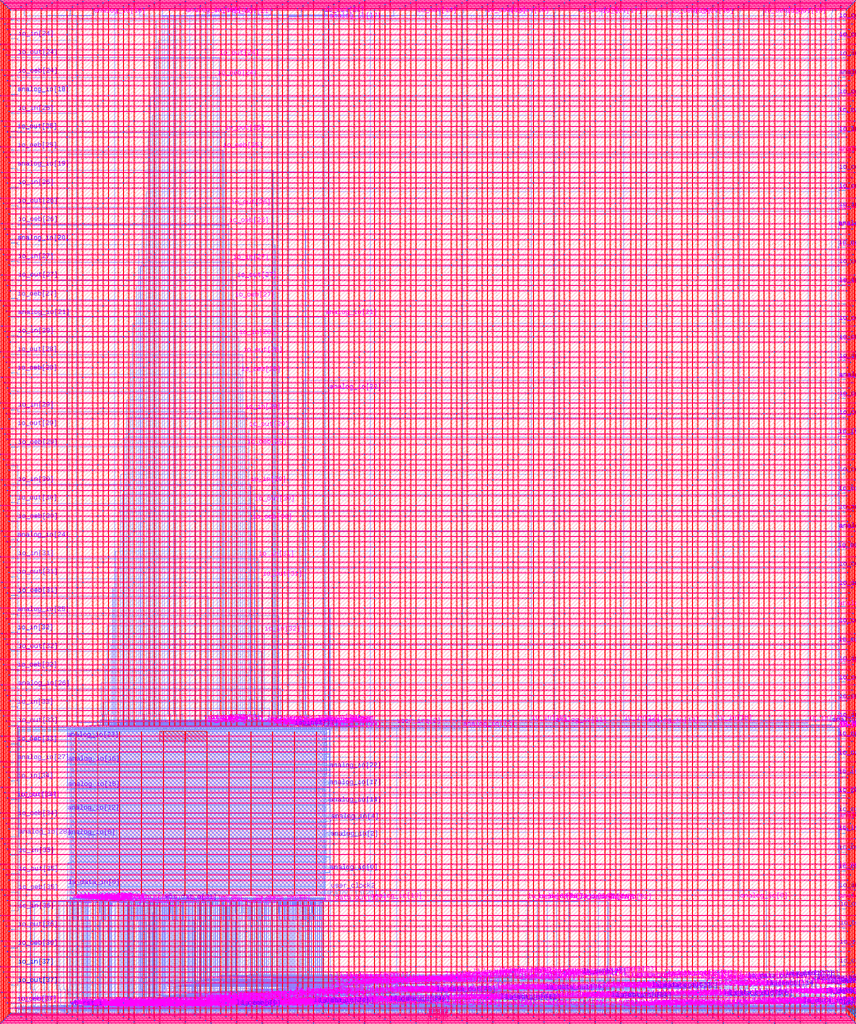
<source format=lef>
VERSION 5.7 ;
  NOWIREEXTENSIONATPIN ON ;
  DIVIDERCHAR "/" ;
  BUSBITCHARS "[]" ;
MACRO user_project_wrapper
  CLASS BLOCK ;
  FOREIGN user_project_wrapper ;
  ORIGIN 0.000 0.000 ;
  SIZE 2920.000 BY 3520.000 ;
  PIN analog_io[0]
    DIRECTION INOUT ;
    USE SIGNAL ;
    PORT
      LAYER met1 ;
        RECT 1114.190 1421.780 1114.510 1421.840 ;
        RECT 2898.990 1421.780 2899.310 1421.840 ;
        RECT 1114.190 1421.640 2899.310 1421.780 ;
        RECT 1114.190 1421.580 1114.510 1421.640 ;
        RECT 2898.990 1421.580 2899.310 1421.640 ;
      LAYER via ;
        RECT 1114.220 1421.580 1114.480 1421.840 ;
        RECT 2899.020 1421.580 2899.280 1421.840 ;
      LAYER met2 ;
        RECT 2899.010 1426.795 2899.290 1427.165 ;
        RECT 2899.080 1421.870 2899.220 1426.795 ;
        RECT 1114.220 1421.550 1114.480 1421.870 ;
        RECT 2899.020 1421.550 2899.280 1421.870 ;
        RECT 1114.280 492.845 1114.420 1421.550 ;
        RECT 1114.210 492.475 1114.490 492.845 ;
      LAYER via2 ;
        RECT 2899.010 1426.840 2899.290 1427.120 ;
        RECT 1114.210 492.520 1114.490 492.800 ;
      LAYER met3 ;
        RECT 2898.985 1427.130 2899.315 1427.145 ;
        RECT 2917.600 1427.130 2924.800 1427.580 ;
        RECT 2898.985 1426.830 2924.800 1427.130 ;
        RECT 2898.985 1426.815 2899.315 1426.830 ;
        RECT 2917.600 1426.380 2924.800 1426.830 ;
        RECT 1114.185 492.810 1114.515 492.825 ;
        RECT 1098.790 492.510 1114.515 492.810 ;
        RECT 1098.790 490.400 1099.090 492.510 ;
        RECT 1114.185 492.495 1114.515 492.510 ;
        RECT 1096.000 489.800 1100.000 490.400 ;
    END
  END analog_io[0]
  PIN analog_io[10]
    DIRECTION INOUT ;
    USE SIGNAL ;
    PORT
      LAYER met1 ;
        RECT 1048.410 1010.720 1048.730 1010.780 ;
        RECT 2228.770 1010.720 2229.090 1010.780 ;
        RECT 1048.410 1010.580 2229.090 1010.720 ;
        RECT 1048.410 1010.520 1048.730 1010.580 ;
        RECT 2228.770 1010.520 2229.090 1010.580 ;
      LAYER via ;
        RECT 1048.440 1010.520 1048.700 1010.780 ;
        RECT 2228.800 1010.520 2229.060 1010.780 ;
      LAYER met2 ;
        RECT 2230.490 3517.600 2231.050 3524.800 ;
        RECT 2230.700 3512.170 2230.840 3517.600 ;
        RECT 2228.860 3512.030 2230.840 3512.170 ;
        RECT 2228.860 1010.810 2229.000 3512.030 ;
        RECT 1048.440 1010.490 1048.700 1010.810 ;
        RECT 2228.800 1010.490 2229.060 1010.810 ;
        RECT 1046.490 999.330 1046.770 1000.000 ;
        RECT 1048.500 999.330 1048.640 1010.490 ;
        RECT 1046.490 999.190 1048.640 999.330 ;
        RECT 1046.490 996.000 1046.770 999.190 ;
    END
  END analog_io[10]
  PIN analog_io[11]
    DIRECTION INOUT ;
    USE SIGNAL ;
    PORT
      LAYER met1 ;
        RECT 1055.310 1011.060 1055.630 1011.120 ;
        RECT 1904.470 1011.060 1904.790 1011.120 ;
        RECT 1055.310 1010.920 1904.790 1011.060 ;
        RECT 1055.310 1010.860 1055.630 1010.920 ;
        RECT 1904.470 1010.860 1904.790 1010.920 ;
      LAYER via ;
        RECT 1055.340 1010.860 1055.600 1011.120 ;
        RECT 1904.500 1010.860 1904.760 1011.120 ;
      LAYER met2 ;
        RECT 1905.730 3517.600 1906.290 3524.800 ;
        RECT 1905.940 3512.170 1906.080 3517.600 ;
        RECT 1904.560 3512.030 1906.080 3512.170 ;
        RECT 1904.560 1011.150 1904.700 3512.030 ;
        RECT 1055.340 1010.830 1055.600 1011.150 ;
        RECT 1904.500 1010.830 1904.760 1011.150 ;
        RECT 1053.850 999.330 1054.130 1000.000 ;
        RECT 1055.400 999.330 1055.540 1010.830 ;
        RECT 1053.850 999.190 1055.540 999.330 ;
        RECT 1053.850 996.000 1054.130 999.190 ;
    END
  END analog_io[11]
  PIN analog_io[12]
    DIRECTION INOUT ;
    USE SIGNAL ;
    PORT
      LAYER met1 ;
        RECT 909.030 998.140 909.350 998.200 ;
        RECT 869.330 998.000 909.350 998.140 ;
        RECT 191.430 997.800 191.750 997.860 ;
        RECT 191.430 997.660 276.070 997.800 ;
        RECT 191.430 997.600 191.750 997.660 ;
        RECT 275.930 997.120 276.070 997.660 ;
        RECT 469.130 997.660 517.570 997.800 ;
        RECT 469.130 997.120 469.270 997.660 ;
        RECT 275.930 996.980 469.270 997.120 ;
        RECT 517.430 997.120 517.570 997.660 ;
        RECT 869.330 997.120 869.470 998.000 ;
        RECT 909.030 997.940 909.350 998.000 ;
        RECT 909.030 997.460 909.350 997.520 ;
        RECT 909.030 997.320 917.770 997.460 ;
        RECT 909.030 997.260 909.350 997.320 ;
        RECT 517.430 996.980 869.470 997.120 ;
        RECT 917.630 997.120 917.770 997.320 ;
        RECT 1580.170 997.120 1580.490 997.180 ;
        RECT 917.630 996.980 1580.490 997.120 ;
        RECT 1580.170 996.920 1580.490 996.980 ;
      LAYER via ;
        RECT 191.460 997.600 191.720 997.860 ;
        RECT 909.060 997.940 909.320 998.200 ;
        RECT 909.060 997.260 909.320 997.520 ;
        RECT 1580.200 996.920 1580.460 997.180 ;
      LAYER met2 ;
        RECT 1581.430 3517.600 1581.990 3524.800 ;
        RECT 1581.640 3512.170 1581.780 3517.600 ;
        RECT 1580.260 3512.030 1581.780 3512.170 ;
        RECT 909.060 997.910 909.320 998.230 ;
        RECT 191.460 997.570 191.720 997.890 ;
        RECT 191.520 702.965 191.660 997.570 ;
        RECT 909.120 997.550 909.260 997.910 ;
        RECT 909.060 997.230 909.320 997.550 ;
        RECT 1580.260 997.210 1580.400 3512.030 ;
        RECT 1580.200 996.890 1580.460 997.210 ;
        RECT 191.450 702.595 191.730 702.965 ;
      LAYER via2 ;
        RECT 191.450 702.640 191.730 702.920 ;
      LAYER met3 ;
        RECT 191.425 702.930 191.755 702.945 ;
        RECT 191.425 702.630 201.170 702.930 ;
        RECT 191.425 702.615 191.755 702.630 ;
        RECT 200.870 700.520 201.170 702.630 ;
        RECT 200.000 699.920 204.000 700.520 ;
    END
  END analog_io[12]
  PIN analog_io[13]
    DIRECTION INOUT ;
    USE SIGNAL ;
    PORT
      LAYER met1 ;
        RECT 1097.170 393.620 1097.490 393.680 ;
        RECT 1255.870 393.620 1256.190 393.680 ;
        RECT 1097.170 393.480 1256.190 393.620 ;
        RECT 1097.170 393.420 1097.490 393.480 ;
        RECT 1255.870 393.420 1256.190 393.480 ;
      LAYER via ;
        RECT 1097.200 393.420 1097.460 393.680 ;
        RECT 1255.900 393.420 1256.160 393.680 ;
      LAYER met2 ;
        RECT 1257.130 3517.600 1257.690 3524.800 ;
        RECT 1257.340 3512.170 1257.480 3517.600 ;
        RECT 1255.960 3512.030 1257.480 3512.170 ;
        RECT 1097.090 400.180 1097.370 404.000 ;
        RECT 1097.090 400.000 1097.400 400.180 ;
        RECT 1097.260 393.710 1097.400 400.000 ;
        RECT 1255.960 393.710 1256.100 3512.030 ;
        RECT 1097.200 393.390 1097.460 393.710 ;
        RECT 1255.900 393.390 1256.160 393.710 ;
    END
  END analog_io[13]
  PIN analog_io[14]
    DIRECTION INOUT ;
    USE SIGNAL ;
    PORT
      LAYER met1 ;
        RECT 931.570 997.460 931.890 997.520 ;
        RECT 1111.890 997.460 1112.210 997.520 ;
        RECT 931.570 997.320 1112.210 997.460 ;
        RECT 931.570 997.260 931.890 997.320 ;
        RECT 1111.890 997.260 1112.210 997.320 ;
      LAYER via ;
        RECT 931.600 997.260 931.860 997.520 ;
        RECT 1111.920 997.260 1112.180 997.520 ;
      LAYER met2 ;
        RECT 932.370 3517.600 932.930 3524.800 ;
        RECT 932.580 3415.570 932.720 3517.600 ;
        RECT 932.120 3415.430 932.720 3415.570 ;
        RECT 932.120 1048.870 932.260 3415.430 ;
        RECT 931.660 1048.730 932.260 1048.870 ;
        RECT 931.660 997.550 931.800 1048.730 ;
        RECT 931.600 997.230 931.860 997.550 ;
        RECT 1111.920 997.230 1112.180 997.550 ;
        RECT 1111.980 731.525 1112.120 997.230 ;
        RECT 1111.910 731.155 1112.190 731.525 ;
      LAYER via2 ;
        RECT 1111.910 731.200 1112.190 731.480 ;
      LAYER met3 ;
        RECT 1111.885 731.490 1112.215 731.505 ;
        RECT 1098.790 731.190 1112.215 731.490 ;
        RECT 1098.790 730.440 1099.090 731.190 ;
        RECT 1111.885 731.175 1112.215 731.190 ;
        RECT 1096.000 729.840 1100.000 730.440 ;
    END
  END analog_io[14]
  PIN analog_io[15]
    DIRECTION INOUT ;
    USE SIGNAL ;
    PORT
      LAYER met1 ;
        RECT 192.810 3504.280 193.130 3504.340 ;
        RECT 608.190 3504.280 608.510 3504.340 ;
        RECT 192.810 3504.140 608.510 3504.280 ;
        RECT 192.810 3504.080 193.130 3504.140 ;
        RECT 608.190 3504.080 608.510 3504.140 ;
      LAYER via ;
        RECT 192.840 3504.080 193.100 3504.340 ;
        RECT 608.220 3504.080 608.480 3504.340 ;
      LAYER met2 ;
        RECT 608.070 3517.600 608.630 3524.800 ;
        RECT 608.280 3504.370 608.420 3517.600 ;
        RECT 192.840 3504.050 193.100 3504.370 ;
        RECT 608.220 3504.050 608.480 3504.370 ;
        RECT 192.900 785.245 193.040 3504.050 ;
        RECT 192.830 784.875 193.110 785.245 ;
      LAYER via2 ;
        RECT 192.830 784.920 193.110 785.200 ;
      LAYER met3 ;
        RECT 200.000 785.600 204.000 786.200 ;
        RECT 192.805 785.210 193.135 785.225 ;
        RECT 200.870 785.210 201.170 785.600 ;
        RECT 192.805 784.910 201.170 785.210 ;
        RECT 192.805 784.895 193.135 784.910 ;
    END
  END analog_io[15]
  PIN analog_io[16]
    DIRECTION INOUT ;
    USE SIGNAL ;
    PORT
      LAYER met1 ;
        RECT 192.350 3501.900 192.670 3501.960 ;
        RECT 283.890 3501.900 284.210 3501.960 ;
        RECT 192.350 3501.760 284.210 3501.900 ;
        RECT 192.350 3501.700 192.670 3501.760 ;
        RECT 283.890 3501.700 284.210 3501.760 ;
      LAYER via ;
        RECT 192.380 3501.700 192.640 3501.960 ;
        RECT 283.920 3501.700 284.180 3501.960 ;
      LAYER met2 ;
        RECT 283.770 3517.600 284.330 3524.800 ;
        RECT 283.980 3501.990 284.120 3517.600 ;
        RECT 192.380 3501.670 192.640 3501.990 ;
        RECT 283.920 3501.670 284.180 3501.990 ;
        RECT 192.440 874.325 192.580 3501.670 ;
        RECT 192.370 873.955 192.650 874.325 ;
      LAYER via2 ;
        RECT 192.370 874.000 192.650 874.280 ;
      LAYER met3 ;
        RECT 192.345 874.290 192.675 874.305 ;
        RECT 192.345 873.990 201.170 874.290 ;
        RECT 192.345 873.975 192.675 873.990 ;
        RECT 200.870 871.880 201.170 873.990 ;
        RECT 200.000 871.280 204.000 871.880 ;
    END
  END analog_io[16]
  PIN analog_io[17]
    DIRECTION INOUT ;
    USE SIGNAL ;
    PORT
      LAYER met1 ;
        RECT 16.630 3485.240 16.950 3485.300 ;
        RECT 1110.970 3485.240 1111.290 3485.300 ;
        RECT 16.630 3485.100 1111.290 3485.240 ;
        RECT 16.630 3485.040 16.950 3485.100 ;
        RECT 1110.970 3485.040 1111.290 3485.100 ;
      LAYER via ;
        RECT 16.660 3485.040 16.920 3485.300 ;
        RECT 1111.000 3485.040 1111.260 3485.300 ;
      LAYER met2 ;
        RECT 16.650 3486.515 16.930 3486.885 ;
        RECT 16.720 3485.330 16.860 3486.515 ;
        RECT 16.660 3485.010 16.920 3485.330 ;
        RECT 1111.000 3485.010 1111.260 3485.330 ;
        RECT 1111.060 792.725 1111.200 3485.010 ;
        RECT 1110.990 792.355 1111.270 792.725 ;
      LAYER via2 ;
        RECT 16.650 3486.560 16.930 3486.840 ;
        RECT 1110.990 792.400 1111.270 792.680 ;
      LAYER met3 ;
        RECT -4.800 3486.850 2.400 3487.300 ;
        RECT 16.625 3486.850 16.955 3486.865 ;
        RECT -4.800 3486.550 16.955 3486.850 ;
        RECT -4.800 3486.100 2.400 3486.550 ;
        RECT 16.625 3486.535 16.955 3486.550 ;
        RECT 1110.965 792.690 1111.295 792.705 ;
        RECT 1098.790 792.390 1111.295 792.690 ;
        RECT 1098.790 790.280 1099.090 792.390 ;
        RECT 1110.965 792.375 1111.295 792.390 ;
        RECT 1096.000 789.680 1100.000 790.280 ;
    END
  END analog_io[17]
  PIN analog_io[18]
    DIRECTION INOUT ;
    USE SIGNAL ;
    PORT
      LAYER met1 ;
        RECT 15.710 3222.420 16.030 3222.480 ;
        RECT 948.590 3222.420 948.910 3222.480 ;
        RECT 15.710 3222.280 948.910 3222.420 ;
        RECT 15.710 3222.220 16.030 3222.280 ;
        RECT 948.590 3222.220 948.910 3222.280 ;
        RECT 948.590 1013.780 948.910 1013.840 ;
        RECT 1058.990 1013.780 1059.310 1013.840 ;
        RECT 948.590 1013.640 1059.310 1013.780 ;
        RECT 948.590 1013.580 948.910 1013.640 ;
        RECT 1058.990 1013.580 1059.310 1013.640 ;
      LAYER via ;
        RECT 15.740 3222.220 16.000 3222.480 ;
        RECT 948.620 3222.220 948.880 3222.480 ;
        RECT 948.620 1013.580 948.880 1013.840 ;
        RECT 1059.020 1013.580 1059.280 1013.840 ;
      LAYER met2 ;
        RECT 15.730 3225.395 16.010 3225.765 ;
        RECT 15.800 3222.510 15.940 3225.395 ;
        RECT 15.740 3222.190 16.000 3222.510 ;
        RECT 948.620 3222.190 948.880 3222.510 ;
        RECT 948.680 1013.870 948.820 3222.190 ;
        RECT 948.620 1013.550 948.880 1013.870 ;
        RECT 1059.020 1013.550 1059.280 1013.870 ;
        RECT 1059.080 999.330 1059.220 1013.550 ;
        RECT 1060.750 999.330 1061.030 1000.000 ;
        RECT 1059.080 999.190 1061.030 999.330 ;
        RECT 1060.750 996.000 1061.030 999.190 ;
      LAYER via2 ;
        RECT 15.730 3225.440 16.010 3225.720 ;
      LAYER met3 ;
        RECT -4.800 3225.730 2.400 3226.180 ;
        RECT 15.705 3225.730 16.035 3225.745 ;
        RECT -4.800 3225.430 16.035 3225.730 ;
        RECT -4.800 3224.980 2.400 3225.430 ;
        RECT 15.705 3225.415 16.035 3225.430 ;
    END
  END analog_io[18]
  PIN analog_io[19]
    DIRECTION INOUT ;
    USE SIGNAL ;
    PORT
      LAYER met1 ;
        RECT 15.710 2960.280 16.030 2960.340 ;
        RECT 914.090 2960.280 914.410 2960.340 ;
        RECT 15.710 2960.140 914.410 2960.280 ;
        RECT 15.710 2960.080 16.030 2960.140 ;
        RECT 914.090 2960.080 914.410 2960.140 ;
        RECT 914.090 1013.440 914.410 1013.500 ;
        RECT 1066.350 1013.440 1066.670 1013.500 ;
        RECT 914.090 1013.300 1066.670 1013.440 ;
        RECT 914.090 1013.240 914.410 1013.300 ;
        RECT 1066.350 1013.240 1066.670 1013.300 ;
      LAYER via ;
        RECT 15.740 2960.080 16.000 2960.340 ;
        RECT 914.120 2960.080 914.380 2960.340 ;
        RECT 914.120 1013.240 914.380 1013.500 ;
        RECT 1066.380 1013.240 1066.640 1013.500 ;
      LAYER met2 ;
        RECT 15.730 2964.955 16.010 2965.325 ;
        RECT 15.800 2960.370 15.940 2964.955 ;
        RECT 15.740 2960.050 16.000 2960.370 ;
        RECT 914.120 2960.050 914.380 2960.370 ;
        RECT 914.180 1013.530 914.320 2960.050 ;
        RECT 914.120 1013.210 914.380 1013.530 ;
        RECT 1066.380 1013.210 1066.640 1013.530 ;
        RECT 1066.440 999.330 1066.580 1013.210 ;
        RECT 1067.650 999.330 1067.930 1000.000 ;
        RECT 1066.440 999.190 1067.930 999.330 ;
        RECT 1067.650 996.000 1067.930 999.190 ;
      LAYER via2 ;
        RECT 15.730 2965.000 16.010 2965.280 ;
      LAYER met3 ;
        RECT -4.800 2965.290 2.400 2965.740 ;
        RECT 15.705 2965.290 16.035 2965.305 ;
        RECT -4.800 2964.990 16.035 2965.290 ;
        RECT -4.800 2964.540 2.400 2964.990 ;
        RECT 15.705 2964.975 16.035 2964.990 ;
    END
  END analog_io[19]
  PIN analog_io[1]
    DIRECTION INOUT ;
    USE SIGNAL ;
    PORT
      LAYER met1 ;
        RECT 1007.470 1690.720 1007.790 1690.780 ;
        RECT 2900.830 1690.720 2901.150 1690.780 ;
        RECT 1007.470 1690.580 2901.150 1690.720 ;
        RECT 1007.470 1690.520 1007.790 1690.580 ;
        RECT 2900.830 1690.520 2901.150 1690.580 ;
      LAYER via ;
        RECT 1007.500 1690.520 1007.760 1690.780 ;
        RECT 2900.860 1690.520 2901.120 1690.780 ;
      LAYER met2 ;
        RECT 2900.850 1692.675 2901.130 1693.045 ;
        RECT 2900.920 1690.810 2901.060 1692.675 ;
        RECT 1007.500 1690.490 1007.760 1690.810 ;
        RECT 2900.860 1690.490 2901.120 1690.810 ;
        RECT 1007.560 1048.870 1007.700 1690.490 ;
        RECT 1007.560 1048.730 1009.080 1048.870 ;
        RECT 1008.940 999.330 1009.080 1048.730 ;
        RECT 1011.070 999.330 1011.350 1000.000 ;
        RECT 1008.940 999.190 1011.350 999.330 ;
        RECT 1011.070 996.000 1011.350 999.190 ;
      LAYER via2 ;
        RECT 2900.850 1692.720 2901.130 1693.000 ;
      LAYER met3 ;
        RECT 2900.825 1693.010 2901.155 1693.025 ;
        RECT 2917.600 1693.010 2924.800 1693.460 ;
        RECT 2900.825 1692.710 2924.800 1693.010 ;
        RECT 2900.825 1692.695 2901.155 1692.710 ;
        RECT 2917.600 1692.260 2924.800 1692.710 ;
    END
  END analog_io[1]
  PIN analog_io[20]
    DIRECTION INOUT ;
    USE SIGNAL ;
    PORT
      LAYER met1 ;
        RECT 16.170 2698.140 16.490 2698.200 ;
        RECT 920.990 2698.140 921.310 2698.200 ;
        RECT 16.170 2698.000 921.310 2698.140 ;
        RECT 16.170 2697.940 16.490 2698.000 ;
        RECT 920.990 2697.940 921.310 2698.000 ;
        RECT 920.990 1013.100 921.310 1013.160 ;
        RECT 1073.710 1013.100 1074.030 1013.160 ;
        RECT 920.990 1012.960 1074.030 1013.100 ;
        RECT 920.990 1012.900 921.310 1012.960 ;
        RECT 1073.710 1012.900 1074.030 1012.960 ;
      LAYER via ;
        RECT 16.200 2697.940 16.460 2698.200 ;
        RECT 921.020 2697.940 921.280 2698.200 ;
        RECT 921.020 1012.900 921.280 1013.160 ;
        RECT 1073.740 1012.900 1074.000 1013.160 ;
      LAYER met2 ;
        RECT 16.190 2703.835 16.470 2704.205 ;
        RECT 16.260 2698.230 16.400 2703.835 ;
        RECT 16.200 2697.910 16.460 2698.230 ;
        RECT 921.020 2697.910 921.280 2698.230 ;
        RECT 921.080 1013.190 921.220 2697.910 ;
        RECT 921.020 1012.870 921.280 1013.190 ;
        RECT 1073.740 1012.870 1074.000 1013.190 ;
        RECT 1073.800 999.330 1073.940 1012.870 ;
        RECT 1075.010 999.330 1075.290 1000.000 ;
        RECT 1073.800 999.190 1075.290 999.330 ;
        RECT 1075.010 996.000 1075.290 999.190 ;
      LAYER via2 ;
        RECT 16.190 2703.880 16.470 2704.160 ;
      LAYER met3 ;
        RECT -4.800 2704.170 2.400 2704.620 ;
        RECT 16.165 2704.170 16.495 2704.185 ;
        RECT -4.800 2703.870 16.495 2704.170 ;
        RECT -4.800 2703.420 2.400 2703.870 ;
        RECT 16.165 2703.855 16.495 2703.870 ;
    END
  END analog_io[20]
  PIN analog_io[21]
    DIRECTION INOUT ;
    USE SIGNAL ;
    PORT
      LAYER met1 ;
        RECT 17.090 2442.800 17.410 2442.860 ;
        RECT 1097.630 2442.800 1097.950 2442.860 ;
        RECT 17.090 2442.660 1097.950 2442.800 ;
        RECT 17.090 2442.600 17.410 2442.660 ;
        RECT 1097.630 2442.600 1097.950 2442.660 ;
      LAYER via ;
        RECT 17.120 2442.600 17.380 2442.860 ;
        RECT 1097.660 2442.600 1097.920 2442.860 ;
      LAYER met2 ;
        RECT 17.110 2443.395 17.390 2443.765 ;
        RECT 17.180 2442.890 17.320 2443.395 ;
        RECT 17.120 2442.570 17.380 2442.890 ;
        RECT 1097.660 2442.570 1097.920 2442.890 ;
        RECT 1097.720 403.650 1097.860 2442.570 ;
        RECT 1098.930 403.650 1099.210 404.000 ;
        RECT 1097.720 403.510 1099.210 403.650 ;
        RECT 1098.930 400.000 1099.210 403.510 ;
      LAYER via2 ;
        RECT 17.110 2443.440 17.390 2443.720 ;
      LAYER met3 ;
        RECT -4.800 2443.730 2.400 2444.180 ;
        RECT 17.085 2443.730 17.415 2443.745 ;
        RECT -4.800 2443.430 17.415 2443.730 ;
        RECT -4.800 2442.980 2.400 2443.430 ;
        RECT 17.085 2443.415 17.415 2443.430 ;
    END
  END analog_io[21]
  PIN analog_io[22]
    DIRECTION INOUT ;
    USE SIGNAL ;
    PORT
      LAYER met1 ;
        RECT 17.550 2180.660 17.870 2180.720 ;
        RECT 1111.430 2180.660 1111.750 2180.720 ;
        RECT 17.550 2180.520 1111.750 2180.660 ;
        RECT 17.550 2180.460 17.870 2180.520 ;
        RECT 1111.430 2180.460 1111.750 2180.520 ;
      LAYER via ;
        RECT 17.580 2180.460 17.840 2180.720 ;
        RECT 1111.460 2180.460 1111.720 2180.720 ;
      LAYER met2 ;
        RECT 17.570 2182.955 17.850 2183.325 ;
        RECT 17.640 2180.750 17.780 2182.955 ;
        RECT 17.580 2180.430 17.840 2180.750 ;
        RECT 1111.460 2180.430 1111.720 2180.750 ;
        RECT 1111.520 852.565 1111.660 2180.430 ;
        RECT 1111.450 852.195 1111.730 852.565 ;
      LAYER via2 ;
        RECT 17.570 2183.000 17.850 2183.280 ;
        RECT 1111.450 852.240 1111.730 852.520 ;
      LAYER met3 ;
        RECT -4.800 2183.290 2.400 2183.740 ;
        RECT 17.545 2183.290 17.875 2183.305 ;
        RECT -4.800 2182.990 17.875 2183.290 ;
        RECT -4.800 2182.540 2.400 2182.990 ;
        RECT 17.545 2182.975 17.875 2182.990 ;
        RECT 1111.425 852.530 1111.755 852.545 ;
        RECT 1098.790 852.230 1111.755 852.530 ;
        RECT 1098.790 850.120 1099.090 852.230 ;
        RECT 1111.425 852.215 1111.755 852.230 ;
        RECT 1096.000 849.520 1100.000 850.120 ;
    END
  END analog_io[22]
  PIN analog_io[23]
    DIRECTION INOUT ;
    USE SIGNAL ;
    PORT
      LAYER met1 ;
        RECT 17.090 959.040 17.410 959.100 ;
        RECT 190.050 959.040 190.370 959.100 ;
        RECT 17.090 958.900 190.370 959.040 ;
        RECT 17.090 958.840 17.410 958.900 ;
        RECT 190.050 958.840 190.370 958.900 ;
      LAYER via ;
        RECT 17.120 958.840 17.380 959.100 ;
        RECT 190.080 958.840 190.340 959.100 ;
      LAYER met2 ;
        RECT 17.110 1921.835 17.390 1922.205 ;
        RECT 17.180 959.130 17.320 1921.835 ;
        RECT 17.120 958.810 17.380 959.130 ;
        RECT 190.080 958.810 190.340 959.130 ;
        RECT 190.140 958.645 190.280 958.810 ;
        RECT 190.070 958.275 190.350 958.645 ;
      LAYER via2 ;
        RECT 17.110 1921.880 17.390 1922.160 ;
        RECT 190.070 958.320 190.350 958.600 ;
      LAYER met3 ;
        RECT -4.800 1922.170 2.400 1922.620 ;
        RECT 17.085 1922.170 17.415 1922.185 ;
        RECT -4.800 1921.870 17.415 1922.170 ;
        RECT -4.800 1921.420 2.400 1921.870 ;
        RECT 17.085 1921.855 17.415 1921.870 ;
        RECT 190.045 958.610 190.375 958.625 ;
        RECT 190.045 958.310 202.090 958.610 ;
        RECT 190.045 958.295 190.375 958.310 ;
        RECT 201.790 957.560 202.090 958.310 ;
        RECT 200.000 956.960 204.000 957.560 ;
    END
  END analog_io[23]
  PIN analog_io[24]
    DIRECTION INOUT ;
    USE SIGNAL ;
    PORT
      LAYER met1 ;
        RECT 16.170 1656.380 16.490 1656.440 ;
        RECT 927.890 1656.380 928.210 1656.440 ;
        RECT 16.170 1656.240 928.210 1656.380 ;
        RECT 16.170 1656.180 16.490 1656.240 ;
        RECT 927.890 1656.180 928.210 1656.240 ;
        RECT 927.890 1012.080 928.210 1012.140 ;
        RECT 1080.150 1012.080 1080.470 1012.140 ;
        RECT 927.890 1011.940 1080.470 1012.080 ;
        RECT 927.890 1011.880 928.210 1011.940 ;
        RECT 1080.150 1011.880 1080.470 1011.940 ;
      LAYER via ;
        RECT 16.200 1656.180 16.460 1656.440 ;
        RECT 927.920 1656.180 928.180 1656.440 ;
        RECT 927.920 1011.880 928.180 1012.140 ;
        RECT 1080.180 1011.880 1080.440 1012.140 ;
      LAYER met2 ;
        RECT 16.190 1661.395 16.470 1661.765 ;
        RECT 16.260 1656.470 16.400 1661.395 ;
        RECT 16.200 1656.150 16.460 1656.470 ;
        RECT 927.920 1656.150 928.180 1656.470 ;
        RECT 927.980 1012.170 928.120 1656.150 ;
        RECT 927.920 1011.850 928.180 1012.170 ;
        RECT 1080.180 1011.850 1080.440 1012.170 ;
        RECT 1080.240 999.330 1080.380 1011.850 ;
        RECT 1081.910 999.330 1082.190 1000.000 ;
        RECT 1080.240 999.190 1082.190 999.330 ;
        RECT 1081.910 996.000 1082.190 999.190 ;
      LAYER via2 ;
        RECT 16.190 1661.440 16.470 1661.720 ;
      LAYER met3 ;
        RECT -4.800 1661.730 2.400 1662.180 ;
        RECT 16.165 1661.730 16.495 1661.745 ;
        RECT -4.800 1661.430 16.495 1661.730 ;
        RECT -4.800 1660.980 2.400 1661.430 ;
        RECT 16.165 1661.415 16.495 1661.430 ;
    END
  END analog_io[24]
  PIN analog_io[25]
    DIRECTION INOUT ;
    USE SIGNAL ;
    PORT
      LAYER met1 ;
        RECT 16.170 1393.900 16.490 1393.960 ;
        RECT 934.790 1393.900 935.110 1393.960 ;
        RECT 16.170 1393.760 935.110 1393.900 ;
        RECT 16.170 1393.700 16.490 1393.760 ;
        RECT 934.790 1393.700 935.110 1393.760 ;
        RECT 934.790 1012.420 935.110 1012.480 ;
        RECT 1087.510 1012.420 1087.830 1012.480 ;
        RECT 934.790 1012.280 1087.830 1012.420 ;
        RECT 934.790 1012.220 935.110 1012.280 ;
        RECT 1087.510 1012.220 1087.830 1012.280 ;
      LAYER via ;
        RECT 16.200 1393.700 16.460 1393.960 ;
        RECT 934.820 1393.700 935.080 1393.960 ;
        RECT 934.820 1012.220 935.080 1012.480 ;
        RECT 1087.540 1012.220 1087.800 1012.480 ;
      LAYER met2 ;
        RECT 16.190 1400.275 16.470 1400.645 ;
        RECT 16.260 1393.990 16.400 1400.275 ;
        RECT 16.200 1393.670 16.460 1393.990 ;
        RECT 934.820 1393.670 935.080 1393.990 ;
        RECT 934.880 1012.510 935.020 1393.670 ;
        RECT 934.820 1012.190 935.080 1012.510 ;
        RECT 1087.540 1012.190 1087.800 1012.510 ;
        RECT 1087.600 999.330 1087.740 1012.190 ;
        RECT 1089.270 999.330 1089.550 1000.000 ;
        RECT 1087.600 999.190 1089.550 999.330 ;
        RECT 1089.270 996.000 1089.550 999.190 ;
      LAYER via2 ;
        RECT 16.190 1400.320 16.470 1400.600 ;
      LAYER met3 ;
        RECT -4.800 1400.610 2.400 1401.060 ;
        RECT 16.165 1400.610 16.495 1400.625 ;
        RECT -4.800 1400.310 16.495 1400.610 ;
        RECT -4.800 1399.860 2.400 1400.310 ;
        RECT 16.165 1400.295 16.495 1400.310 ;
    END
  END analog_io[25]
  PIN analog_io[26]
    DIRECTION INOUT ;
    USE SIGNAL ;
    PORT
      LAYER met1 ;
        RECT 17.550 1138.900 17.870 1138.960 ;
        RECT 941.690 1138.900 942.010 1138.960 ;
        RECT 17.550 1138.760 942.010 1138.900 ;
        RECT 17.550 1138.700 17.870 1138.760 ;
        RECT 941.690 1138.700 942.010 1138.760 ;
        RECT 941.690 1012.760 942.010 1012.820 ;
        RECT 1094.870 1012.760 1095.190 1012.820 ;
        RECT 941.690 1012.620 1095.190 1012.760 ;
        RECT 941.690 1012.560 942.010 1012.620 ;
        RECT 1094.870 1012.560 1095.190 1012.620 ;
      LAYER via ;
        RECT 17.580 1138.700 17.840 1138.960 ;
        RECT 941.720 1138.700 941.980 1138.960 ;
        RECT 941.720 1012.560 941.980 1012.820 ;
        RECT 1094.900 1012.560 1095.160 1012.820 ;
      LAYER met2 ;
        RECT 17.570 1139.835 17.850 1140.205 ;
        RECT 17.640 1138.990 17.780 1139.835 ;
        RECT 17.580 1138.670 17.840 1138.990 ;
        RECT 941.720 1138.670 941.980 1138.990 ;
        RECT 941.780 1012.850 941.920 1138.670 ;
        RECT 941.720 1012.530 941.980 1012.850 ;
        RECT 1094.900 1012.530 1095.160 1012.850 ;
        RECT 1094.960 999.330 1095.100 1012.530 ;
        RECT 1096.170 999.330 1096.450 1000.000 ;
        RECT 1094.960 999.190 1096.450 999.330 ;
        RECT 1096.170 996.000 1096.450 999.190 ;
      LAYER via2 ;
        RECT 17.570 1139.880 17.850 1140.160 ;
      LAYER met3 ;
        RECT -4.800 1140.170 2.400 1140.620 ;
        RECT 17.545 1140.170 17.875 1140.185 ;
        RECT -4.800 1139.870 17.875 1140.170 ;
        RECT -4.800 1139.420 2.400 1139.870 ;
        RECT 17.545 1139.855 17.875 1139.870 ;
    END
  END analog_io[26]
  PIN analog_io[27]
    DIRECTION INOUT ;
    USE SIGNAL ;
    PORT
      LAYER met1 ;
        RECT 199.710 998.140 200.030 998.200 ;
        RECT 272.390 998.140 272.710 998.200 ;
        RECT 199.710 998.000 272.710 998.140 ;
        RECT 199.710 997.940 200.030 998.000 ;
        RECT 272.390 997.940 272.710 998.000 ;
        RECT 490.890 998.140 491.210 998.200 ;
        RECT 503.770 998.140 504.090 998.200 ;
        RECT 490.890 998.000 504.090 998.140 ;
        RECT 490.890 997.940 491.210 998.000 ;
        RECT 503.770 997.940 504.090 998.000 ;
        RECT 272.390 997.260 272.710 997.520 ;
        RECT 490.890 997.260 491.210 997.520 ;
        RECT 503.770 997.260 504.090 997.520 ;
        RECT 272.480 996.780 272.620 997.260 ;
        RECT 490.980 996.780 491.120 997.260 ;
        RECT 272.480 996.640 296.770 996.780 ;
        RECT 199.710 996.100 200.030 996.160 ;
        RECT 131.030 995.960 200.030 996.100 ;
        RECT 15.710 995.080 16.030 995.140 ;
        RECT 131.030 995.080 131.170 995.960 ;
        RECT 199.710 995.900 200.030 995.960 ;
        RECT 15.710 994.940 131.170 995.080 ;
        RECT 296.630 995.080 296.770 996.640 ;
        RECT 427.730 996.640 469.270 996.780 ;
        RECT 427.730 995.080 427.870 996.640 ;
        RECT 469.130 996.440 469.270 996.640 ;
        RECT 469.820 996.640 491.120 996.780 ;
        RECT 469.820 996.440 469.960 996.640 ;
        RECT 469.130 996.300 469.960 996.440 ;
        RECT 503.860 996.440 504.000 997.260 ;
        RECT 503.860 996.300 517.570 996.440 ;
        RECT 296.630 994.940 427.870 995.080 ;
        RECT 15.710 994.880 16.030 994.940 ;
        RECT 517.430 994.740 517.570 996.300 ;
        RECT 738.230 996.300 745.270 996.440 ;
        RECT 738.230 995.760 738.370 996.300 ;
        RECT 745.130 996.100 745.270 996.300 ;
        RECT 752.030 996.300 759.070 996.440 ;
        RECT 752.030 996.100 752.170 996.300 ;
        RECT 745.130 995.960 752.170 996.100 ;
        RECT 717.530 995.620 724.570 995.760 ;
        RECT 586.430 994.940 587.260 995.080 ;
        RECT 586.430 994.740 586.570 994.940 ;
        RECT 517.430 994.600 586.570 994.740 ;
        RECT 587.120 994.740 587.260 994.940 ;
        RECT 655.430 994.940 656.260 995.080 ;
        RECT 655.430 994.740 655.570 994.940 ;
        RECT 587.120 994.600 655.570 994.740 ;
        RECT 656.120 994.740 656.260 994.940 ;
        RECT 717.530 994.740 717.670 995.620 ;
        RECT 724.430 995.420 724.570 995.620 ;
        RECT 731.330 995.620 738.370 995.760 ;
        RECT 731.330 995.420 731.470 995.620 ;
        RECT 724.430 995.280 731.470 995.420 ;
        RECT 758.930 995.420 759.070 996.300 ;
        RECT 841.730 996.300 848.770 996.440 ;
        RECT 793.430 995.620 800.470 995.760 ;
        RECT 758.930 995.280 765.970 995.420 ;
        RECT 765.830 995.080 765.970 995.280 ;
        RECT 772.730 995.280 786.670 995.420 ;
        RECT 772.730 995.080 772.870 995.280 ;
        RECT 765.830 994.940 772.870 995.080 ;
        RECT 786.530 995.080 786.670 995.280 ;
        RECT 793.430 995.080 793.570 995.620 ;
        RECT 800.330 995.420 800.470 995.620 ;
        RECT 814.130 995.620 821.170 995.760 ;
        RECT 800.330 995.280 807.370 995.420 ;
        RECT 786.530 994.940 793.570 995.080 ;
        RECT 807.230 995.080 807.370 995.280 ;
        RECT 814.130 995.080 814.270 995.620 ;
        RECT 821.030 995.420 821.170 995.620 ;
        RECT 841.730 995.420 841.870 996.300 ;
        RECT 848.630 995.760 848.770 996.300 ;
        RECT 848.630 995.620 862.570 995.760 ;
        RECT 821.030 995.280 841.870 995.420 ;
        RECT 807.230 994.940 814.270 995.080 ;
        RECT 656.120 994.600 717.670 994.740 ;
        RECT 862.430 994.740 862.570 995.620 ;
        RECT 1112.350 995.080 1112.670 995.140 ;
        RECT 869.330 994.940 889.020 995.080 ;
        RECT 869.330 994.740 869.470 994.940 ;
        RECT 862.430 994.600 869.470 994.740 ;
        RECT 888.880 994.740 889.020 994.940 ;
        RECT 917.630 994.940 1112.670 995.080 ;
        RECT 917.630 994.740 917.770 994.940 ;
        RECT 1112.350 994.880 1112.670 994.940 ;
        RECT 888.880 994.600 917.770 994.740 ;
      LAYER via ;
        RECT 199.740 997.940 200.000 998.200 ;
        RECT 272.420 997.940 272.680 998.200 ;
        RECT 490.920 997.940 491.180 998.200 ;
        RECT 503.800 997.940 504.060 998.200 ;
        RECT 272.420 997.260 272.680 997.520 ;
        RECT 490.920 997.260 491.180 997.520 ;
        RECT 503.800 997.260 504.060 997.520 ;
        RECT 15.740 994.880 16.000 995.140 ;
        RECT 199.740 995.900 200.000 996.160 ;
        RECT 1112.380 994.880 1112.640 995.140 ;
      LAYER met2 ;
        RECT 199.740 997.910 200.000 998.230 ;
        RECT 272.420 997.910 272.680 998.230 ;
        RECT 490.920 997.910 491.180 998.230 ;
        RECT 503.800 997.910 504.060 998.230 ;
        RECT 199.800 996.190 199.940 997.910 ;
        RECT 272.480 997.550 272.620 997.910 ;
        RECT 490.980 997.550 491.120 997.910 ;
        RECT 503.860 997.550 504.000 997.910 ;
        RECT 272.420 997.230 272.680 997.550 ;
        RECT 490.920 997.230 491.180 997.550 ;
        RECT 503.800 997.230 504.060 997.550 ;
        RECT 199.740 995.870 200.000 996.190 ;
        RECT 15.740 994.850 16.000 995.170 ;
        RECT 1112.380 994.850 1112.640 995.170 ;
        RECT 15.800 879.765 15.940 994.850 ;
        RECT 1112.440 909.005 1112.580 994.850 ;
        RECT 1112.370 908.635 1112.650 909.005 ;
        RECT 15.730 879.395 16.010 879.765 ;
      LAYER via2 ;
        RECT 1112.370 908.680 1112.650 908.960 ;
        RECT 15.730 879.440 16.010 879.720 ;
      LAYER met3 ;
        RECT 1096.000 909.360 1100.000 909.960 ;
        RECT 1098.790 908.970 1099.090 909.360 ;
        RECT 1112.345 908.970 1112.675 908.985 ;
        RECT 1098.790 908.670 1112.675 908.970 ;
        RECT 1112.345 908.655 1112.675 908.670 ;
        RECT -4.800 879.730 2.400 880.180 ;
        RECT 15.705 879.730 16.035 879.745 ;
        RECT -4.800 879.430 16.035 879.730 ;
        RECT -4.800 878.980 2.400 879.430 ;
        RECT 15.705 879.415 16.035 879.430 ;
    END
  END analog_io[27]
  PIN analog_io[28]
    DIRECTION INOUT ;
    USE SIGNAL ;
    PORT
      LAYER met2 ;
        RECT 20.330 989.555 20.610 989.925 ;
        RECT 1097.190 989.555 1097.470 989.925 ;
        RECT 20.400 618.645 20.540 989.555 ;
        RECT 1097.260 972.245 1097.400 989.555 ;
        RECT 1097.190 971.875 1097.470 972.245 ;
        RECT 20.330 618.275 20.610 618.645 ;
      LAYER via2 ;
        RECT 20.330 989.600 20.610 989.880 ;
        RECT 1097.190 989.600 1097.470 989.880 ;
        RECT 1097.190 971.920 1097.470 972.200 ;
        RECT 20.330 618.320 20.610 618.600 ;
      LAYER met3 ;
        RECT 20.305 989.890 20.635 989.905 ;
        RECT 1097.165 989.890 1097.495 989.905 ;
        RECT 20.305 989.590 1097.495 989.890 ;
        RECT 20.305 989.575 20.635 989.590 ;
        RECT 1097.165 989.575 1097.495 989.590 ;
        RECT 1097.165 972.210 1097.495 972.225 ;
        RECT 1096.950 971.895 1097.495 972.210 ;
        RECT 1096.950 969.800 1097.250 971.895 ;
        RECT 1096.000 969.200 1100.000 969.800 ;
        RECT -4.800 618.610 2.400 619.060 ;
        RECT 20.305 618.610 20.635 618.625 ;
        RECT -4.800 618.310 20.635 618.610 ;
        RECT -4.800 617.860 2.400 618.310 ;
        RECT 20.305 618.295 20.635 618.310 ;
    END
  END analog_io[28]
  PIN analog_io[2]
    DIRECTION INOUT ;
    USE SIGNAL ;
    PORT
      LAYER met1 ;
        RECT 1114.650 989.980 1114.970 990.040 ;
        RECT 2902.210 989.980 2902.530 990.040 ;
        RECT 1114.650 989.840 2902.530 989.980 ;
        RECT 1114.650 989.780 1114.970 989.840 ;
        RECT 2902.210 989.780 2902.530 989.840 ;
      LAYER via ;
        RECT 1114.680 989.780 1114.940 990.040 ;
        RECT 2902.240 989.780 2902.500 990.040 ;
      LAYER met2 ;
        RECT 2902.230 1958.555 2902.510 1958.925 ;
        RECT 2902.300 990.070 2902.440 1958.555 ;
        RECT 1114.680 989.750 1114.940 990.070 ;
        RECT 2902.240 989.750 2902.500 990.070 ;
        RECT 1114.740 611.845 1114.880 989.750 ;
        RECT 1114.670 611.475 1114.950 611.845 ;
      LAYER via2 ;
        RECT 2902.230 1958.600 2902.510 1958.880 ;
        RECT 1114.670 611.520 1114.950 611.800 ;
      LAYER met3 ;
        RECT 2902.205 1958.890 2902.535 1958.905 ;
        RECT 2917.600 1958.890 2924.800 1959.340 ;
        RECT 2902.205 1958.590 2924.800 1958.890 ;
        RECT 2902.205 1958.575 2902.535 1958.590 ;
        RECT 2917.600 1958.140 2924.800 1958.590 ;
        RECT 1114.645 611.810 1114.975 611.825 ;
        RECT 1098.790 611.510 1114.975 611.810 ;
        RECT 1098.790 610.080 1099.090 611.510 ;
        RECT 1114.645 611.495 1114.975 611.510 ;
        RECT 1096.000 609.480 1100.000 610.080 ;
    END
  END analog_io[2]
  PIN analog_io[3]
    DIRECTION INOUT ;
    USE SIGNAL ;
    PORT
      LAYER met1 ;
        RECT 1021.270 2222.140 1021.590 2222.200 ;
        RECT 2900.830 2222.140 2901.150 2222.200 ;
        RECT 1021.270 2222.000 2901.150 2222.140 ;
        RECT 1021.270 2221.940 1021.590 2222.000 ;
        RECT 2900.830 2221.940 2901.150 2222.000 ;
      LAYER via ;
        RECT 1021.300 2221.940 1021.560 2222.200 ;
        RECT 2900.860 2221.940 2901.120 2222.200 ;
      LAYER met2 ;
        RECT 2900.850 2223.755 2901.130 2224.125 ;
        RECT 2900.920 2222.230 2901.060 2223.755 ;
        RECT 1021.300 2221.910 1021.560 2222.230 ;
        RECT 2900.860 2221.910 2901.120 2222.230 ;
        RECT 1021.360 1048.870 1021.500 2221.910 ;
        RECT 1021.360 1048.730 1023.800 1048.870 ;
        RECT 1023.660 999.330 1023.800 1048.730 ;
        RECT 1025.330 999.330 1025.610 1000.000 ;
        RECT 1023.660 999.190 1025.610 999.330 ;
        RECT 1025.330 996.000 1025.610 999.190 ;
      LAYER via2 ;
        RECT 2900.850 2223.800 2901.130 2224.080 ;
      LAYER met3 ;
        RECT 2900.825 2224.090 2901.155 2224.105 ;
        RECT 2917.600 2224.090 2924.800 2224.540 ;
        RECT 2900.825 2223.790 2924.800 2224.090 ;
        RECT 2900.825 2223.775 2901.155 2223.790 ;
        RECT 2917.600 2223.340 2924.800 2223.790 ;
    END
  END analog_io[3]
  PIN analog_io[4]
    DIRECTION INOUT ;
    USE SIGNAL ;
    PORT
      LAYER met1 ;
        RECT 1117.410 676.160 1117.730 676.220 ;
        RECT 2901.750 676.160 2902.070 676.220 ;
        RECT 1117.410 676.020 2902.070 676.160 ;
        RECT 1117.410 675.960 1117.730 676.020 ;
        RECT 2901.750 675.960 2902.070 676.020 ;
      LAYER via ;
        RECT 1117.440 675.960 1117.700 676.220 ;
        RECT 2901.780 675.960 2902.040 676.220 ;
      LAYER met2 ;
        RECT 2901.770 2489.635 2902.050 2490.005 ;
        RECT 2901.840 676.250 2901.980 2489.635 ;
        RECT 1117.440 675.930 1117.700 676.250 ;
        RECT 2901.780 675.930 2902.040 676.250 ;
        RECT 1117.500 672.365 1117.640 675.930 ;
        RECT 1117.430 671.995 1117.710 672.365 ;
      LAYER via2 ;
        RECT 2901.770 2489.680 2902.050 2489.960 ;
        RECT 1117.430 672.040 1117.710 672.320 ;
      LAYER met3 ;
        RECT 2901.745 2489.970 2902.075 2489.985 ;
        RECT 2917.600 2489.970 2924.800 2490.420 ;
        RECT 2901.745 2489.670 2924.800 2489.970 ;
        RECT 2901.745 2489.655 2902.075 2489.670 ;
        RECT 2917.600 2489.220 2924.800 2489.670 ;
        RECT 1117.405 672.330 1117.735 672.345 ;
        RECT 1098.790 672.030 1117.735 672.330 ;
        RECT 1098.790 669.920 1099.090 672.030 ;
        RECT 1117.405 672.015 1117.735 672.030 ;
        RECT 1096.000 669.320 1100.000 669.920 ;
    END
  END analog_io[4]
  PIN analog_io[5]
    DIRECTION INOUT ;
    USE SIGNAL ;
    PORT
      LAYER met1 ;
        RECT 1028.170 2753.220 1028.490 2753.280 ;
        RECT 2898.990 2753.220 2899.310 2753.280 ;
        RECT 1028.170 2753.080 2899.310 2753.220 ;
        RECT 1028.170 2753.020 1028.490 2753.080 ;
        RECT 2898.990 2753.020 2899.310 2753.080 ;
      LAYER via ;
        RECT 1028.200 2753.020 1028.460 2753.280 ;
        RECT 2899.020 2753.020 2899.280 2753.280 ;
      LAYER met2 ;
        RECT 2899.010 2755.515 2899.290 2755.885 ;
        RECT 2899.080 2753.310 2899.220 2755.515 ;
        RECT 1028.200 2752.990 1028.460 2753.310 ;
        RECT 2899.020 2752.990 2899.280 2753.310 ;
        RECT 1028.260 1048.870 1028.400 2752.990 ;
        RECT 1028.260 1048.730 1030.240 1048.870 ;
        RECT 1030.100 999.330 1030.240 1048.730 ;
        RECT 1032.230 999.330 1032.510 1000.000 ;
        RECT 1030.100 999.190 1032.510 999.330 ;
        RECT 1032.230 996.000 1032.510 999.190 ;
      LAYER via2 ;
        RECT 2899.010 2755.560 2899.290 2755.840 ;
      LAYER met3 ;
        RECT 2898.985 2755.850 2899.315 2755.865 ;
        RECT 2917.600 2755.850 2924.800 2756.300 ;
        RECT 2898.985 2755.550 2924.800 2755.850 ;
        RECT 2898.985 2755.535 2899.315 2755.550 ;
        RECT 2917.600 2755.100 2924.800 2755.550 ;
    END
  END analog_io[5]
  PIN analog_io[6]
    DIRECTION INOUT ;
    USE SIGNAL ;
    PORT
      LAYER met1 ;
        RECT 191.890 3015.700 192.210 3015.760 ;
        RECT 2900.830 3015.700 2901.150 3015.760 ;
        RECT 191.890 3015.560 2901.150 3015.700 ;
        RECT 191.890 3015.500 192.210 3015.560 ;
        RECT 2900.830 3015.500 2901.150 3015.560 ;
      LAYER via ;
        RECT 191.920 3015.500 192.180 3015.760 ;
        RECT 2900.860 3015.500 2901.120 3015.760 ;
      LAYER met2 ;
        RECT 2900.850 3020.715 2901.130 3021.085 ;
        RECT 2900.920 3015.790 2901.060 3020.715 ;
        RECT 191.920 3015.470 192.180 3015.790 ;
        RECT 2900.860 3015.470 2901.120 3015.790 ;
        RECT 191.980 617.285 192.120 3015.470 ;
        RECT 191.910 616.915 192.190 617.285 ;
      LAYER via2 ;
        RECT 2900.850 3020.760 2901.130 3021.040 ;
        RECT 191.910 616.960 192.190 617.240 ;
      LAYER met3 ;
        RECT 2900.825 3021.050 2901.155 3021.065 ;
        RECT 2917.600 3021.050 2924.800 3021.500 ;
        RECT 2900.825 3020.750 2924.800 3021.050 ;
        RECT 2900.825 3020.735 2901.155 3020.750 ;
        RECT 2917.600 3020.300 2924.800 3020.750 ;
        RECT 191.885 617.250 192.215 617.265 ;
        RECT 191.885 616.950 201.170 617.250 ;
        RECT 191.885 616.935 192.215 616.950 ;
        RECT 200.870 614.840 201.170 616.950 ;
        RECT 200.000 614.240 204.000 614.840 ;
    END
  END analog_io[6]
  PIN analog_io[7]
    DIRECTION INOUT ;
    USE SIGNAL ;
    PORT
      LAYER met1 ;
        RECT 1093.490 393.280 1093.810 393.340 ;
        RECT 2901.290 393.280 2901.610 393.340 ;
        RECT 1093.490 393.140 2901.610 393.280 ;
        RECT 1093.490 393.080 1093.810 393.140 ;
        RECT 2901.290 393.080 2901.610 393.140 ;
      LAYER via ;
        RECT 1093.520 393.080 1093.780 393.340 ;
        RECT 2901.320 393.080 2901.580 393.340 ;
      LAYER met2 ;
        RECT 2901.310 3286.595 2901.590 3286.965 ;
        RECT 1093.410 400.180 1093.690 404.000 ;
        RECT 1093.410 400.000 1093.720 400.180 ;
        RECT 1093.580 393.370 1093.720 400.000 ;
        RECT 2901.380 393.370 2901.520 3286.595 ;
        RECT 1093.520 393.050 1093.780 393.370 ;
        RECT 2901.320 393.050 2901.580 393.370 ;
      LAYER via2 ;
        RECT 2901.310 3286.640 2901.590 3286.920 ;
      LAYER met3 ;
        RECT 2901.285 3286.930 2901.615 3286.945 ;
        RECT 2917.600 3286.930 2924.800 3287.380 ;
        RECT 2901.285 3286.630 2924.800 3286.930 ;
        RECT 2901.285 3286.615 2901.615 3286.630 ;
        RECT 2917.600 3286.180 2924.800 3286.630 ;
    END
  END analog_io[7]
  PIN analog_io[8]
    DIRECTION INOUT ;
    USE SIGNAL ;
    PORT
      LAYER met2 ;
        RECT 2879.090 3517.600 2879.650 3524.800 ;
        RECT 2879.300 3512.170 2879.440 3517.600 ;
        RECT 2877.460 3512.030 2879.440 3512.170 ;
        RECT 2877.460 1011.005 2877.600 3512.030 ;
        RECT 1041.070 1010.635 1041.350 1011.005 ;
        RECT 2877.390 1010.635 2877.670 1011.005 ;
        RECT 1039.590 999.330 1039.870 1000.000 ;
        RECT 1041.140 999.330 1041.280 1010.635 ;
        RECT 1039.590 999.190 1041.280 999.330 ;
        RECT 1039.590 996.000 1039.870 999.190 ;
      LAYER via2 ;
        RECT 1041.070 1010.680 1041.350 1010.960 ;
        RECT 2877.390 1010.680 2877.670 1010.960 ;
      LAYER met3 ;
        RECT 1041.045 1010.970 1041.375 1010.985 ;
        RECT 2877.365 1010.970 2877.695 1010.985 ;
        RECT 1041.045 1010.670 2877.695 1010.970 ;
        RECT 1041.045 1010.655 1041.375 1010.670 ;
        RECT 2877.365 1010.655 2877.695 1010.670 ;
    END
  END analog_io[8]
  PIN analog_io[9]
    DIRECTION INOUT ;
    USE SIGNAL ;
    PORT
      LAYER met1 ;
        RECT 1095.330 392.940 1095.650 393.000 ;
        RECT 2553.070 392.940 2553.390 393.000 ;
        RECT 1095.330 392.800 2553.390 392.940 ;
        RECT 1095.330 392.740 1095.650 392.800 ;
        RECT 2553.070 392.740 2553.390 392.800 ;
      LAYER via ;
        RECT 1095.360 392.740 1095.620 393.000 ;
        RECT 2553.100 392.740 2553.360 393.000 ;
      LAYER met2 ;
        RECT 2553.160 3517.910 2554.220 3518.050 ;
        RECT 1095.250 400.180 1095.530 404.000 ;
        RECT 1095.250 400.000 1095.560 400.180 ;
        RECT 1095.420 393.030 1095.560 400.000 ;
        RECT 2553.160 393.030 2553.300 3517.910 ;
        RECT 2554.080 3517.370 2554.220 3517.910 ;
        RECT 2554.790 3517.600 2555.350 3524.800 ;
        RECT 2555.000 3517.370 2555.140 3517.600 ;
        RECT 2554.080 3517.230 2555.140 3517.370 ;
        RECT 1095.360 392.710 1095.620 393.030 ;
        RECT 2553.100 392.710 2553.360 393.030 ;
    END
  END analog_io[9]
  PIN io_in[0]
    DIRECTION INPUT ;
    USE SIGNAL ;
    PORT
      LAYER met1 ;
        RECT 200.170 99.860 200.490 99.920 ;
        RECT 2901.290 99.860 2901.610 99.920 ;
        RECT 200.170 99.720 2901.610 99.860 ;
        RECT 200.170 99.660 200.490 99.720 ;
        RECT 2901.290 99.660 2901.610 99.720 ;
      LAYER via ;
        RECT 200.200 99.660 200.460 99.920 ;
        RECT 2901.320 99.660 2901.580 99.920 ;
      LAYER met2 ;
        RECT 203.310 996.610 203.590 1000.000 ;
        RECT 200.260 996.470 203.590 996.610 ;
        RECT 200.260 99.950 200.400 996.470 ;
        RECT 203.310 996.000 203.590 996.470 ;
        RECT 200.200 99.630 200.460 99.950 ;
        RECT 2901.320 99.630 2901.580 99.950 ;
        RECT 2901.380 33.165 2901.520 99.630 ;
        RECT 2901.310 32.795 2901.590 33.165 ;
      LAYER via2 ;
        RECT 2901.310 32.840 2901.590 33.120 ;
      LAYER met3 ;
        RECT 2901.285 33.130 2901.615 33.145 ;
        RECT 2917.600 33.130 2924.800 33.580 ;
        RECT 2901.285 32.830 2924.800 33.130 ;
        RECT 2901.285 32.815 2901.615 32.830 ;
        RECT 2917.600 32.380 2924.800 32.830 ;
    END
  END io_in[0]
  PIN io_in[10]
    DIRECTION INPUT ;
    USE SIGNAL ;
    PORT
      LAYER met1 ;
        RECT 414.070 2284.020 414.390 2284.080 ;
        RECT 2900.830 2284.020 2901.150 2284.080 ;
        RECT 414.070 2283.880 2901.150 2284.020 ;
        RECT 414.070 2283.820 414.390 2283.880 ;
        RECT 2900.830 2283.820 2901.150 2283.880 ;
      LAYER via ;
        RECT 414.100 2283.820 414.360 2284.080 ;
        RECT 2900.860 2283.820 2901.120 2284.080 ;
      LAYER met2 ;
        RECT 2900.850 2290.395 2901.130 2290.765 ;
        RECT 2900.920 2284.110 2901.060 2290.395 ;
        RECT 414.100 2283.790 414.360 2284.110 ;
        RECT 2900.860 2283.790 2901.120 2284.110 ;
        RECT 414.160 999.330 414.300 2283.790 ;
        RECT 415.830 999.330 416.110 1000.000 ;
        RECT 414.160 999.190 416.110 999.330 ;
        RECT 415.830 996.000 416.110 999.190 ;
      LAYER via2 ;
        RECT 2900.850 2290.440 2901.130 2290.720 ;
      LAYER met3 ;
        RECT 2900.825 2290.730 2901.155 2290.745 ;
        RECT 2917.600 2290.730 2924.800 2291.180 ;
        RECT 2900.825 2290.430 2924.800 2290.730 ;
        RECT 2900.825 2290.415 2901.155 2290.430 ;
        RECT 2917.600 2289.980 2924.800 2290.430 ;
    END
  END io_in[10]
  PIN io_in[11]
    DIRECTION INPUT ;
    USE SIGNAL ;
    PORT
      LAYER met1 ;
        RECT 434.770 2553.300 435.090 2553.360 ;
        RECT 2900.830 2553.300 2901.150 2553.360 ;
        RECT 434.770 2553.160 2901.150 2553.300 ;
        RECT 434.770 2553.100 435.090 2553.160 ;
        RECT 2900.830 2553.100 2901.150 2553.160 ;
      LAYER via ;
        RECT 434.800 2553.100 435.060 2553.360 ;
        RECT 2900.860 2553.100 2901.120 2553.360 ;
      LAYER met2 ;
        RECT 2900.850 2556.275 2901.130 2556.645 ;
        RECT 2900.920 2553.390 2901.060 2556.275 ;
        RECT 434.800 2553.070 435.060 2553.390 ;
        RECT 2900.860 2553.070 2901.120 2553.390 ;
        RECT 434.860 999.330 435.000 2553.070 ;
        RECT 436.990 999.330 437.270 1000.000 ;
        RECT 434.860 999.190 437.270 999.330 ;
        RECT 436.990 996.000 437.270 999.190 ;
      LAYER via2 ;
        RECT 2900.850 2556.320 2901.130 2556.600 ;
      LAYER met3 ;
        RECT 2900.825 2556.610 2901.155 2556.625 ;
        RECT 2917.600 2556.610 2924.800 2557.060 ;
        RECT 2900.825 2556.310 2924.800 2556.610 ;
        RECT 2900.825 2556.295 2901.155 2556.310 ;
        RECT 2917.600 2555.860 2924.800 2556.310 ;
    END
  END io_in[11]
  PIN io_in[12]
    DIRECTION INPUT ;
    USE SIGNAL ;
    PORT
      LAYER met1 ;
        RECT 455.470 2815.440 455.790 2815.500 ;
        RECT 2900.830 2815.440 2901.150 2815.500 ;
        RECT 455.470 2815.300 2901.150 2815.440 ;
        RECT 455.470 2815.240 455.790 2815.300 ;
        RECT 2900.830 2815.240 2901.150 2815.300 ;
      LAYER via ;
        RECT 455.500 2815.240 455.760 2815.500 ;
        RECT 2900.860 2815.240 2901.120 2815.500 ;
      LAYER met2 ;
        RECT 2900.850 2821.475 2901.130 2821.845 ;
        RECT 2900.920 2815.530 2901.060 2821.475 ;
        RECT 455.500 2815.210 455.760 2815.530 ;
        RECT 2900.860 2815.210 2901.120 2815.530 ;
        RECT 455.560 1048.870 455.700 2815.210 ;
        RECT 455.560 1048.730 456.160 1048.870 ;
        RECT 456.020 999.330 456.160 1048.730 ;
        RECT 458.150 999.330 458.430 1000.000 ;
        RECT 456.020 999.190 458.430 999.330 ;
        RECT 458.150 996.000 458.430 999.190 ;
      LAYER via2 ;
        RECT 2900.850 2821.520 2901.130 2821.800 ;
      LAYER met3 ;
        RECT 2900.825 2821.810 2901.155 2821.825 ;
        RECT 2917.600 2821.810 2924.800 2822.260 ;
        RECT 2900.825 2821.510 2924.800 2821.810 ;
        RECT 2900.825 2821.495 2901.155 2821.510 ;
        RECT 2917.600 2821.060 2924.800 2821.510 ;
    END
  END io_in[12]
  PIN io_in[13]
    DIRECTION INPUT ;
    USE SIGNAL ;
    PORT
      LAYER met1 ;
        RECT 476.170 3084.380 476.490 3084.440 ;
        RECT 2900.830 3084.380 2901.150 3084.440 ;
        RECT 476.170 3084.240 2901.150 3084.380 ;
        RECT 476.170 3084.180 476.490 3084.240 ;
        RECT 2900.830 3084.180 2901.150 3084.240 ;
      LAYER via ;
        RECT 476.200 3084.180 476.460 3084.440 ;
        RECT 2900.860 3084.180 2901.120 3084.440 ;
      LAYER met2 ;
        RECT 2900.850 3087.355 2901.130 3087.725 ;
        RECT 2900.920 3084.470 2901.060 3087.355 ;
        RECT 476.200 3084.150 476.460 3084.470 ;
        RECT 2900.860 3084.150 2901.120 3084.470 ;
        RECT 476.260 1048.870 476.400 3084.150 ;
        RECT 476.260 1048.730 477.320 1048.870 ;
        RECT 477.180 999.330 477.320 1048.730 ;
        RECT 479.310 999.330 479.590 1000.000 ;
        RECT 477.180 999.190 479.590 999.330 ;
        RECT 479.310 996.000 479.590 999.190 ;
      LAYER via2 ;
        RECT 2900.850 3087.400 2901.130 3087.680 ;
      LAYER met3 ;
        RECT 2900.825 3087.690 2901.155 3087.705 ;
        RECT 2917.600 3087.690 2924.800 3088.140 ;
        RECT 2900.825 3087.390 2924.800 3087.690 ;
        RECT 2900.825 3087.375 2901.155 3087.390 ;
        RECT 2917.600 3086.940 2924.800 3087.390 ;
    END
  END io_in[13]
  PIN io_in[14]
    DIRECTION INPUT ;
    USE SIGNAL ;
    PORT
      LAYER met1 ;
        RECT 496.870 3353.660 497.190 3353.720 ;
        RECT 2900.830 3353.660 2901.150 3353.720 ;
        RECT 496.870 3353.520 2901.150 3353.660 ;
        RECT 496.870 3353.460 497.190 3353.520 ;
        RECT 2900.830 3353.460 2901.150 3353.520 ;
      LAYER via ;
        RECT 496.900 3353.460 497.160 3353.720 ;
        RECT 2900.860 3353.460 2901.120 3353.720 ;
      LAYER met2 ;
        RECT 496.900 3353.430 497.160 3353.750 ;
        RECT 2900.860 3353.605 2901.120 3353.750 ;
        RECT 496.960 1048.870 497.100 3353.430 ;
        RECT 2900.850 3353.235 2901.130 3353.605 ;
        RECT 496.960 1048.730 499.400 1048.870 ;
        RECT 499.260 999.330 499.400 1048.730 ;
        RECT 500.930 999.330 501.210 1000.000 ;
        RECT 499.260 999.190 501.210 999.330 ;
        RECT 500.930 996.000 501.210 999.190 ;
      LAYER via2 ;
        RECT 2900.850 3353.280 2901.130 3353.560 ;
      LAYER met3 ;
        RECT 2900.825 3353.570 2901.155 3353.585 ;
        RECT 2917.600 3353.570 2924.800 3354.020 ;
        RECT 2900.825 3353.270 2924.800 3353.570 ;
        RECT 2900.825 3353.255 2901.155 3353.270 ;
        RECT 2917.600 3352.820 2924.800 3353.270 ;
    END
  END io_in[14]
  PIN io_in[15]
    DIRECTION INPUT ;
    USE SIGNAL ;
    PORT
      LAYER met1 ;
        RECT 520.330 1017.860 520.650 1017.920 ;
        RECT 2794.570 1017.860 2794.890 1017.920 ;
        RECT 520.330 1017.720 2794.890 1017.860 ;
        RECT 520.330 1017.660 520.650 1017.720 ;
        RECT 2794.570 1017.660 2794.890 1017.720 ;
      LAYER via ;
        RECT 520.360 1017.660 520.620 1017.920 ;
        RECT 2794.600 1017.660 2794.860 1017.920 ;
      LAYER met2 ;
        RECT 2798.130 3517.600 2798.690 3524.800 ;
        RECT 2798.340 3512.170 2798.480 3517.600 ;
        RECT 2794.660 3512.030 2798.480 3512.170 ;
        RECT 2794.660 1017.950 2794.800 3512.030 ;
        RECT 520.360 1017.630 520.620 1017.950 ;
        RECT 2794.600 1017.630 2794.860 1017.950 ;
        RECT 520.420 999.330 520.560 1017.630 ;
        RECT 522.090 999.330 522.370 1000.000 ;
        RECT 520.420 999.190 522.370 999.330 ;
        RECT 522.090 996.000 522.370 999.190 ;
    END
  END io_in[15]
  PIN io_in[16]
    DIRECTION INPUT ;
    USE SIGNAL ;
    PORT
      LAYER met1 ;
        RECT 541.490 1018.200 541.810 1018.260 ;
        RECT 2470.270 1018.200 2470.590 1018.260 ;
        RECT 541.490 1018.060 2470.590 1018.200 ;
        RECT 541.490 1018.000 541.810 1018.060 ;
        RECT 2470.270 1018.000 2470.590 1018.060 ;
      LAYER via ;
        RECT 541.520 1018.000 541.780 1018.260 ;
        RECT 2470.300 1018.000 2470.560 1018.260 ;
      LAYER met2 ;
        RECT 2470.360 3517.910 2473.260 3518.050 ;
        RECT 2470.360 1018.290 2470.500 3517.910 ;
        RECT 2473.120 3517.370 2473.260 3517.910 ;
        RECT 2473.830 3517.600 2474.390 3524.800 ;
        RECT 2474.040 3517.370 2474.180 3517.600 ;
        RECT 2473.120 3517.230 2474.180 3517.370 ;
        RECT 541.520 1017.970 541.780 1018.290 ;
        RECT 2470.300 1017.970 2470.560 1018.290 ;
        RECT 541.580 999.330 541.720 1017.970 ;
        RECT 543.250 999.330 543.530 1000.000 ;
        RECT 541.580 999.190 543.530 999.330 ;
        RECT 543.250 996.000 543.530 999.190 ;
    END
  END io_in[16]
  PIN io_in[17]
    DIRECTION INPUT ;
    USE SIGNAL ;
    PORT
      LAYER met1 ;
        RECT 562.650 1018.540 562.970 1018.600 ;
        RECT 2145.970 1018.540 2146.290 1018.600 ;
        RECT 562.650 1018.400 2146.290 1018.540 ;
        RECT 562.650 1018.340 562.970 1018.400 ;
        RECT 2145.970 1018.340 2146.290 1018.400 ;
      LAYER via ;
        RECT 562.680 1018.340 562.940 1018.600 ;
        RECT 2146.000 1018.340 2146.260 1018.600 ;
      LAYER met2 ;
        RECT 2146.060 3517.910 2148.500 3518.050 ;
        RECT 2146.060 1018.630 2146.200 3517.910 ;
        RECT 2148.360 3517.370 2148.500 3517.910 ;
        RECT 2149.070 3517.600 2149.630 3524.800 ;
        RECT 2149.280 3517.370 2149.420 3517.600 ;
        RECT 2148.360 3517.230 2149.420 3517.370 ;
        RECT 562.680 1018.310 562.940 1018.630 ;
        RECT 2146.000 1018.310 2146.260 1018.630 ;
        RECT 562.740 999.330 562.880 1018.310 ;
        RECT 564.410 999.330 564.690 1000.000 ;
        RECT 562.740 999.190 564.690 999.330 ;
        RECT 564.410 996.000 564.690 999.190 ;
    END
  END io_in[17]
  PIN io_in[18]
    DIRECTION INPUT ;
    USE SIGNAL ;
    PORT
      LAYER met1 ;
        RECT 583.810 1018.880 584.130 1018.940 ;
        RECT 1821.670 1018.880 1821.990 1018.940 ;
        RECT 583.810 1018.740 1821.990 1018.880 ;
        RECT 583.810 1018.680 584.130 1018.740 ;
        RECT 1821.670 1018.680 1821.990 1018.740 ;
      LAYER via ;
        RECT 583.840 1018.680 584.100 1018.940 ;
        RECT 1821.700 1018.680 1821.960 1018.940 ;
      LAYER met2 ;
        RECT 1824.770 3517.600 1825.330 3524.800 ;
        RECT 1824.980 3512.170 1825.120 3517.600 ;
        RECT 1821.760 3512.030 1825.120 3512.170 ;
        RECT 1821.760 1018.970 1821.900 3512.030 ;
        RECT 583.840 1018.650 584.100 1018.970 ;
        RECT 1821.700 1018.650 1821.960 1018.970 ;
        RECT 583.900 999.330 584.040 1018.650 ;
        RECT 586.030 999.330 586.310 1000.000 ;
        RECT 583.900 999.190 586.310 999.330 ;
        RECT 586.030 996.000 586.310 999.190 ;
    END
  END io_in[18]
  PIN io_in[19]
    DIRECTION INPUT ;
    USE SIGNAL ;
    PORT
      LAYER met1 ;
        RECT 1102.320 3505.500 1104.760 3505.640 ;
        RECT 1095.330 3504.960 1095.650 3505.020 ;
        RECT 1102.320 3504.960 1102.460 3505.500 ;
        RECT 1095.330 3504.820 1102.460 3504.960 ;
        RECT 1095.330 3504.760 1095.650 3504.820 ;
        RECT 1104.620 3504.620 1104.760 3505.500 ;
        RECT 1500.590 3504.620 1500.910 3504.680 ;
        RECT 1104.620 3504.480 1500.910 3504.620 ;
        RECT 1500.590 3504.420 1500.910 3504.480 ;
        RECT 1093.490 3498.500 1093.810 3498.560 ;
        RECT 1095.330 3498.500 1095.650 3498.560 ;
        RECT 1093.490 3498.360 1095.650 3498.500 ;
        RECT 1093.490 3498.300 1093.810 3498.360 ;
        RECT 1095.330 3498.300 1095.650 3498.360 ;
        RECT 607.730 1020.580 608.050 1020.640 ;
        RECT 1093.490 1020.580 1093.810 1020.640 ;
        RECT 607.730 1020.440 1093.810 1020.580 ;
        RECT 607.730 1020.380 608.050 1020.440 ;
        RECT 1093.490 1020.380 1093.810 1020.440 ;
      LAYER via ;
        RECT 1095.360 3504.760 1095.620 3505.020 ;
        RECT 1500.620 3504.420 1500.880 3504.680 ;
        RECT 1093.520 3498.300 1093.780 3498.560 ;
        RECT 1095.360 3498.300 1095.620 3498.560 ;
        RECT 607.760 1020.380 608.020 1020.640 ;
        RECT 1093.520 1020.380 1093.780 1020.640 ;
      LAYER met2 ;
        RECT 1500.470 3517.600 1501.030 3524.800 ;
        RECT 1095.360 3504.730 1095.620 3505.050 ;
        RECT 1095.420 3498.590 1095.560 3504.730 ;
        RECT 1500.680 3504.710 1500.820 3517.600 ;
        RECT 1500.620 3504.390 1500.880 3504.710 ;
        RECT 1093.520 3498.270 1093.780 3498.590 ;
        RECT 1095.360 3498.270 1095.620 3498.590 ;
        RECT 1093.580 1020.670 1093.720 3498.270 ;
        RECT 607.760 1020.350 608.020 1020.670 ;
        RECT 1093.520 1020.350 1093.780 1020.670 ;
        RECT 607.190 999.330 607.470 1000.000 ;
        RECT 607.820 999.330 607.960 1020.350 ;
        RECT 607.190 999.190 607.960 999.330 ;
        RECT 607.190 996.000 607.470 999.190 ;
    END
  END io_in[19]
  PIN io_in[1]
    DIRECTION INPUT ;
    USE SIGNAL ;
    PORT
      LAYER met1 ;
        RECT 225.930 1001.200 226.250 1001.260 ;
        RECT 2903.590 1001.200 2903.910 1001.260 ;
        RECT 225.930 1001.060 2903.910 1001.200 ;
        RECT 225.930 1001.000 226.250 1001.060 ;
        RECT 2903.590 1001.000 2903.910 1001.060 ;
      LAYER via ;
        RECT 225.960 1001.000 226.220 1001.260 ;
        RECT 2903.620 1001.000 2903.880 1001.260 ;
      LAYER met2 ;
        RECT 225.960 1000.970 226.220 1001.290 ;
        RECT 2903.620 1000.970 2903.880 1001.290 ;
        RECT 224.470 999.330 224.750 1000.000 ;
        RECT 226.020 999.330 226.160 1000.970 ;
        RECT 224.470 999.190 226.160 999.330 ;
        RECT 224.470 996.000 224.750 999.190 ;
        RECT 2903.680 231.725 2903.820 1000.970 ;
        RECT 2903.610 231.355 2903.890 231.725 ;
      LAYER via2 ;
        RECT 2903.610 231.400 2903.890 231.680 ;
      LAYER met3 ;
        RECT 2903.585 231.690 2903.915 231.705 ;
        RECT 2917.600 231.690 2924.800 232.140 ;
        RECT 2903.585 231.390 2924.800 231.690 ;
        RECT 2903.585 231.375 2903.915 231.390 ;
        RECT 2917.600 230.940 2924.800 231.390 ;
    END
  END io_in[1]
  PIN io_in[20]
    DIRECTION INPUT ;
    USE SIGNAL ;
    PORT
      LAYER met1 ;
        RECT 1102.690 3504.760 1103.010 3505.020 ;
        RECT 1104.990 3504.960 1105.310 3505.020 ;
        RECT 1175.830 3504.960 1176.150 3505.020 ;
        RECT 1104.990 3504.820 1176.150 3504.960 ;
        RECT 1104.990 3504.760 1105.310 3504.820 ;
        RECT 1175.830 3504.760 1176.150 3504.820 ;
        RECT 1093.950 3504.620 1094.270 3504.680 ;
        RECT 1102.780 3504.620 1102.920 3504.760 ;
        RECT 1093.950 3504.480 1102.920 3504.620 ;
        RECT 1093.950 3504.420 1094.270 3504.480 ;
        RECT 627.970 1021.260 628.290 1021.320 ;
        RECT 1093.950 1021.260 1094.270 1021.320 ;
        RECT 627.970 1021.120 1094.270 1021.260 ;
        RECT 627.970 1021.060 628.290 1021.120 ;
        RECT 1093.950 1021.060 1094.270 1021.120 ;
      LAYER via ;
        RECT 1102.720 3504.760 1102.980 3505.020 ;
        RECT 1105.020 3504.760 1105.280 3505.020 ;
        RECT 1175.860 3504.760 1176.120 3505.020 ;
        RECT 1093.980 3504.420 1094.240 3504.680 ;
        RECT 628.000 1021.060 628.260 1021.320 ;
        RECT 1093.980 1021.060 1094.240 1021.320 ;
      LAYER met2 ;
        RECT 1175.710 3517.600 1176.270 3524.800 ;
        RECT 1175.920 3505.050 1176.060 3517.600 ;
        RECT 1102.720 3504.960 1102.980 3505.050 ;
        RECT 1105.020 3504.960 1105.280 3505.050 ;
        RECT 1102.720 3504.820 1105.280 3504.960 ;
        RECT 1102.720 3504.730 1102.980 3504.820 ;
        RECT 1105.020 3504.730 1105.280 3504.820 ;
        RECT 1175.860 3504.730 1176.120 3505.050 ;
        RECT 1093.980 3504.390 1094.240 3504.710 ;
        RECT 1094.040 1021.350 1094.180 3504.390 ;
        RECT 628.000 1021.030 628.260 1021.350 ;
        RECT 1093.980 1021.030 1094.240 1021.350 ;
        RECT 628.060 999.330 628.200 1021.030 ;
        RECT 628.350 999.330 628.630 1000.000 ;
        RECT 628.060 999.190 628.630 999.330 ;
        RECT 628.350 996.000 628.630 999.190 ;
    END
  END io_in[20]
  PIN io_in[21]
    DIRECTION INPUT ;
    USE SIGNAL ;
    PORT
      LAYER met1 ;
        RECT 648.670 1016.840 648.990 1016.900 ;
        RECT 848.770 1016.840 849.090 1016.900 ;
        RECT 648.670 1016.700 849.090 1016.840 ;
        RECT 648.670 1016.640 648.990 1016.700 ;
        RECT 848.770 1016.640 849.090 1016.700 ;
      LAYER via ;
        RECT 648.700 1016.640 648.960 1016.900 ;
        RECT 848.800 1016.640 849.060 1016.900 ;
      LAYER met2 ;
        RECT 851.410 3517.600 851.970 3524.800 ;
        RECT 851.620 3512.170 851.760 3517.600 ;
        RECT 848.860 3512.030 851.760 3512.170 ;
        RECT 848.860 1016.930 849.000 3512.030 ;
        RECT 648.700 1016.610 648.960 1016.930 ;
        RECT 848.800 1016.610 849.060 1016.930 ;
        RECT 648.760 999.330 648.900 1016.610 ;
        RECT 649.510 999.330 649.790 1000.000 ;
        RECT 648.760 999.190 649.790 999.330 ;
        RECT 649.510 996.000 649.790 999.190 ;
    END
  END io_in[21]
  PIN io_in[22]
    DIRECTION INPUT ;
    USE SIGNAL ;
    PORT
      LAYER met1 ;
        RECT 524.930 1016.500 525.250 1016.560 ;
        RECT 669.370 1016.500 669.690 1016.560 ;
        RECT 524.930 1016.360 669.690 1016.500 ;
        RECT 524.930 1016.300 525.250 1016.360 ;
        RECT 669.370 1016.300 669.690 1016.360 ;
      LAYER via ;
        RECT 524.960 1016.300 525.220 1016.560 ;
        RECT 669.400 1016.300 669.660 1016.560 ;
      LAYER met2 ;
        RECT 525.020 3517.910 526.540 3518.050 ;
        RECT 525.020 1016.590 525.160 3517.910 ;
        RECT 526.400 3517.370 526.540 3517.910 ;
        RECT 527.110 3517.600 527.670 3524.800 ;
        RECT 527.320 3517.370 527.460 3517.600 ;
        RECT 526.400 3517.230 527.460 3517.370 ;
        RECT 524.960 1016.270 525.220 1016.590 ;
        RECT 669.400 1016.270 669.660 1016.590 ;
        RECT 669.460 999.330 669.600 1016.270 ;
        RECT 671.130 999.330 671.410 1000.000 ;
        RECT 669.460 999.190 671.410 999.330 ;
        RECT 671.130 996.000 671.410 999.190 ;
    END
  END io_in[22]
  PIN io_in[23]
    DIRECTION INPUT ;
    USE SIGNAL ;
    PORT
      LAYER met1 ;
        RECT 202.470 3502.920 202.790 3502.980 ;
        RECT 224.090 3502.920 224.410 3502.980 ;
        RECT 202.470 3502.780 224.410 3502.920 ;
        RECT 202.470 3502.720 202.790 3502.780 ;
        RECT 224.090 3502.720 224.410 3502.780 ;
        RECT 224.090 1020.920 224.410 1020.980 ;
        RECT 690.530 1020.920 690.850 1020.980 ;
        RECT 224.090 1020.780 690.850 1020.920 ;
        RECT 224.090 1020.720 224.410 1020.780 ;
        RECT 690.530 1020.720 690.850 1020.780 ;
      LAYER via ;
        RECT 202.500 3502.720 202.760 3502.980 ;
        RECT 224.120 3502.720 224.380 3502.980 ;
        RECT 224.120 1020.720 224.380 1020.980 ;
        RECT 690.560 1020.720 690.820 1020.980 ;
      LAYER met2 ;
        RECT 202.350 3517.600 202.910 3524.800 ;
        RECT 202.560 3503.010 202.700 3517.600 ;
        RECT 202.500 3502.690 202.760 3503.010 ;
        RECT 224.120 3502.690 224.380 3503.010 ;
        RECT 224.180 1021.010 224.320 3502.690 ;
        RECT 224.120 1020.690 224.380 1021.010 ;
        RECT 690.560 1020.690 690.820 1021.010 ;
        RECT 690.620 999.330 690.760 1020.690 ;
        RECT 692.290 999.330 692.570 1000.000 ;
        RECT 690.620 999.190 692.570 999.330 ;
        RECT 692.290 996.000 692.570 999.190 ;
    END
  END io_in[23]
  PIN io_in[24]
    DIRECTION INPUT ;
    USE SIGNAL ;
    PORT
      LAYER met1 ;
        RECT 17.090 3415.880 17.410 3415.940 ;
        RECT 224.550 3415.880 224.870 3415.940 ;
        RECT 17.090 3415.740 224.870 3415.880 ;
        RECT 17.090 3415.680 17.410 3415.740 ;
        RECT 224.550 3415.680 224.870 3415.740 ;
        RECT 224.550 1020.240 224.870 1020.300 ;
        RECT 711.690 1020.240 712.010 1020.300 ;
        RECT 224.550 1020.100 712.010 1020.240 ;
        RECT 224.550 1020.040 224.870 1020.100 ;
        RECT 711.690 1020.040 712.010 1020.100 ;
      LAYER via ;
        RECT 17.120 3415.680 17.380 3415.940 ;
        RECT 224.580 3415.680 224.840 3415.940 ;
        RECT 224.580 1020.040 224.840 1020.300 ;
        RECT 711.720 1020.040 711.980 1020.300 ;
      LAYER met2 ;
        RECT 17.110 3421.235 17.390 3421.605 ;
        RECT 17.180 3415.970 17.320 3421.235 ;
        RECT 17.120 3415.650 17.380 3415.970 ;
        RECT 224.580 3415.650 224.840 3415.970 ;
        RECT 224.640 1020.330 224.780 3415.650 ;
        RECT 224.580 1020.010 224.840 1020.330 ;
        RECT 711.720 1020.010 711.980 1020.330 ;
        RECT 711.780 999.330 711.920 1020.010 ;
        RECT 713.450 999.330 713.730 1000.000 ;
        RECT 711.780 999.190 713.730 999.330 ;
        RECT 713.450 996.000 713.730 999.190 ;
      LAYER via2 ;
        RECT 17.110 3421.280 17.390 3421.560 ;
      LAYER met3 ;
        RECT -4.800 3421.570 2.400 3422.020 ;
        RECT 17.085 3421.570 17.415 3421.585 ;
        RECT -4.800 3421.270 17.415 3421.570 ;
        RECT -4.800 3420.820 2.400 3421.270 ;
        RECT 17.085 3421.255 17.415 3421.270 ;
    END
  END io_in[24]
  PIN io_in[25]
    DIRECTION INPUT ;
    USE SIGNAL ;
    PORT
      LAYER met1 ;
        RECT 17.090 3160.540 17.410 3160.600 ;
        RECT 225.010 3160.540 225.330 3160.600 ;
        RECT 17.090 3160.400 225.330 3160.540 ;
        RECT 17.090 3160.340 17.410 3160.400 ;
        RECT 225.010 3160.340 225.330 3160.400 ;
        RECT 225.010 1019.560 225.330 1019.620 ;
        RECT 732.850 1019.560 733.170 1019.620 ;
        RECT 225.010 1019.420 733.170 1019.560 ;
        RECT 225.010 1019.360 225.330 1019.420 ;
        RECT 732.850 1019.360 733.170 1019.420 ;
      LAYER via ;
        RECT 17.120 3160.340 17.380 3160.600 ;
        RECT 225.040 3160.340 225.300 3160.600 ;
        RECT 225.040 1019.360 225.300 1019.620 ;
        RECT 732.880 1019.360 733.140 1019.620 ;
      LAYER met2 ;
        RECT 17.120 3160.485 17.380 3160.630 ;
        RECT 17.110 3160.115 17.390 3160.485 ;
        RECT 225.040 3160.310 225.300 3160.630 ;
        RECT 225.100 1019.650 225.240 3160.310 ;
        RECT 225.040 1019.330 225.300 1019.650 ;
        RECT 732.880 1019.330 733.140 1019.650 ;
        RECT 732.940 999.330 733.080 1019.330 ;
        RECT 734.610 999.330 734.890 1000.000 ;
        RECT 732.940 999.190 734.890 999.330 ;
        RECT 734.610 996.000 734.890 999.190 ;
      LAYER via2 ;
        RECT 17.110 3160.160 17.390 3160.440 ;
      LAYER met3 ;
        RECT -4.800 3160.450 2.400 3160.900 ;
        RECT 17.085 3160.450 17.415 3160.465 ;
        RECT -4.800 3160.150 17.415 3160.450 ;
        RECT -4.800 3159.700 2.400 3160.150 ;
        RECT 17.085 3160.135 17.415 3160.150 ;
    END
  END io_in[25]
  PIN io_in[26]
    DIRECTION INPUT ;
    USE SIGNAL ;
    PORT
      LAYER met1 ;
        RECT 16.630 2898.400 16.950 2898.460 ;
        RECT 225.470 2898.400 225.790 2898.460 ;
        RECT 16.630 2898.260 225.790 2898.400 ;
        RECT 16.630 2898.200 16.950 2898.260 ;
        RECT 225.470 2898.200 225.790 2898.260 ;
        RECT 225.470 1019.220 225.790 1019.280 ;
        RECT 754.470 1019.220 754.790 1019.280 ;
        RECT 225.470 1019.080 754.790 1019.220 ;
        RECT 225.470 1019.020 225.790 1019.080 ;
        RECT 754.470 1019.020 754.790 1019.080 ;
      LAYER via ;
        RECT 16.660 2898.200 16.920 2898.460 ;
        RECT 225.500 2898.200 225.760 2898.460 ;
        RECT 225.500 1019.020 225.760 1019.280 ;
        RECT 754.500 1019.020 754.760 1019.280 ;
      LAYER met2 ;
        RECT 16.650 2899.675 16.930 2900.045 ;
        RECT 16.720 2898.490 16.860 2899.675 ;
        RECT 16.660 2898.170 16.920 2898.490 ;
        RECT 225.500 2898.170 225.760 2898.490 ;
        RECT 225.560 1019.310 225.700 2898.170 ;
        RECT 225.500 1018.990 225.760 1019.310 ;
        RECT 754.500 1018.990 754.760 1019.310 ;
        RECT 754.560 999.330 754.700 1018.990 ;
        RECT 755.770 999.330 756.050 1000.000 ;
        RECT 754.560 999.190 756.050 999.330 ;
        RECT 755.770 996.000 756.050 999.190 ;
      LAYER via2 ;
        RECT 16.650 2899.720 16.930 2900.000 ;
      LAYER met3 ;
        RECT -4.800 2900.010 2.400 2900.460 ;
        RECT 16.625 2900.010 16.955 2900.025 ;
        RECT -4.800 2899.710 16.955 2900.010 ;
        RECT -4.800 2899.260 2.400 2899.710 ;
        RECT 16.625 2899.695 16.955 2899.710 ;
    END
  END io_in[26]
  PIN io_in[27]
    DIRECTION INPUT ;
    USE SIGNAL ;
    PORT
      LAYER met1 ;
        RECT 17.090 2635.920 17.410 2635.980 ;
        RECT 772.870 2635.920 773.190 2635.980 ;
        RECT 17.090 2635.780 773.190 2635.920 ;
        RECT 17.090 2635.720 17.410 2635.780 ;
        RECT 772.870 2635.720 773.190 2635.780 ;
      LAYER via ;
        RECT 17.120 2635.720 17.380 2635.980 ;
        RECT 772.900 2635.720 773.160 2635.980 ;
      LAYER met2 ;
        RECT 17.110 2639.235 17.390 2639.605 ;
        RECT 17.180 2636.010 17.320 2639.235 ;
        RECT 17.120 2635.690 17.380 2636.010 ;
        RECT 772.900 2635.690 773.160 2636.010 ;
        RECT 772.960 1048.870 773.100 2635.690 ;
        RECT 772.960 1048.730 775.400 1048.870 ;
        RECT 775.260 999.330 775.400 1048.730 ;
        RECT 777.390 999.330 777.670 1000.000 ;
        RECT 775.260 999.190 777.670 999.330 ;
        RECT 777.390 996.000 777.670 999.190 ;
      LAYER via2 ;
        RECT 17.110 2639.280 17.390 2639.560 ;
      LAYER met3 ;
        RECT -4.800 2639.570 2.400 2640.020 ;
        RECT 17.085 2639.570 17.415 2639.585 ;
        RECT -4.800 2639.270 17.415 2639.570 ;
        RECT -4.800 2638.820 2.400 2639.270 ;
        RECT 17.085 2639.255 17.415 2639.270 ;
    END
  END io_in[27]
  PIN io_in[28]
    DIRECTION INPUT ;
    USE SIGNAL ;
    PORT
      LAYER met1 ;
        RECT 17.090 2373.780 17.410 2373.840 ;
        RECT 793.570 2373.780 793.890 2373.840 ;
        RECT 17.090 2373.640 793.890 2373.780 ;
        RECT 17.090 2373.580 17.410 2373.640 ;
        RECT 793.570 2373.580 793.890 2373.640 ;
      LAYER via ;
        RECT 17.120 2373.580 17.380 2373.840 ;
        RECT 793.600 2373.580 793.860 2373.840 ;
      LAYER met2 ;
        RECT 17.110 2378.115 17.390 2378.485 ;
        RECT 17.180 2373.870 17.320 2378.115 ;
        RECT 17.120 2373.550 17.380 2373.870 ;
        RECT 793.600 2373.550 793.860 2373.870 ;
        RECT 793.660 1048.870 793.800 2373.550 ;
        RECT 793.660 1048.730 796.560 1048.870 ;
        RECT 796.420 999.330 796.560 1048.730 ;
        RECT 798.550 999.330 798.830 1000.000 ;
        RECT 796.420 999.190 798.830 999.330 ;
        RECT 798.550 996.000 798.830 999.190 ;
      LAYER via2 ;
        RECT 17.110 2378.160 17.390 2378.440 ;
      LAYER met3 ;
        RECT -4.800 2378.450 2.400 2378.900 ;
        RECT 17.085 2378.450 17.415 2378.465 ;
        RECT -4.800 2378.150 17.415 2378.450 ;
        RECT -4.800 2377.700 2.400 2378.150 ;
        RECT 17.085 2378.135 17.415 2378.150 ;
    END
  END io_in[28]
  PIN io_in[29]
    DIRECTION INPUT ;
    USE SIGNAL ;
    PORT
      LAYER met1 ;
        RECT 17.090 2111.640 17.410 2111.700 ;
        RECT 814.270 2111.640 814.590 2111.700 ;
        RECT 17.090 2111.500 814.590 2111.640 ;
        RECT 17.090 2111.440 17.410 2111.500 ;
        RECT 814.270 2111.440 814.590 2111.500 ;
      LAYER via ;
        RECT 17.120 2111.440 17.380 2111.700 ;
        RECT 814.300 2111.440 814.560 2111.700 ;
      LAYER met2 ;
        RECT 17.110 2117.675 17.390 2118.045 ;
        RECT 17.180 2111.730 17.320 2117.675 ;
        RECT 17.120 2111.410 17.380 2111.730 ;
        RECT 814.300 2111.410 814.560 2111.730 ;
        RECT 814.360 1048.870 814.500 2111.410 ;
        RECT 814.360 1048.730 817.720 1048.870 ;
        RECT 817.580 999.330 817.720 1048.730 ;
        RECT 819.710 999.330 819.990 1000.000 ;
        RECT 817.580 999.190 819.990 999.330 ;
        RECT 819.710 996.000 819.990 999.190 ;
      LAYER via2 ;
        RECT 17.110 2117.720 17.390 2118.000 ;
      LAYER met3 ;
        RECT -4.800 2118.010 2.400 2118.460 ;
        RECT 17.085 2118.010 17.415 2118.025 ;
        RECT -4.800 2117.710 17.415 2118.010 ;
        RECT -4.800 2117.260 2.400 2117.710 ;
        RECT 17.085 2117.695 17.415 2117.710 ;
    END
  END io_in[29]
  PIN io_in[2]
    DIRECTION INPUT ;
    USE SIGNAL ;
    PORT
      LAYER met1 ;
        RECT 247.090 1001.880 247.410 1001.940 ;
        RECT 2900.830 1001.880 2901.150 1001.940 ;
        RECT 247.090 1001.740 2901.150 1001.880 ;
        RECT 247.090 1001.680 247.410 1001.740 ;
        RECT 2900.830 1001.680 2901.150 1001.740 ;
      LAYER via ;
        RECT 247.120 1001.680 247.380 1001.940 ;
        RECT 2900.860 1001.680 2901.120 1001.940 ;
      LAYER met2 ;
        RECT 247.120 1001.650 247.380 1001.970 ;
        RECT 2900.860 1001.650 2901.120 1001.970 ;
        RECT 245.630 999.330 245.910 1000.000 ;
        RECT 247.180 999.330 247.320 1001.650 ;
        RECT 245.630 999.190 247.320 999.330 ;
        RECT 245.630 996.000 245.910 999.190 ;
        RECT 2900.920 430.965 2901.060 1001.650 ;
        RECT 2900.850 430.595 2901.130 430.965 ;
      LAYER via2 ;
        RECT 2900.850 430.640 2901.130 430.920 ;
      LAYER met3 ;
        RECT 2900.825 430.930 2901.155 430.945 ;
        RECT 2917.600 430.930 2924.800 431.380 ;
        RECT 2900.825 430.630 2924.800 430.930 ;
        RECT 2900.825 430.615 2901.155 430.630 ;
        RECT 2917.600 430.180 2924.800 430.630 ;
    END
  END io_in[2]
  PIN io_in[30]
    DIRECTION INPUT ;
    USE SIGNAL ;
    PORT
      LAYER met1 ;
        RECT 17.550 1856.300 17.870 1856.360 ;
        RECT 834.970 1856.300 835.290 1856.360 ;
        RECT 17.550 1856.160 835.290 1856.300 ;
        RECT 17.550 1856.100 17.870 1856.160 ;
        RECT 834.970 1856.100 835.290 1856.160 ;
      LAYER via ;
        RECT 17.580 1856.100 17.840 1856.360 ;
        RECT 835.000 1856.100 835.260 1856.360 ;
      LAYER met2 ;
        RECT 17.570 1856.555 17.850 1856.925 ;
        RECT 17.640 1856.390 17.780 1856.555 ;
        RECT 17.580 1856.070 17.840 1856.390 ;
        RECT 835.000 1856.070 835.260 1856.390 ;
        RECT 835.060 1048.870 835.200 1856.070 ;
        RECT 835.060 1048.730 838.880 1048.870 ;
        RECT 838.740 999.330 838.880 1048.730 ;
        RECT 840.870 999.330 841.150 1000.000 ;
        RECT 838.740 999.190 841.150 999.330 ;
        RECT 840.870 996.000 841.150 999.190 ;
      LAYER via2 ;
        RECT 17.570 1856.600 17.850 1856.880 ;
      LAYER met3 ;
        RECT -4.800 1856.890 2.400 1857.340 ;
        RECT 17.545 1856.890 17.875 1856.905 ;
        RECT -4.800 1856.590 17.875 1856.890 ;
        RECT -4.800 1856.140 2.400 1856.590 ;
        RECT 17.545 1856.575 17.875 1856.590 ;
    END
  END io_in[30]
  PIN io_in[31]
    DIRECTION INPUT ;
    USE SIGNAL ;
    PORT
      LAYER met1 ;
        RECT 16.630 1594.160 16.950 1594.220 ;
        RECT 862.570 1594.160 862.890 1594.220 ;
        RECT 16.630 1594.020 862.890 1594.160 ;
        RECT 16.630 1593.960 16.950 1594.020 ;
        RECT 862.570 1593.960 862.890 1594.020 ;
      LAYER via ;
        RECT 16.660 1593.960 16.920 1594.220 ;
        RECT 862.600 1593.960 862.860 1594.220 ;
      LAYER met2 ;
        RECT 16.650 1596.115 16.930 1596.485 ;
        RECT 16.720 1594.250 16.860 1596.115 ;
        RECT 16.660 1593.930 16.920 1594.250 ;
        RECT 862.600 1593.930 862.860 1594.250 ;
        RECT 862.660 1048.870 862.800 1593.930 ;
        RECT 862.660 1048.730 863.260 1048.870 ;
        RECT 862.490 999.330 862.770 1000.000 ;
        RECT 863.120 999.330 863.260 1048.730 ;
        RECT 862.490 999.190 863.260 999.330 ;
        RECT 862.490 996.000 862.770 999.190 ;
      LAYER via2 ;
        RECT 16.650 1596.160 16.930 1596.440 ;
      LAYER met3 ;
        RECT -4.800 1596.450 2.400 1596.900 ;
        RECT 16.625 1596.450 16.955 1596.465 ;
        RECT -4.800 1596.150 16.955 1596.450 ;
        RECT -4.800 1595.700 2.400 1596.150 ;
        RECT 16.625 1596.135 16.955 1596.150 ;
    END
  END io_in[31]
  PIN io_in[32]
    DIRECTION INPUT ;
    USE SIGNAL ;
    PORT
      LAYER met1 ;
        RECT 15.250 1332.020 15.570 1332.080 ;
        RECT 883.270 1332.020 883.590 1332.080 ;
        RECT 15.250 1331.880 883.590 1332.020 ;
        RECT 15.250 1331.820 15.570 1331.880 ;
        RECT 883.270 1331.820 883.590 1331.880 ;
      LAYER via ;
        RECT 15.280 1331.820 15.540 1332.080 ;
        RECT 883.300 1331.820 883.560 1332.080 ;
      LAYER met2 ;
        RECT 15.270 1335.675 15.550 1336.045 ;
        RECT 15.340 1332.110 15.480 1335.675 ;
        RECT 15.280 1331.790 15.540 1332.110 ;
        RECT 883.300 1331.790 883.560 1332.110 ;
        RECT 883.360 999.330 883.500 1331.790 ;
        RECT 883.650 999.330 883.930 1000.000 ;
        RECT 883.360 999.190 883.930 999.330 ;
        RECT 883.650 996.000 883.930 999.190 ;
      LAYER via2 ;
        RECT 15.270 1335.720 15.550 1336.000 ;
      LAYER met3 ;
        RECT -4.800 1336.010 2.400 1336.460 ;
        RECT 15.245 1336.010 15.575 1336.025 ;
        RECT -4.800 1335.710 15.575 1336.010 ;
        RECT -4.800 1335.260 2.400 1335.710 ;
        RECT 15.245 1335.695 15.575 1335.710 ;
    END
  END io_in[32]
  PIN io_in[33]
    DIRECTION INPUT ;
    USE SIGNAL ;
    PORT
      LAYER met1 ;
        RECT 15.710 1069.880 16.030 1069.940 ;
        RECT 900.290 1069.880 900.610 1069.940 ;
        RECT 15.710 1069.740 900.610 1069.880 ;
        RECT 15.710 1069.680 16.030 1069.740 ;
        RECT 900.290 1069.680 900.610 1069.740 ;
        RECT 900.290 1012.760 900.610 1012.820 ;
        RECT 903.970 1012.760 904.290 1012.820 ;
        RECT 900.290 1012.620 904.290 1012.760 ;
        RECT 900.290 1012.560 900.610 1012.620 ;
        RECT 903.970 1012.560 904.290 1012.620 ;
      LAYER via ;
        RECT 15.740 1069.680 16.000 1069.940 ;
        RECT 900.320 1069.680 900.580 1069.940 ;
        RECT 900.320 1012.560 900.580 1012.820 ;
        RECT 904.000 1012.560 904.260 1012.820 ;
      LAYER met2 ;
        RECT 15.730 1074.555 16.010 1074.925 ;
        RECT 15.800 1069.970 15.940 1074.555 ;
        RECT 15.740 1069.650 16.000 1069.970 ;
        RECT 900.320 1069.650 900.580 1069.970 ;
        RECT 900.380 1012.850 900.520 1069.650 ;
        RECT 900.320 1012.530 900.580 1012.850 ;
        RECT 904.000 1012.530 904.260 1012.850 ;
        RECT 904.060 999.330 904.200 1012.530 ;
        RECT 904.810 999.330 905.090 1000.000 ;
        RECT 904.060 999.190 905.090 999.330 ;
        RECT 904.810 996.000 905.090 999.190 ;
      LAYER via2 ;
        RECT 15.730 1074.600 16.010 1074.880 ;
      LAYER met3 ;
        RECT -4.800 1074.890 2.400 1075.340 ;
        RECT 15.705 1074.890 16.035 1074.905 ;
        RECT -4.800 1074.590 16.035 1074.890 ;
        RECT -4.800 1074.140 2.400 1074.590 ;
        RECT 15.705 1074.575 16.035 1074.590 ;
    END
  END io_in[33]
  PIN io_in[34]
    DIRECTION INPUT ;
    USE SIGNAL ;
    PORT
      LAYER met1 ;
        RECT 16.170 1004.260 16.490 1004.320 ;
        RECT 924.670 1004.260 924.990 1004.320 ;
        RECT 16.170 1004.120 924.990 1004.260 ;
        RECT 16.170 1004.060 16.490 1004.120 ;
        RECT 924.670 1004.060 924.990 1004.120 ;
      LAYER via ;
        RECT 16.200 1004.060 16.460 1004.320 ;
        RECT 924.700 1004.060 924.960 1004.320 ;
      LAYER met2 ;
        RECT 16.200 1004.030 16.460 1004.350 ;
        RECT 924.700 1004.030 924.960 1004.350 ;
        RECT 16.260 814.485 16.400 1004.030 ;
        RECT 924.760 999.330 924.900 1004.030 ;
        RECT 925.970 999.330 926.250 1000.000 ;
        RECT 924.760 999.190 926.250 999.330 ;
        RECT 925.970 996.000 926.250 999.190 ;
        RECT 16.190 814.115 16.470 814.485 ;
      LAYER via2 ;
        RECT 16.190 814.160 16.470 814.440 ;
      LAYER met3 ;
        RECT -4.800 814.450 2.400 814.900 ;
        RECT 16.165 814.450 16.495 814.465 ;
        RECT -4.800 814.150 16.495 814.450 ;
        RECT -4.800 813.700 2.400 814.150 ;
        RECT 16.165 814.135 16.495 814.150 ;
    END
  END io_in[34]
  PIN io_in[35]
    DIRECTION INPUT ;
    USE SIGNAL ;
    PORT
      LAYER met1 ;
        RECT 19.850 1008.340 20.170 1008.400 ;
        RECT 945.830 1008.340 946.150 1008.400 ;
        RECT 19.850 1008.200 946.150 1008.340 ;
        RECT 19.850 1008.140 20.170 1008.200 ;
        RECT 945.830 1008.140 946.150 1008.200 ;
      LAYER via ;
        RECT 19.880 1008.140 20.140 1008.400 ;
        RECT 945.860 1008.140 946.120 1008.400 ;
      LAYER met2 ;
        RECT 19.880 1008.110 20.140 1008.430 ;
        RECT 945.860 1008.110 946.120 1008.430 ;
        RECT 19.940 553.365 20.080 1008.110 ;
        RECT 945.920 999.330 946.060 1008.110 ;
        RECT 947.130 999.330 947.410 1000.000 ;
        RECT 945.920 999.190 947.410 999.330 ;
        RECT 947.130 996.000 947.410 999.190 ;
        RECT 19.870 552.995 20.150 553.365 ;
      LAYER via2 ;
        RECT 19.870 553.040 20.150 553.320 ;
      LAYER met3 ;
        RECT -4.800 553.330 2.400 553.780 ;
        RECT 19.845 553.330 20.175 553.345 ;
        RECT -4.800 553.030 20.175 553.330 ;
        RECT -4.800 552.580 2.400 553.030 ;
        RECT 19.845 553.015 20.175 553.030 ;
    END
  END io_in[35]
  PIN io_in[36]
    DIRECTION INPUT ;
    USE SIGNAL ;
    PORT
      LAYER met1 ;
        RECT 18.470 1003.240 18.790 1003.300 ;
        RECT 967.450 1003.240 967.770 1003.300 ;
        RECT 18.470 1003.100 967.770 1003.240 ;
        RECT 18.470 1003.040 18.790 1003.100 ;
        RECT 967.450 1003.040 967.770 1003.100 ;
      LAYER via ;
        RECT 18.500 1003.040 18.760 1003.300 ;
        RECT 967.480 1003.040 967.740 1003.300 ;
      LAYER met2 ;
        RECT 18.500 1003.010 18.760 1003.330 ;
        RECT 967.480 1003.010 967.740 1003.330 ;
        RECT 18.560 358.205 18.700 1003.010 ;
        RECT 967.540 999.330 967.680 1003.010 ;
        RECT 968.750 999.330 969.030 1000.000 ;
        RECT 967.540 999.190 969.030 999.330 ;
        RECT 968.750 996.000 969.030 999.190 ;
        RECT 18.490 357.835 18.770 358.205 ;
      LAYER via2 ;
        RECT 18.490 357.880 18.770 358.160 ;
      LAYER met3 ;
        RECT -4.800 358.170 2.400 358.620 ;
        RECT 18.465 358.170 18.795 358.185 ;
        RECT -4.800 357.870 18.795 358.170 ;
        RECT -4.800 357.420 2.400 357.870 ;
        RECT 18.465 357.855 18.795 357.870 ;
    END
  END io_in[36]
  PIN io_in[37]
    DIRECTION INPUT ;
    USE SIGNAL ;
    PORT
      LAYER met2 ;
        RECT 988.170 1001.115 988.450 1001.485 ;
        RECT 988.240 999.330 988.380 1001.115 ;
        RECT 989.910 999.330 990.190 1000.000 ;
        RECT 988.240 999.190 990.190 999.330 ;
        RECT 989.910 996.000 990.190 999.190 ;
      LAYER via2 ;
        RECT 988.170 1001.160 988.450 1001.440 ;
      LAYER met3 ;
        RECT 17.750 1001.450 18.130 1001.460 ;
        RECT 988.145 1001.450 988.475 1001.465 ;
        RECT 17.750 1001.150 988.475 1001.450 ;
        RECT 17.750 1001.140 18.130 1001.150 ;
        RECT 988.145 1001.135 988.475 1001.150 ;
        RECT -4.800 162.330 2.400 162.780 ;
        RECT 17.750 162.330 18.130 162.340 ;
        RECT -4.800 162.030 18.130 162.330 ;
        RECT -4.800 161.580 2.400 162.030 ;
        RECT 17.750 162.020 18.130 162.030 ;
      LAYER via3 ;
        RECT 17.780 1001.140 18.100 1001.460 ;
        RECT 17.780 162.020 18.100 162.340 ;
      LAYER met4 ;
        RECT 17.775 1001.135 18.105 1001.465 ;
        RECT 17.790 162.345 18.090 1001.135 ;
        RECT 17.775 162.015 18.105 162.345 ;
    END
  END io_in[37]
  PIN io_in[3]
    DIRECTION INPUT ;
    USE SIGNAL ;
    PORT
      LAYER met1 ;
        RECT 268.250 1009.360 268.570 1009.420 ;
        RECT 1100.850 1009.360 1101.170 1009.420 ;
        RECT 268.250 1009.220 1101.170 1009.360 ;
        RECT 268.250 1009.160 268.570 1009.220 ;
        RECT 1100.850 1009.160 1101.170 1009.220 ;
        RECT 1100.850 634.680 1101.170 634.740 ;
        RECT 2899.910 634.680 2900.230 634.740 ;
        RECT 1100.850 634.540 2900.230 634.680 ;
        RECT 1100.850 634.480 1101.170 634.540 ;
        RECT 2899.910 634.480 2900.230 634.540 ;
      LAYER via ;
        RECT 268.280 1009.160 268.540 1009.420 ;
        RECT 1100.880 1009.160 1101.140 1009.420 ;
        RECT 1100.880 634.480 1101.140 634.740 ;
        RECT 2899.940 634.480 2900.200 634.740 ;
      LAYER met2 ;
        RECT 268.280 1009.130 268.540 1009.450 ;
        RECT 1100.880 1009.130 1101.140 1009.450 ;
        RECT 266.790 999.330 267.070 1000.000 ;
        RECT 268.340 999.330 268.480 1009.130 ;
        RECT 266.790 999.190 268.480 999.330 ;
        RECT 266.790 996.000 267.070 999.190 ;
        RECT 1100.940 634.770 1101.080 1009.130 ;
        RECT 1100.880 634.450 1101.140 634.770 ;
        RECT 2899.940 634.450 2900.200 634.770 ;
        RECT 2900.000 630.205 2900.140 634.450 ;
        RECT 2899.930 629.835 2900.210 630.205 ;
      LAYER via2 ;
        RECT 2899.930 629.880 2900.210 630.160 ;
      LAYER met3 ;
        RECT 2899.905 630.170 2900.235 630.185 ;
        RECT 2917.600 630.170 2924.800 630.620 ;
        RECT 2899.905 629.870 2924.800 630.170 ;
        RECT 2899.905 629.855 2900.235 629.870 ;
        RECT 2917.600 629.420 2924.800 629.870 ;
    END
  END io_in[3]
  PIN io_in[4]
    DIRECTION INPUT ;
    USE SIGNAL ;
    PORT
      LAYER met1 ;
        RECT 288.950 1010.380 289.270 1010.440 ;
        RECT 1102.230 1010.380 1102.550 1010.440 ;
        RECT 288.950 1010.240 1102.550 1010.380 ;
        RECT 288.950 1010.180 289.270 1010.240 ;
        RECT 1102.230 1010.180 1102.550 1010.240 ;
        RECT 1102.230 834.940 1102.550 835.000 ;
        RECT 2899.910 834.940 2900.230 835.000 ;
        RECT 1102.230 834.800 2900.230 834.940 ;
        RECT 1102.230 834.740 1102.550 834.800 ;
        RECT 2899.910 834.740 2900.230 834.800 ;
      LAYER via ;
        RECT 288.980 1010.180 289.240 1010.440 ;
        RECT 1102.260 1010.180 1102.520 1010.440 ;
        RECT 1102.260 834.740 1102.520 835.000 ;
        RECT 2899.940 834.740 2900.200 835.000 ;
      LAYER met2 ;
        RECT 288.980 1010.150 289.240 1010.470 ;
        RECT 1102.260 1010.150 1102.520 1010.470 ;
        RECT 287.950 999.330 288.230 1000.000 ;
        RECT 289.040 999.330 289.180 1010.150 ;
        RECT 287.950 999.190 289.180 999.330 ;
        RECT 287.950 996.000 288.230 999.190 ;
        RECT 1102.320 835.030 1102.460 1010.150 ;
        RECT 1102.260 834.710 1102.520 835.030 ;
        RECT 2899.940 834.710 2900.200 835.030 ;
        RECT 2900.000 829.445 2900.140 834.710 ;
        RECT 2899.930 829.075 2900.210 829.445 ;
      LAYER via2 ;
        RECT 2899.930 829.120 2900.210 829.400 ;
      LAYER met3 ;
        RECT 2899.905 829.410 2900.235 829.425 ;
        RECT 2917.600 829.410 2924.800 829.860 ;
        RECT 2899.905 829.110 2924.800 829.410 ;
        RECT 2899.905 829.095 2900.235 829.110 ;
        RECT 2917.600 828.660 2924.800 829.110 ;
    END
  END io_in[4]
  PIN io_in[5]
    DIRECTION INPUT ;
    USE SIGNAL ;
    PORT
      LAYER met1 ;
        RECT 307.810 1028.400 308.130 1028.460 ;
        RECT 2900.830 1028.400 2901.150 1028.460 ;
        RECT 307.810 1028.260 2901.150 1028.400 ;
        RECT 307.810 1028.200 308.130 1028.260 ;
        RECT 2900.830 1028.200 2901.150 1028.260 ;
      LAYER via ;
        RECT 307.840 1028.200 308.100 1028.460 ;
        RECT 2900.860 1028.200 2901.120 1028.460 ;
      LAYER met2 ;
        RECT 307.840 1028.170 308.100 1028.490 ;
        RECT 2900.850 1028.315 2901.130 1028.685 ;
        RECT 2900.860 1028.170 2901.120 1028.315 ;
        RECT 307.900 999.330 308.040 1028.170 ;
        RECT 309.570 999.330 309.850 1000.000 ;
        RECT 307.900 999.190 309.850 999.330 ;
        RECT 309.570 996.000 309.850 999.190 ;
      LAYER via2 ;
        RECT 2900.850 1028.360 2901.130 1028.640 ;
      LAYER met3 ;
        RECT 2900.825 1028.650 2901.155 1028.665 ;
        RECT 2917.600 1028.650 2924.800 1029.100 ;
        RECT 2900.825 1028.350 2924.800 1028.650 ;
        RECT 2900.825 1028.335 2901.155 1028.350 ;
        RECT 2917.600 1027.900 2924.800 1028.350 ;
    END
  END io_in[5]
  PIN io_in[6]
    DIRECTION INPUT ;
    USE SIGNAL ;
    PORT
      LAYER met1 ;
        RECT 324.370 1221.520 324.690 1221.580 ;
        RECT 2900.830 1221.520 2901.150 1221.580 ;
        RECT 324.370 1221.380 2901.150 1221.520 ;
        RECT 324.370 1221.320 324.690 1221.380 ;
        RECT 2900.830 1221.320 2901.150 1221.380 ;
      LAYER via ;
        RECT 324.400 1221.320 324.660 1221.580 ;
        RECT 2900.860 1221.320 2901.120 1221.580 ;
      LAYER met2 ;
        RECT 2900.850 1227.555 2901.130 1227.925 ;
        RECT 2900.920 1221.610 2901.060 1227.555 ;
        RECT 324.400 1221.290 324.660 1221.610 ;
        RECT 2900.860 1221.290 2901.120 1221.610 ;
        RECT 324.460 1048.870 324.600 1221.290 ;
        RECT 324.460 1048.730 329.200 1048.870 ;
        RECT 329.060 999.330 329.200 1048.730 ;
        RECT 330.730 999.330 331.010 1000.000 ;
        RECT 329.060 999.190 331.010 999.330 ;
        RECT 330.730 996.000 331.010 999.190 ;
      LAYER via2 ;
        RECT 2900.850 1227.600 2901.130 1227.880 ;
      LAYER met3 ;
        RECT 2900.825 1227.890 2901.155 1227.905 ;
        RECT 2917.600 1227.890 2924.800 1228.340 ;
        RECT 2900.825 1227.590 2924.800 1227.890 ;
        RECT 2900.825 1227.575 2901.155 1227.590 ;
        RECT 2917.600 1227.140 2924.800 1227.590 ;
    END
  END io_in[6]
  PIN io_in[7]
    DIRECTION INPUT ;
    USE SIGNAL ;
    PORT
      LAYER met1 ;
        RECT 351.970 1490.800 352.290 1490.860 ;
        RECT 2900.830 1490.800 2901.150 1490.860 ;
        RECT 351.970 1490.660 2901.150 1490.800 ;
        RECT 351.970 1490.600 352.290 1490.660 ;
        RECT 2900.830 1490.600 2901.150 1490.660 ;
      LAYER via ;
        RECT 352.000 1490.600 352.260 1490.860 ;
        RECT 2900.860 1490.600 2901.120 1490.860 ;
      LAYER met2 ;
        RECT 2900.850 1493.435 2901.130 1493.805 ;
        RECT 2900.920 1490.890 2901.060 1493.435 ;
        RECT 352.000 1490.570 352.260 1490.890 ;
        RECT 2900.860 1490.570 2901.120 1490.890 ;
        RECT 352.060 1048.870 352.200 1490.570 ;
        RECT 352.060 1048.730 352.660 1048.870 ;
        RECT 351.890 999.330 352.170 1000.000 ;
        RECT 352.520 999.330 352.660 1048.730 ;
        RECT 351.890 999.190 352.660 999.330 ;
        RECT 351.890 996.000 352.170 999.190 ;
      LAYER via2 ;
        RECT 2900.850 1493.480 2901.130 1493.760 ;
      LAYER met3 ;
        RECT 2900.825 1493.770 2901.155 1493.785 ;
        RECT 2917.600 1493.770 2924.800 1494.220 ;
        RECT 2900.825 1493.470 2924.800 1493.770 ;
        RECT 2900.825 1493.455 2901.155 1493.470 ;
        RECT 2917.600 1493.020 2924.800 1493.470 ;
    END
  END io_in[7]
  PIN io_in[8]
    DIRECTION INPUT ;
    USE SIGNAL ;
    PORT
      LAYER met1 ;
        RECT 372.670 1759.740 372.990 1759.800 ;
        RECT 2900.830 1759.740 2901.150 1759.800 ;
        RECT 372.670 1759.600 2901.150 1759.740 ;
        RECT 372.670 1759.540 372.990 1759.600 ;
        RECT 2900.830 1759.540 2901.150 1759.600 ;
      LAYER via ;
        RECT 372.700 1759.540 372.960 1759.800 ;
        RECT 2900.860 1759.540 2901.120 1759.800 ;
      LAYER met2 ;
        RECT 372.700 1759.510 372.960 1759.830 ;
        RECT 2900.860 1759.685 2901.120 1759.830 ;
        RECT 372.760 999.330 372.900 1759.510 ;
        RECT 2900.850 1759.315 2901.130 1759.685 ;
        RECT 373.050 999.330 373.330 1000.000 ;
        RECT 372.760 999.190 373.330 999.330 ;
        RECT 373.050 996.000 373.330 999.190 ;
      LAYER via2 ;
        RECT 2900.850 1759.360 2901.130 1759.640 ;
      LAYER met3 ;
        RECT 2900.825 1759.650 2901.155 1759.665 ;
        RECT 2917.600 1759.650 2924.800 1760.100 ;
        RECT 2900.825 1759.350 2924.800 1759.650 ;
        RECT 2900.825 1759.335 2901.155 1759.350 ;
        RECT 2917.600 1758.900 2924.800 1759.350 ;
    END
  END io_in[8]
  PIN io_in[9]
    DIRECTION INPUT ;
    USE SIGNAL ;
    PORT
      LAYER met1 ;
        RECT 393.370 2021.880 393.690 2021.940 ;
        RECT 2899.910 2021.880 2900.230 2021.940 ;
        RECT 393.370 2021.740 2900.230 2021.880 ;
        RECT 393.370 2021.680 393.690 2021.740 ;
        RECT 2899.910 2021.680 2900.230 2021.740 ;
      LAYER via ;
        RECT 393.400 2021.680 393.660 2021.940 ;
        RECT 2899.940 2021.680 2900.200 2021.940 ;
      LAYER met2 ;
        RECT 2899.930 2024.515 2900.210 2024.885 ;
        RECT 2900.000 2021.970 2900.140 2024.515 ;
        RECT 393.400 2021.650 393.660 2021.970 ;
        RECT 2899.940 2021.650 2900.200 2021.970 ;
        RECT 393.460 999.330 393.600 2021.650 ;
        RECT 394.670 999.330 394.950 1000.000 ;
        RECT 393.460 999.190 394.950 999.330 ;
        RECT 394.670 996.000 394.950 999.190 ;
      LAYER via2 ;
        RECT 2899.930 2024.560 2900.210 2024.840 ;
      LAYER met3 ;
        RECT 2899.905 2024.850 2900.235 2024.865 ;
        RECT 2917.600 2024.850 2924.800 2025.300 ;
        RECT 2899.905 2024.550 2924.800 2024.850 ;
        RECT 2899.905 2024.535 2900.235 2024.550 ;
        RECT 2917.600 2024.100 2924.800 2024.550 ;
    END
  END io_in[9]
  PIN io_oeb[0]
    DIRECTION OUTPUT TRISTATE ;
    USE SIGNAL ;
    PORT
      LAYER met1 ;
        RECT 212.130 1000.860 212.450 1000.920 ;
        RECT 2903.130 1000.860 2903.450 1000.920 ;
        RECT 212.130 1000.720 2903.450 1000.860 ;
        RECT 212.130 1000.660 212.450 1000.720 ;
        RECT 2903.130 1000.660 2903.450 1000.720 ;
      LAYER via ;
        RECT 212.160 1000.660 212.420 1000.920 ;
        RECT 2903.160 1000.660 2903.420 1000.920 ;
      LAYER met2 ;
        RECT 212.160 1000.630 212.420 1000.950 ;
        RECT 2903.160 1000.630 2903.420 1000.950 ;
        RECT 210.210 999.330 210.490 1000.000 ;
        RECT 212.220 999.330 212.360 1000.630 ;
        RECT 210.210 999.190 212.360 999.330 ;
        RECT 210.210 996.000 210.490 999.190 ;
        RECT 2903.220 165.765 2903.360 1000.630 ;
        RECT 2903.150 165.395 2903.430 165.765 ;
      LAYER via2 ;
        RECT 2903.150 165.440 2903.430 165.720 ;
      LAYER met3 ;
        RECT 2903.125 165.730 2903.455 165.745 ;
        RECT 2917.600 165.730 2924.800 166.180 ;
        RECT 2903.125 165.430 2924.800 165.730 ;
        RECT 2903.125 165.415 2903.455 165.430 ;
        RECT 2917.600 164.980 2924.800 165.430 ;
    END
  END io_oeb[0]
  PIN io_oeb[10]
    DIRECTION OUTPUT TRISTATE ;
    USE SIGNAL ;
    PORT
      LAYER met1 ;
        RECT 420.970 2422.060 421.290 2422.120 ;
        RECT 2900.830 2422.060 2901.150 2422.120 ;
        RECT 420.970 2421.920 2901.150 2422.060 ;
        RECT 420.970 2421.860 421.290 2421.920 ;
        RECT 2900.830 2421.860 2901.150 2421.920 ;
      LAYER via ;
        RECT 421.000 2421.860 421.260 2422.120 ;
        RECT 2900.860 2421.860 2901.120 2422.120 ;
      LAYER met2 ;
        RECT 2900.850 2422.995 2901.130 2423.365 ;
        RECT 2900.920 2422.150 2901.060 2422.995 ;
        RECT 421.000 2421.830 421.260 2422.150 ;
        RECT 2900.860 2421.830 2901.120 2422.150 ;
        RECT 421.060 999.330 421.200 2421.830 ;
        RECT 422.730 999.330 423.010 1000.000 ;
        RECT 421.060 999.190 423.010 999.330 ;
        RECT 422.730 996.000 423.010 999.190 ;
      LAYER via2 ;
        RECT 2900.850 2423.040 2901.130 2423.320 ;
      LAYER met3 ;
        RECT 2900.825 2423.330 2901.155 2423.345 ;
        RECT 2917.600 2423.330 2924.800 2423.780 ;
        RECT 2900.825 2423.030 2924.800 2423.330 ;
        RECT 2900.825 2423.015 2901.155 2423.030 ;
        RECT 2917.600 2422.580 2924.800 2423.030 ;
    END
  END io_oeb[10]
  PIN io_oeb[11]
    DIRECTION OUTPUT TRISTATE ;
    USE SIGNAL ;
    PORT
      LAYER met1 ;
        RECT 441.670 2684.200 441.990 2684.260 ;
        RECT 2899.450 2684.200 2899.770 2684.260 ;
        RECT 441.670 2684.060 2899.770 2684.200 ;
        RECT 441.670 2684.000 441.990 2684.060 ;
        RECT 2899.450 2684.000 2899.770 2684.060 ;
      LAYER via ;
        RECT 441.700 2684.000 441.960 2684.260 ;
        RECT 2899.480 2684.000 2899.740 2684.260 ;
      LAYER met2 ;
        RECT 2899.470 2688.875 2899.750 2689.245 ;
        RECT 2899.540 2684.290 2899.680 2688.875 ;
        RECT 441.700 2683.970 441.960 2684.290 ;
        RECT 2899.480 2683.970 2899.740 2684.290 ;
        RECT 441.760 1048.870 441.900 2683.970 ;
        RECT 441.760 1048.730 442.360 1048.870 ;
        RECT 442.220 999.330 442.360 1048.730 ;
        RECT 443.890 999.330 444.170 1000.000 ;
        RECT 442.220 999.190 444.170 999.330 ;
        RECT 443.890 996.000 444.170 999.190 ;
      LAYER via2 ;
        RECT 2899.470 2688.920 2899.750 2689.200 ;
      LAYER met3 ;
        RECT 2899.445 2689.210 2899.775 2689.225 ;
        RECT 2917.600 2689.210 2924.800 2689.660 ;
        RECT 2899.445 2688.910 2924.800 2689.210 ;
        RECT 2899.445 2688.895 2899.775 2688.910 ;
        RECT 2917.600 2688.460 2924.800 2688.910 ;
    END
  END io_oeb[11]
  PIN io_oeb[12]
    DIRECTION OUTPUT TRISTATE ;
    USE SIGNAL ;
    PORT
      LAYER met1 ;
        RECT 462.370 2953.480 462.690 2953.540 ;
        RECT 2900.830 2953.480 2901.150 2953.540 ;
        RECT 462.370 2953.340 2901.150 2953.480 ;
        RECT 462.370 2953.280 462.690 2953.340 ;
        RECT 2900.830 2953.280 2901.150 2953.340 ;
      LAYER via ;
        RECT 462.400 2953.280 462.660 2953.540 ;
        RECT 2900.860 2953.280 2901.120 2953.540 ;
      LAYER met2 ;
        RECT 2900.850 2954.755 2901.130 2955.125 ;
        RECT 2900.920 2953.570 2901.060 2954.755 ;
        RECT 462.400 2953.250 462.660 2953.570 ;
        RECT 2900.860 2953.250 2901.120 2953.570 ;
        RECT 462.460 1048.870 462.600 2953.250 ;
        RECT 462.460 1048.730 463.520 1048.870 ;
        RECT 463.380 999.330 463.520 1048.730 ;
        RECT 465.510 999.330 465.790 1000.000 ;
        RECT 463.380 999.190 465.790 999.330 ;
        RECT 465.510 996.000 465.790 999.190 ;
      LAYER via2 ;
        RECT 2900.850 2954.800 2901.130 2955.080 ;
      LAYER met3 ;
        RECT 2900.825 2955.090 2901.155 2955.105 ;
        RECT 2917.600 2955.090 2924.800 2955.540 ;
        RECT 2900.825 2954.790 2924.800 2955.090 ;
        RECT 2900.825 2954.775 2901.155 2954.790 ;
        RECT 2917.600 2954.340 2924.800 2954.790 ;
    END
  END io_oeb[12]
  PIN io_oeb[13]
    DIRECTION OUTPUT TRISTATE ;
    USE SIGNAL ;
    PORT
      LAYER met1 ;
        RECT 483.070 3215.620 483.390 3215.680 ;
        RECT 2900.830 3215.620 2901.150 3215.680 ;
        RECT 483.070 3215.480 2901.150 3215.620 ;
        RECT 483.070 3215.420 483.390 3215.480 ;
        RECT 2900.830 3215.420 2901.150 3215.480 ;
      LAYER via ;
        RECT 483.100 3215.420 483.360 3215.680 ;
        RECT 2900.860 3215.420 2901.120 3215.680 ;
      LAYER met2 ;
        RECT 2900.850 3219.955 2901.130 3220.325 ;
        RECT 2900.920 3215.710 2901.060 3219.955 ;
        RECT 483.100 3215.390 483.360 3215.710 ;
        RECT 2900.860 3215.390 2901.120 3215.710 ;
        RECT 483.160 1048.870 483.300 3215.390 ;
        RECT 483.160 1048.730 484.680 1048.870 ;
        RECT 484.540 999.330 484.680 1048.730 ;
        RECT 486.670 999.330 486.950 1000.000 ;
        RECT 484.540 999.190 486.950 999.330 ;
        RECT 486.670 996.000 486.950 999.190 ;
      LAYER via2 ;
        RECT 2900.850 3220.000 2901.130 3220.280 ;
      LAYER met3 ;
        RECT 2900.825 3220.290 2901.155 3220.305 ;
        RECT 2917.600 3220.290 2924.800 3220.740 ;
        RECT 2900.825 3219.990 2924.800 3220.290 ;
        RECT 2900.825 3219.975 2901.155 3219.990 ;
        RECT 2917.600 3219.540 2924.800 3219.990 ;
    END
  END io_oeb[13]
  PIN io_oeb[14]
    DIRECTION OUTPUT TRISTATE ;
    USE SIGNAL ;
    PORT
      LAYER met1 ;
        RECT 503.770 3484.900 504.090 3484.960 ;
        RECT 2900.830 3484.900 2901.150 3484.960 ;
        RECT 503.770 3484.760 2901.150 3484.900 ;
        RECT 503.770 3484.700 504.090 3484.760 ;
        RECT 2900.830 3484.700 2901.150 3484.760 ;
      LAYER via ;
        RECT 503.800 3484.700 504.060 3484.960 ;
        RECT 2900.860 3484.700 2901.120 3484.960 ;
      LAYER met2 ;
        RECT 2900.850 3485.835 2901.130 3486.205 ;
        RECT 2900.920 3484.990 2901.060 3485.835 ;
        RECT 503.800 3484.670 504.060 3484.990 ;
        RECT 2900.860 3484.670 2901.120 3484.990 ;
        RECT 503.860 1048.870 504.000 3484.670 ;
        RECT 503.860 1048.730 505.840 1048.870 ;
        RECT 505.700 999.330 505.840 1048.730 ;
        RECT 507.830 999.330 508.110 1000.000 ;
        RECT 505.700 999.190 508.110 999.330 ;
        RECT 507.830 996.000 508.110 999.190 ;
      LAYER via2 ;
        RECT 2900.850 3485.880 2901.130 3486.160 ;
      LAYER met3 ;
        RECT 2900.825 3486.170 2901.155 3486.185 ;
        RECT 2917.600 3486.170 2924.800 3486.620 ;
        RECT 2900.825 3485.870 2924.800 3486.170 ;
        RECT 2900.825 3485.855 2901.155 3485.870 ;
        RECT 2917.600 3485.420 2924.800 3485.870 ;
    END
  END io_oeb[14]
  PIN io_oeb[15]
    DIRECTION OUTPUT TRISTATE ;
    USE SIGNAL ;
    PORT
      LAYER met1 ;
        RECT 524.470 3501.900 524.790 3501.960 ;
        RECT 2635.870 3501.900 2636.190 3501.960 ;
        RECT 524.470 3501.760 2636.190 3501.900 ;
        RECT 524.470 3501.700 524.790 3501.760 ;
        RECT 2635.870 3501.700 2636.190 3501.760 ;
      LAYER via ;
        RECT 524.500 3501.700 524.760 3501.960 ;
        RECT 2635.900 3501.700 2636.160 3501.960 ;
      LAYER met2 ;
        RECT 2635.750 3517.600 2636.310 3524.800 ;
        RECT 2635.960 3501.990 2636.100 3517.600 ;
        RECT 524.500 3501.670 524.760 3501.990 ;
        RECT 2635.900 3501.670 2636.160 3501.990 ;
        RECT 524.560 1000.570 524.700 3501.670 ;
        RECT 524.560 1000.430 527.000 1000.570 ;
        RECT 526.860 999.330 527.000 1000.430 ;
        RECT 528.990 999.330 529.270 1000.000 ;
        RECT 526.860 999.190 529.270 999.330 ;
        RECT 528.990 996.000 529.270 999.190 ;
    END
  END io_oeb[15]
  PIN io_oeb[16]
    DIRECTION OUTPUT TRISTATE ;
    USE SIGNAL ;
    PORT
      LAYER met1 ;
        RECT 545.170 3502.580 545.490 3502.640 ;
        RECT 2311.570 3502.580 2311.890 3502.640 ;
        RECT 545.170 3502.440 2311.890 3502.580 ;
        RECT 545.170 3502.380 545.490 3502.440 ;
        RECT 2311.570 3502.380 2311.890 3502.440 ;
      LAYER via ;
        RECT 545.200 3502.380 545.460 3502.640 ;
        RECT 2311.600 3502.380 2311.860 3502.640 ;
      LAYER met2 ;
        RECT 2311.450 3517.600 2312.010 3524.800 ;
        RECT 2311.660 3502.670 2311.800 3517.600 ;
        RECT 545.200 3502.350 545.460 3502.670 ;
        RECT 2311.600 3502.350 2311.860 3502.670 ;
        RECT 545.260 1048.870 545.400 3502.350 ;
        RECT 545.260 1048.730 549.080 1048.870 ;
        RECT 548.940 999.330 549.080 1048.730 ;
        RECT 550.610 999.330 550.890 1000.000 ;
        RECT 548.940 999.190 550.890 999.330 ;
        RECT 550.610 996.000 550.890 999.190 ;
    END
  END io_oeb[16]
  PIN io_oeb[17]
    DIRECTION OUTPUT TRISTATE ;
    USE SIGNAL ;
    PORT
      LAYER met1 ;
        RECT 565.870 3503.260 566.190 3503.320 ;
        RECT 1987.270 3503.260 1987.590 3503.320 ;
        RECT 565.870 3503.120 1987.590 3503.260 ;
        RECT 565.870 3503.060 566.190 3503.120 ;
        RECT 1987.270 3503.060 1987.590 3503.120 ;
      LAYER via ;
        RECT 565.900 3503.060 566.160 3503.320 ;
        RECT 1987.300 3503.060 1987.560 3503.320 ;
      LAYER met2 ;
        RECT 1987.150 3517.600 1987.710 3524.800 ;
        RECT 1987.360 3503.350 1987.500 3517.600 ;
        RECT 565.900 3503.030 566.160 3503.350 ;
        RECT 1987.300 3503.030 1987.560 3503.350 ;
        RECT 565.960 1048.870 566.100 3503.030 ;
        RECT 565.960 1048.730 570.240 1048.870 ;
        RECT 570.100 999.330 570.240 1048.730 ;
        RECT 571.770 999.330 572.050 1000.000 ;
        RECT 570.100 999.190 572.050 999.330 ;
        RECT 571.770 996.000 572.050 999.190 ;
    END
  END io_oeb[17]
  PIN io_oeb[18]
    DIRECTION OUTPUT TRISTATE ;
    USE SIGNAL ;
    PORT
      LAYER met1 ;
        RECT 586.570 3503.940 586.890 3504.000 ;
        RECT 1662.510 3503.940 1662.830 3504.000 ;
        RECT 586.570 3503.800 1662.830 3503.940 ;
        RECT 586.570 3503.740 586.890 3503.800 ;
        RECT 1662.510 3503.740 1662.830 3503.800 ;
      LAYER via ;
        RECT 586.600 3503.740 586.860 3504.000 ;
        RECT 1662.540 3503.740 1662.800 3504.000 ;
      LAYER met2 ;
        RECT 1662.390 3517.600 1662.950 3524.800 ;
        RECT 1662.600 3504.030 1662.740 3517.600 ;
        RECT 586.600 3503.710 586.860 3504.030 ;
        RECT 1662.540 3503.710 1662.800 3504.030 ;
        RECT 586.660 1048.870 586.800 3503.710 ;
        RECT 586.660 1048.730 591.400 1048.870 ;
        RECT 591.260 999.330 591.400 1048.730 ;
        RECT 592.930 999.330 593.210 1000.000 ;
        RECT 591.260 999.190 593.210 999.330 ;
        RECT 592.930 996.000 593.210 999.190 ;
    END
  END io_oeb[18]
  PIN io_oeb[19]
    DIRECTION OUTPUT TRISTATE ;
    USE SIGNAL ;
    PORT
      LAYER met1 ;
        RECT 969.750 3501.220 970.070 3501.280 ;
        RECT 1338.210 3501.220 1338.530 3501.280 ;
        RECT 969.750 3501.080 1338.530 3501.220 ;
        RECT 969.750 3501.020 970.070 3501.080 ;
        RECT 1338.210 3501.020 1338.530 3501.080 ;
        RECT 614.630 1017.520 614.950 1017.580 ;
        RECT 969.750 1017.520 970.070 1017.580 ;
        RECT 614.630 1017.380 970.070 1017.520 ;
        RECT 614.630 1017.320 614.950 1017.380 ;
        RECT 969.750 1017.320 970.070 1017.380 ;
      LAYER via ;
        RECT 969.780 3501.020 970.040 3501.280 ;
        RECT 1338.240 3501.020 1338.500 3501.280 ;
        RECT 614.660 1017.320 614.920 1017.580 ;
        RECT 969.780 1017.320 970.040 1017.580 ;
      LAYER met2 ;
        RECT 1338.090 3517.600 1338.650 3524.800 ;
        RECT 1338.300 3501.310 1338.440 3517.600 ;
        RECT 969.780 3500.990 970.040 3501.310 ;
        RECT 1338.240 3500.990 1338.500 3501.310 ;
        RECT 969.840 1017.610 969.980 3500.990 ;
        RECT 614.660 1017.290 614.920 1017.610 ;
        RECT 969.780 1017.290 970.040 1017.610 ;
        RECT 614.090 999.330 614.370 1000.000 ;
        RECT 614.720 999.330 614.860 1017.290 ;
        RECT 614.090 999.190 614.860 999.330 ;
        RECT 614.090 996.000 614.370 999.190 ;
    END
  END io_oeb[19]
  PIN io_oeb[1]
    DIRECTION OUTPUT TRISTATE ;
    USE SIGNAL ;
    PORT
      LAYER met1 ;
        RECT 233.290 1001.540 233.610 1001.600 ;
        RECT 2904.510 1001.540 2904.830 1001.600 ;
        RECT 233.290 1001.400 2904.830 1001.540 ;
        RECT 233.290 1001.340 233.610 1001.400 ;
        RECT 2904.510 1001.340 2904.830 1001.400 ;
      LAYER via ;
        RECT 233.320 1001.340 233.580 1001.600 ;
        RECT 2904.540 1001.340 2904.800 1001.600 ;
      LAYER met2 ;
        RECT 233.320 1001.310 233.580 1001.630 ;
        RECT 2904.540 1001.310 2904.800 1001.630 ;
        RECT 231.370 999.330 231.650 1000.000 ;
        RECT 233.380 999.330 233.520 1001.310 ;
        RECT 231.370 999.190 233.520 999.330 ;
        RECT 231.370 996.000 231.650 999.190 ;
        RECT 2904.600 365.005 2904.740 1001.310 ;
        RECT 2904.530 364.635 2904.810 365.005 ;
      LAYER via2 ;
        RECT 2904.530 364.680 2904.810 364.960 ;
      LAYER met3 ;
        RECT 2904.505 364.970 2904.835 364.985 ;
        RECT 2917.600 364.970 2924.800 365.420 ;
        RECT 2904.505 364.670 2924.800 364.970 ;
        RECT 2904.505 364.655 2904.835 364.670 ;
        RECT 2917.600 364.220 2924.800 364.670 ;
    END
  END io_oeb[1]
  PIN io_oeb[20]
    DIRECTION OUTPUT TRISTATE ;
    USE SIGNAL ;
    PORT
      LAYER met1 ;
        RECT 969.290 3498.500 969.610 3498.560 ;
        RECT 1013.910 3498.500 1014.230 3498.560 ;
        RECT 969.290 3498.360 1014.230 3498.500 ;
        RECT 969.290 3498.300 969.610 3498.360 ;
        RECT 1013.910 3498.300 1014.230 3498.360 ;
        RECT 634.870 1017.180 635.190 1017.240 ;
        RECT 969.290 1017.180 969.610 1017.240 ;
        RECT 634.870 1017.040 969.610 1017.180 ;
        RECT 634.870 1016.980 635.190 1017.040 ;
        RECT 969.290 1016.980 969.610 1017.040 ;
      LAYER via ;
        RECT 969.320 3498.300 969.580 3498.560 ;
        RECT 1013.940 3498.300 1014.200 3498.560 ;
        RECT 634.900 1016.980 635.160 1017.240 ;
        RECT 969.320 1016.980 969.580 1017.240 ;
      LAYER met2 ;
        RECT 1013.790 3517.600 1014.350 3524.800 ;
        RECT 1014.000 3498.590 1014.140 3517.600 ;
        RECT 969.320 3498.270 969.580 3498.590 ;
        RECT 1013.940 3498.270 1014.200 3498.590 ;
        RECT 969.380 1017.270 969.520 3498.270 ;
        RECT 634.900 1016.950 635.160 1017.270 ;
        RECT 969.320 1016.950 969.580 1017.270 ;
        RECT 634.960 999.330 635.100 1016.950 ;
        RECT 635.250 999.330 635.530 1000.000 ;
        RECT 634.960 999.190 635.530 999.330 ;
        RECT 635.250 996.000 635.530 999.190 ;
    END
  END io_oeb[20]
  PIN io_oeb[21]
    DIRECTION OUTPUT TRISTATE ;
    USE SIGNAL ;
    PORT
      LAYER met1 ;
        RECT 658.330 1011.060 658.650 1011.120 ;
        RECT 683.170 1011.060 683.490 1011.120 ;
        RECT 658.330 1010.920 683.490 1011.060 ;
        RECT 658.330 1010.860 658.650 1010.920 ;
        RECT 683.170 1010.860 683.490 1010.920 ;
      LAYER via ;
        RECT 658.360 1010.860 658.620 1011.120 ;
        RECT 683.200 1010.860 683.460 1011.120 ;
      LAYER met2 ;
        RECT 683.260 3517.910 688.460 3518.050 ;
        RECT 683.260 1011.150 683.400 3517.910 ;
        RECT 688.320 3517.370 688.460 3517.910 ;
        RECT 689.030 3517.600 689.590 3524.800 ;
        RECT 689.240 3517.370 689.380 3517.600 ;
        RECT 688.320 3517.230 689.380 3517.370 ;
        RECT 658.360 1010.830 658.620 1011.150 ;
        RECT 683.200 1010.830 683.460 1011.150 ;
        RECT 656.870 999.330 657.150 1000.000 ;
        RECT 658.420 999.330 658.560 1010.830 ;
        RECT 656.870 999.190 658.560 999.330 ;
        RECT 656.870 996.000 657.150 999.190 ;
    END
  END io_oeb[21]
  PIN io_oeb[22]
    DIRECTION OUTPUT TRISTATE ;
    USE SIGNAL ;
    PORT
      LAYER met1 ;
        RECT 358.870 3515.160 359.190 3515.220 ;
        RECT 364.850 3515.160 365.170 3515.220 ;
        RECT 358.870 3515.020 365.170 3515.160 ;
        RECT 358.870 3514.960 359.190 3515.020 ;
        RECT 364.850 3514.960 365.170 3515.020 ;
        RECT 358.870 1010.720 359.190 1010.780 ;
        RECT 677.190 1010.720 677.510 1010.780 ;
        RECT 358.870 1010.580 677.510 1010.720 ;
        RECT 358.870 1010.520 359.190 1010.580 ;
        RECT 677.190 1010.520 677.510 1010.580 ;
      LAYER via ;
        RECT 358.900 3514.960 359.160 3515.220 ;
        RECT 364.880 3514.960 365.140 3515.220 ;
        RECT 358.900 1010.520 359.160 1010.780 ;
        RECT 677.220 1010.520 677.480 1010.780 ;
      LAYER met2 ;
        RECT 364.730 3517.600 365.290 3524.800 ;
        RECT 364.940 3515.250 365.080 3517.600 ;
        RECT 358.900 3514.930 359.160 3515.250 ;
        RECT 364.880 3514.930 365.140 3515.250 ;
        RECT 358.960 1010.810 359.100 3514.930 ;
        RECT 358.900 1010.490 359.160 1010.810 ;
        RECT 677.220 1010.490 677.480 1010.810 ;
        RECT 677.280 999.330 677.420 1010.490 ;
        RECT 678.030 999.330 678.310 1000.000 ;
        RECT 677.280 999.190 678.310 999.330 ;
        RECT 678.030 996.000 678.310 999.190 ;
    END
  END io_oeb[22]
  PIN io_oeb[23]
    DIRECTION OUTPUT TRISTATE ;
    USE SIGNAL ;
    PORT
      LAYER met1 ;
        RECT 40.550 3501.560 40.870 3501.620 ;
        RECT 210.290 3501.560 210.610 3501.620 ;
        RECT 40.550 3501.420 210.610 3501.560 ;
        RECT 40.550 3501.360 40.870 3501.420 ;
        RECT 210.290 3501.360 210.610 3501.420 ;
        RECT 210.290 1019.900 210.610 1019.960 ;
        RECT 696.970 1019.900 697.290 1019.960 ;
        RECT 210.290 1019.760 697.290 1019.900 ;
        RECT 210.290 1019.700 210.610 1019.760 ;
        RECT 696.970 1019.700 697.290 1019.760 ;
      LAYER via ;
        RECT 40.580 3501.360 40.840 3501.620 ;
        RECT 210.320 3501.360 210.580 3501.620 ;
        RECT 210.320 1019.700 210.580 1019.960 ;
        RECT 697.000 1019.700 697.260 1019.960 ;
      LAYER met2 ;
        RECT 40.430 3517.600 40.990 3524.800 ;
        RECT 40.640 3501.650 40.780 3517.600 ;
        RECT 40.580 3501.330 40.840 3501.650 ;
        RECT 210.320 3501.330 210.580 3501.650 ;
        RECT 210.380 1019.990 210.520 3501.330 ;
        RECT 210.320 1019.670 210.580 1019.990 ;
        RECT 697.000 1019.670 697.260 1019.990 ;
        RECT 697.060 999.330 697.200 1019.670 ;
        RECT 699.190 999.330 699.470 1000.000 ;
        RECT 697.060 999.190 699.470 999.330 ;
        RECT 699.190 996.000 699.470 999.190 ;
    END
  END io_oeb[23]
  PIN io_oeb[24]
    DIRECTION OUTPUT TRISTATE ;
    USE SIGNAL ;
    PORT
      LAYER met1 ;
        RECT 17.090 3284.640 17.410 3284.700 ;
        RECT 717.670 3284.640 717.990 3284.700 ;
        RECT 17.090 3284.500 717.990 3284.640 ;
        RECT 17.090 3284.440 17.410 3284.500 ;
        RECT 717.670 3284.440 717.990 3284.500 ;
      LAYER via ;
        RECT 17.120 3284.440 17.380 3284.700 ;
        RECT 717.700 3284.440 717.960 3284.700 ;
      LAYER met2 ;
        RECT 17.110 3290.675 17.390 3291.045 ;
        RECT 17.180 3284.730 17.320 3290.675 ;
        RECT 17.120 3284.410 17.380 3284.730 ;
        RECT 717.700 3284.410 717.960 3284.730 ;
        RECT 717.760 1048.870 717.900 3284.410 ;
        RECT 717.760 1048.730 718.360 1048.870 ;
        RECT 718.220 999.330 718.360 1048.730 ;
        RECT 720.350 999.330 720.630 1000.000 ;
        RECT 718.220 999.190 720.630 999.330 ;
        RECT 720.350 996.000 720.630 999.190 ;
      LAYER via2 ;
        RECT 17.110 3290.720 17.390 3291.000 ;
      LAYER met3 ;
        RECT -4.800 3291.010 2.400 3291.460 ;
        RECT 17.085 3291.010 17.415 3291.025 ;
        RECT -4.800 3290.710 17.415 3291.010 ;
        RECT -4.800 3290.260 2.400 3290.710 ;
        RECT 17.085 3290.695 17.415 3290.710 ;
    END
  END io_oeb[24]
  PIN io_oeb[25]
    DIRECTION OUTPUT TRISTATE ;
    USE SIGNAL ;
    PORT
      LAYER met1 ;
        RECT 16.170 3029.300 16.490 3029.360 ;
        RECT 738.370 3029.300 738.690 3029.360 ;
        RECT 16.170 3029.160 738.690 3029.300 ;
        RECT 16.170 3029.100 16.490 3029.160 ;
        RECT 738.370 3029.100 738.690 3029.160 ;
      LAYER via ;
        RECT 16.200 3029.100 16.460 3029.360 ;
        RECT 738.400 3029.100 738.660 3029.360 ;
      LAYER met2 ;
        RECT 16.190 3030.235 16.470 3030.605 ;
        RECT 16.260 3029.390 16.400 3030.235 ;
        RECT 16.200 3029.070 16.460 3029.390 ;
        RECT 738.400 3029.070 738.660 3029.390 ;
        RECT 738.460 1048.870 738.600 3029.070 ;
        RECT 738.460 1048.730 740.440 1048.870 ;
        RECT 740.300 999.330 740.440 1048.730 ;
        RECT 741.970 999.330 742.250 1000.000 ;
        RECT 740.300 999.190 742.250 999.330 ;
        RECT 741.970 996.000 742.250 999.190 ;
      LAYER via2 ;
        RECT 16.190 3030.280 16.470 3030.560 ;
      LAYER met3 ;
        RECT -4.800 3030.570 2.400 3031.020 ;
        RECT 16.165 3030.570 16.495 3030.585 ;
        RECT -4.800 3030.270 16.495 3030.570 ;
        RECT -4.800 3029.820 2.400 3030.270 ;
        RECT 16.165 3030.255 16.495 3030.270 ;
    END
  END io_oeb[25]
  PIN io_oeb[26]
    DIRECTION OUTPUT TRISTATE ;
    USE SIGNAL ;
    PORT
      LAYER met1 ;
        RECT 17.090 2767.160 17.410 2767.220 ;
        RECT 759.070 2767.160 759.390 2767.220 ;
        RECT 17.090 2767.020 759.390 2767.160 ;
        RECT 17.090 2766.960 17.410 2767.020 ;
        RECT 759.070 2766.960 759.390 2767.020 ;
      LAYER via ;
        RECT 17.120 2766.960 17.380 2767.220 ;
        RECT 759.100 2766.960 759.360 2767.220 ;
      LAYER met2 ;
        RECT 17.110 2769.115 17.390 2769.485 ;
        RECT 17.180 2767.250 17.320 2769.115 ;
        RECT 17.120 2766.930 17.380 2767.250 ;
        RECT 759.100 2766.930 759.360 2767.250 ;
        RECT 759.160 1048.870 759.300 2766.930 ;
        RECT 759.160 1048.730 761.600 1048.870 ;
        RECT 761.460 999.330 761.600 1048.730 ;
        RECT 763.130 999.330 763.410 1000.000 ;
        RECT 761.460 999.190 763.410 999.330 ;
        RECT 763.130 996.000 763.410 999.190 ;
      LAYER via2 ;
        RECT 17.110 2769.160 17.390 2769.440 ;
      LAYER met3 ;
        RECT -4.800 2769.450 2.400 2769.900 ;
        RECT 17.085 2769.450 17.415 2769.465 ;
        RECT -4.800 2769.150 17.415 2769.450 ;
        RECT -4.800 2768.700 2.400 2769.150 ;
        RECT 17.085 2769.135 17.415 2769.150 ;
    END
  END io_oeb[26]
  PIN io_oeb[27]
    DIRECTION OUTPUT TRISTATE ;
    USE SIGNAL ;
    PORT
      LAYER met1 ;
        RECT 15.250 2505.020 15.570 2505.080 ;
        RECT 779.770 2505.020 780.090 2505.080 ;
        RECT 15.250 2504.880 780.090 2505.020 ;
        RECT 15.250 2504.820 15.570 2504.880 ;
        RECT 779.770 2504.820 780.090 2504.880 ;
      LAYER via ;
        RECT 15.280 2504.820 15.540 2505.080 ;
        RECT 779.800 2504.820 780.060 2505.080 ;
      LAYER met2 ;
        RECT 15.270 2508.675 15.550 2509.045 ;
        RECT 15.340 2505.110 15.480 2508.675 ;
        RECT 15.280 2504.790 15.540 2505.110 ;
        RECT 779.800 2504.790 780.060 2505.110 ;
        RECT 779.860 1048.870 780.000 2504.790 ;
        RECT 779.860 1048.730 782.760 1048.870 ;
        RECT 782.620 999.330 782.760 1048.730 ;
        RECT 784.290 999.330 784.570 1000.000 ;
        RECT 782.620 999.190 784.570 999.330 ;
        RECT 784.290 996.000 784.570 999.190 ;
      LAYER via2 ;
        RECT 15.270 2508.720 15.550 2509.000 ;
      LAYER met3 ;
        RECT -4.800 2509.010 2.400 2509.460 ;
        RECT 15.245 2509.010 15.575 2509.025 ;
        RECT -4.800 2508.710 15.575 2509.010 ;
        RECT -4.800 2508.260 2.400 2508.710 ;
        RECT 15.245 2508.695 15.575 2508.710 ;
    END
  END io_oeb[27]
  PIN io_oeb[28]
    DIRECTION OUTPUT TRISTATE ;
    USE SIGNAL ;
    PORT
      LAYER met1 ;
        RECT 15.710 2242.880 16.030 2242.940 ;
        RECT 800.470 2242.880 800.790 2242.940 ;
        RECT 15.710 2242.740 800.790 2242.880 ;
        RECT 15.710 2242.680 16.030 2242.740 ;
        RECT 800.470 2242.680 800.790 2242.740 ;
      LAYER via ;
        RECT 15.740 2242.680 16.000 2242.940 ;
        RECT 800.500 2242.680 800.760 2242.940 ;
      LAYER met2 ;
        RECT 15.730 2247.555 16.010 2247.925 ;
        RECT 15.800 2242.970 15.940 2247.555 ;
        RECT 15.740 2242.650 16.000 2242.970 ;
        RECT 800.500 2242.650 800.760 2242.970 ;
        RECT 800.560 1048.870 800.700 2242.650 ;
        RECT 800.560 1048.730 803.920 1048.870 ;
        RECT 803.780 999.330 803.920 1048.730 ;
        RECT 805.450 999.330 805.730 1000.000 ;
        RECT 803.780 999.190 805.730 999.330 ;
        RECT 805.450 996.000 805.730 999.190 ;
      LAYER via2 ;
        RECT 15.730 2247.600 16.010 2247.880 ;
      LAYER met3 ;
        RECT -4.800 2247.890 2.400 2248.340 ;
        RECT 15.705 2247.890 16.035 2247.905 ;
        RECT -4.800 2247.590 16.035 2247.890 ;
        RECT -4.800 2247.140 2.400 2247.590 ;
        RECT 15.705 2247.575 16.035 2247.590 ;
    END
  END io_oeb[28]
  PIN io_oeb[29]
    DIRECTION OUTPUT TRISTATE ;
    USE SIGNAL ;
    PORT
      LAYER met1 ;
        RECT 17.090 1987.540 17.410 1987.600 ;
        RECT 821.170 1987.540 821.490 1987.600 ;
        RECT 17.090 1987.400 821.490 1987.540 ;
        RECT 17.090 1987.340 17.410 1987.400 ;
        RECT 821.170 1987.340 821.490 1987.400 ;
      LAYER via ;
        RECT 17.120 1987.340 17.380 1987.600 ;
        RECT 821.200 1987.340 821.460 1987.600 ;
      LAYER met2 ;
        RECT 17.120 1987.485 17.380 1987.630 ;
        RECT 17.110 1987.115 17.390 1987.485 ;
        RECT 821.200 1987.310 821.460 1987.630 ;
        RECT 821.260 1048.870 821.400 1987.310 ;
        RECT 821.260 1048.730 825.080 1048.870 ;
        RECT 824.940 999.330 825.080 1048.730 ;
        RECT 827.070 999.330 827.350 1000.000 ;
        RECT 824.940 999.190 827.350 999.330 ;
        RECT 827.070 996.000 827.350 999.190 ;
      LAYER via2 ;
        RECT 17.110 1987.160 17.390 1987.440 ;
      LAYER met3 ;
        RECT -4.800 1987.450 2.400 1987.900 ;
        RECT 17.085 1987.450 17.415 1987.465 ;
        RECT -4.800 1987.150 17.415 1987.450 ;
        RECT -4.800 1986.700 2.400 1987.150 ;
        RECT 17.085 1987.135 17.415 1987.150 ;
    END
  END io_oeb[29]
  PIN io_oeb[2]
    DIRECTION OUTPUT TRISTATE ;
    USE SIGNAL ;
    PORT
      LAYER met1 ;
        RECT 253.990 1002.220 254.310 1002.280 ;
        RECT 2900.370 1002.220 2900.690 1002.280 ;
        RECT 253.990 1002.080 2900.690 1002.220 ;
        RECT 253.990 1002.020 254.310 1002.080 ;
        RECT 2900.370 1002.020 2900.690 1002.080 ;
      LAYER via ;
        RECT 254.020 1002.020 254.280 1002.280 ;
        RECT 2900.400 1002.020 2900.660 1002.280 ;
      LAYER met2 ;
        RECT 254.020 1001.990 254.280 1002.310 ;
        RECT 2900.400 1001.990 2900.660 1002.310 ;
        RECT 252.530 999.330 252.810 1000.000 ;
        RECT 254.080 999.330 254.220 1001.990 ;
        RECT 252.530 999.190 254.220 999.330 ;
        RECT 252.530 996.000 252.810 999.190 ;
        RECT 2900.460 564.245 2900.600 1001.990 ;
        RECT 2900.390 563.875 2900.670 564.245 ;
      LAYER via2 ;
        RECT 2900.390 563.920 2900.670 564.200 ;
      LAYER met3 ;
        RECT 2900.365 564.210 2900.695 564.225 ;
        RECT 2917.600 564.210 2924.800 564.660 ;
        RECT 2900.365 563.910 2924.800 564.210 ;
        RECT 2900.365 563.895 2900.695 563.910 ;
        RECT 2917.600 563.460 2924.800 563.910 ;
    END
  END io_oeb[2]
  PIN io_oeb[30]
    DIRECTION OUTPUT TRISTATE ;
    USE SIGNAL ;
    PORT
      LAYER met1 ;
        RECT 16.630 1725.400 16.950 1725.460 ;
        RECT 841.870 1725.400 842.190 1725.460 ;
        RECT 16.630 1725.260 842.190 1725.400 ;
        RECT 16.630 1725.200 16.950 1725.260 ;
        RECT 841.870 1725.200 842.190 1725.260 ;
      LAYER via ;
        RECT 16.660 1725.200 16.920 1725.460 ;
        RECT 841.900 1725.200 842.160 1725.460 ;
      LAYER met2 ;
        RECT 16.650 1726.675 16.930 1727.045 ;
        RECT 16.720 1725.490 16.860 1726.675 ;
        RECT 16.660 1725.170 16.920 1725.490 ;
        RECT 841.900 1725.170 842.160 1725.490 ;
        RECT 841.960 1048.870 842.100 1725.170 ;
        RECT 841.960 1048.730 846.240 1048.870 ;
        RECT 846.100 999.330 846.240 1048.730 ;
        RECT 848.230 999.330 848.510 1000.000 ;
        RECT 846.100 999.190 848.510 999.330 ;
        RECT 848.230 996.000 848.510 999.190 ;
      LAYER via2 ;
        RECT 16.650 1726.720 16.930 1727.000 ;
      LAYER met3 ;
        RECT -4.800 1727.010 2.400 1727.460 ;
        RECT 16.625 1727.010 16.955 1727.025 ;
        RECT -4.800 1726.710 16.955 1727.010 ;
        RECT -4.800 1726.260 2.400 1726.710 ;
        RECT 16.625 1726.695 16.955 1726.710 ;
    END
  END io_oeb[30]
  PIN io_oeb[31]
    DIRECTION OUTPUT TRISTATE ;
    USE SIGNAL ;
    PORT
      LAYER met1 ;
        RECT 17.550 1462.920 17.870 1462.980 ;
        RECT 686.390 1462.920 686.710 1462.980 ;
        RECT 17.550 1462.780 686.710 1462.920 ;
        RECT 17.550 1462.720 17.870 1462.780 ;
        RECT 686.390 1462.720 686.710 1462.780 ;
        RECT 686.390 1011.060 686.710 1011.120 ;
        RECT 869.930 1011.060 870.250 1011.120 ;
        RECT 686.390 1010.920 870.250 1011.060 ;
        RECT 686.390 1010.860 686.710 1010.920 ;
        RECT 869.930 1010.860 870.250 1010.920 ;
      LAYER via ;
        RECT 17.580 1462.720 17.840 1462.980 ;
        RECT 686.420 1462.720 686.680 1462.980 ;
        RECT 686.420 1010.860 686.680 1011.120 ;
        RECT 869.960 1010.860 870.220 1011.120 ;
      LAYER met2 ;
        RECT 17.570 1465.555 17.850 1465.925 ;
        RECT 17.640 1463.010 17.780 1465.555 ;
        RECT 17.580 1462.690 17.840 1463.010 ;
        RECT 686.420 1462.690 686.680 1463.010 ;
        RECT 686.480 1011.150 686.620 1462.690 ;
        RECT 686.420 1010.830 686.680 1011.150 ;
        RECT 869.960 1010.830 870.220 1011.150 ;
        RECT 869.390 999.330 869.670 1000.000 ;
        RECT 870.020 999.330 870.160 1010.830 ;
        RECT 869.390 999.190 870.160 999.330 ;
        RECT 869.390 996.000 869.670 999.190 ;
      LAYER via2 ;
        RECT 17.570 1465.600 17.850 1465.880 ;
      LAYER met3 ;
        RECT -4.800 1465.890 2.400 1466.340 ;
        RECT 17.545 1465.890 17.875 1465.905 ;
        RECT -4.800 1465.590 17.875 1465.890 ;
        RECT -4.800 1465.140 2.400 1465.590 ;
        RECT 17.545 1465.575 17.875 1465.590 ;
    END
  END io_oeb[31]
  PIN io_oeb[32]
    DIRECTION OUTPUT TRISTATE ;
    USE SIGNAL ;
    PORT
      LAYER met1 ;
        RECT 15.250 1200.780 15.570 1200.840 ;
        RECT 686.850 1200.780 687.170 1200.840 ;
        RECT 15.250 1200.640 687.170 1200.780 ;
        RECT 15.250 1200.580 15.570 1200.640 ;
        RECT 686.850 1200.580 687.170 1200.640 ;
        RECT 686.850 1010.720 687.170 1010.780 ;
        RECT 890.170 1010.720 890.490 1010.780 ;
        RECT 686.850 1010.580 890.490 1010.720 ;
        RECT 686.850 1010.520 687.170 1010.580 ;
        RECT 890.170 1010.520 890.490 1010.580 ;
      LAYER via ;
        RECT 15.280 1200.580 15.540 1200.840 ;
        RECT 686.880 1200.580 687.140 1200.840 ;
        RECT 686.880 1010.520 687.140 1010.780 ;
        RECT 890.200 1010.520 890.460 1010.780 ;
      LAYER met2 ;
        RECT 15.270 1205.115 15.550 1205.485 ;
        RECT 15.340 1200.870 15.480 1205.115 ;
        RECT 15.280 1200.550 15.540 1200.870 ;
        RECT 686.880 1200.550 687.140 1200.870 ;
        RECT 686.940 1010.810 687.080 1200.550 ;
        RECT 686.880 1010.490 687.140 1010.810 ;
        RECT 890.200 1010.490 890.460 1010.810 ;
        RECT 890.260 999.330 890.400 1010.490 ;
        RECT 890.550 999.330 890.830 1000.000 ;
        RECT 890.260 999.190 890.830 999.330 ;
        RECT 890.550 996.000 890.830 999.190 ;
      LAYER via2 ;
        RECT 15.270 1205.160 15.550 1205.440 ;
      LAYER met3 ;
        RECT -4.800 1205.450 2.400 1205.900 ;
        RECT 15.245 1205.450 15.575 1205.465 ;
        RECT -4.800 1205.150 15.575 1205.450 ;
        RECT -4.800 1204.700 2.400 1205.150 ;
        RECT 15.245 1205.135 15.575 1205.150 ;
    END
  END io_oeb[32]
  PIN io_oeb[33]
    DIRECTION OUTPUT TRISTATE ;
    USE SIGNAL ;
    PORT
      LAYER met1 ;
        RECT 15.250 1004.600 15.570 1004.660 ;
        RECT 910.870 1004.600 911.190 1004.660 ;
        RECT 15.250 1004.460 911.190 1004.600 ;
        RECT 15.250 1004.400 15.570 1004.460 ;
        RECT 910.870 1004.400 911.190 1004.460 ;
      LAYER via ;
        RECT 15.280 1004.400 15.540 1004.660 ;
        RECT 910.900 1004.400 911.160 1004.660 ;
      LAYER met2 ;
        RECT 15.280 1004.370 15.540 1004.690 ;
        RECT 910.900 1004.370 911.160 1004.690 ;
        RECT 15.340 944.365 15.480 1004.370 ;
        RECT 910.960 999.330 911.100 1004.370 ;
        RECT 911.710 999.330 911.990 1000.000 ;
        RECT 910.960 999.190 911.990 999.330 ;
        RECT 911.710 996.000 911.990 999.190 ;
        RECT 15.270 943.995 15.550 944.365 ;
      LAYER via2 ;
        RECT 15.270 944.040 15.550 944.320 ;
      LAYER met3 ;
        RECT -4.800 944.330 2.400 944.780 ;
        RECT 15.245 944.330 15.575 944.345 ;
        RECT -4.800 944.030 15.575 944.330 ;
        RECT -4.800 943.580 2.400 944.030 ;
        RECT 15.245 944.015 15.575 944.030 ;
    END
  END io_oeb[33]
  PIN io_oeb[34]
    DIRECTION OUTPUT TRISTATE ;
    USE SIGNAL ;
    PORT
      LAYER met1 ;
        RECT 16.630 1003.920 16.950 1003.980 ;
        RECT 932.030 1003.920 932.350 1003.980 ;
        RECT 16.630 1003.780 932.350 1003.920 ;
        RECT 16.630 1003.720 16.950 1003.780 ;
        RECT 932.030 1003.720 932.350 1003.780 ;
      LAYER via ;
        RECT 16.660 1003.720 16.920 1003.980 ;
        RECT 932.060 1003.720 932.320 1003.980 ;
      LAYER met2 ;
        RECT 16.660 1003.690 16.920 1004.010 ;
        RECT 932.060 1003.690 932.320 1004.010 ;
        RECT 16.720 683.925 16.860 1003.690 ;
        RECT 932.120 999.330 932.260 1003.690 ;
        RECT 933.330 999.330 933.610 1000.000 ;
        RECT 932.120 999.190 933.610 999.330 ;
        RECT 933.330 996.000 933.610 999.190 ;
        RECT 16.650 683.555 16.930 683.925 ;
      LAYER via2 ;
        RECT 16.650 683.600 16.930 683.880 ;
      LAYER met3 ;
        RECT -4.800 683.890 2.400 684.340 ;
        RECT 16.625 683.890 16.955 683.905 ;
        RECT -4.800 683.590 16.955 683.890 ;
        RECT -4.800 683.140 2.400 683.590 ;
        RECT 16.625 683.575 16.955 683.590 ;
    END
  END io_oeb[34]
  PIN io_oeb[35]
    DIRECTION OUTPUT TRISTATE ;
    USE SIGNAL ;
    PORT
      LAYER met1 ;
        RECT 18.930 1003.580 19.250 1003.640 ;
        RECT 953.190 1003.580 953.510 1003.640 ;
        RECT 18.930 1003.440 953.510 1003.580 ;
        RECT 18.930 1003.380 19.250 1003.440 ;
        RECT 953.190 1003.380 953.510 1003.440 ;
      LAYER via ;
        RECT 18.960 1003.380 19.220 1003.640 ;
        RECT 953.220 1003.380 953.480 1003.640 ;
      LAYER met2 ;
        RECT 18.960 1003.350 19.220 1003.670 ;
        RECT 953.220 1003.350 953.480 1003.670 ;
        RECT 19.020 423.485 19.160 1003.350 ;
        RECT 953.280 999.330 953.420 1003.350 ;
        RECT 954.490 999.330 954.770 1000.000 ;
        RECT 953.280 999.190 954.770 999.330 ;
        RECT 954.490 996.000 954.770 999.190 ;
        RECT 18.950 423.115 19.230 423.485 ;
      LAYER via2 ;
        RECT 18.950 423.160 19.230 423.440 ;
      LAYER met3 ;
        RECT -4.800 423.450 2.400 423.900 ;
        RECT 18.925 423.450 19.255 423.465 ;
        RECT -4.800 423.150 19.255 423.450 ;
        RECT -4.800 422.700 2.400 423.150 ;
        RECT 18.925 423.135 19.255 423.150 ;
    END
  END io_oeb[35]
  PIN io_oeb[36]
    DIRECTION OUTPUT TRISTATE ;
    USE SIGNAL ;
    PORT
      LAYER met1 ;
        RECT 17.550 1002.900 17.870 1002.960 ;
        RECT 974.350 1002.900 974.670 1002.960 ;
        RECT 17.550 1002.760 974.670 1002.900 ;
        RECT 17.550 1002.700 17.870 1002.760 ;
        RECT 974.350 1002.700 974.670 1002.760 ;
      LAYER via ;
        RECT 17.580 1002.700 17.840 1002.960 ;
        RECT 974.380 1002.700 974.640 1002.960 ;
      LAYER met2 ;
        RECT 17.580 1002.670 17.840 1002.990 ;
        RECT 974.380 1002.670 974.640 1002.990 ;
        RECT 17.640 227.645 17.780 1002.670 ;
        RECT 974.440 999.330 974.580 1002.670 ;
        RECT 975.650 999.330 975.930 1000.000 ;
        RECT 974.440 999.190 975.930 999.330 ;
        RECT 975.650 996.000 975.930 999.190 ;
        RECT 17.570 227.275 17.850 227.645 ;
      LAYER via2 ;
        RECT 17.570 227.320 17.850 227.600 ;
      LAYER met3 ;
        RECT -4.800 227.610 2.400 228.060 ;
        RECT 17.545 227.610 17.875 227.625 ;
        RECT -4.800 227.310 17.875 227.610 ;
        RECT -4.800 226.860 2.400 227.310 ;
        RECT 17.545 227.295 17.875 227.310 ;
    END
  END io_oeb[36]
  PIN io_oeb[37]
    DIRECTION OUTPUT TRISTATE ;
    USE SIGNAL ;
    PORT
      LAYER met1 ;
        RECT 23.990 1002.560 24.310 1002.620 ;
        RECT 995.510 1002.560 995.830 1002.620 ;
        RECT 23.990 1002.420 995.830 1002.560 ;
        RECT 23.990 1002.360 24.310 1002.420 ;
        RECT 995.510 1002.360 995.830 1002.420 ;
        RECT 13.870 32.540 14.190 32.600 ;
        RECT 23.990 32.540 24.310 32.600 ;
        RECT 13.870 32.400 24.310 32.540 ;
        RECT 13.870 32.340 14.190 32.400 ;
        RECT 23.990 32.340 24.310 32.400 ;
      LAYER via ;
        RECT 24.020 1002.360 24.280 1002.620 ;
        RECT 995.540 1002.360 995.800 1002.620 ;
        RECT 13.900 32.340 14.160 32.600 ;
        RECT 24.020 32.340 24.280 32.600 ;
      LAYER met2 ;
        RECT 24.020 1002.330 24.280 1002.650 ;
        RECT 995.540 1002.330 995.800 1002.650 ;
        RECT 24.080 32.630 24.220 1002.330 ;
        RECT 995.600 999.330 995.740 1002.330 ;
        RECT 996.810 999.330 997.090 1000.000 ;
        RECT 995.600 999.190 997.090 999.330 ;
        RECT 996.810 996.000 997.090 999.190 ;
        RECT 13.900 32.485 14.160 32.630 ;
        RECT 13.890 32.115 14.170 32.485 ;
        RECT 24.020 32.310 24.280 32.630 ;
      LAYER via2 ;
        RECT 13.890 32.160 14.170 32.440 ;
      LAYER met3 ;
        RECT -4.800 32.450 2.400 32.900 ;
        RECT 13.865 32.450 14.195 32.465 ;
        RECT -4.800 32.150 14.195 32.450 ;
        RECT -4.800 31.700 2.400 32.150 ;
        RECT 13.865 32.135 14.195 32.150 ;
    END
  END io_oeb[37]
  PIN io_oeb[3]
    DIRECTION OUTPUT TRISTATE ;
    USE SIGNAL ;
    PORT
      LAYER met1 ;
        RECT 275.610 1009.700 275.930 1009.760 ;
        RECT 1101.770 1009.700 1102.090 1009.760 ;
        RECT 275.610 1009.560 1102.090 1009.700 ;
        RECT 275.610 1009.500 275.930 1009.560 ;
        RECT 1101.770 1009.500 1102.090 1009.560 ;
        RECT 1101.770 765.920 1102.090 765.980 ;
        RECT 2899.910 765.920 2900.230 765.980 ;
        RECT 1101.770 765.780 2900.230 765.920 ;
        RECT 1101.770 765.720 1102.090 765.780 ;
        RECT 2899.910 765.720 2900.230 765.780 ;
      LAYER via ;
        RECT 275.640 1009.500 275.900 1009.760 ;
        RECT 1101.800 1009.500 1102.060 1009.760 ;
        RECT 1101.800 765.720 1102.060 765.980 ;
        RECT 2899.940 765.720 2900.200 765.980 ;
      LAYER met2 ;
        RECT 275.640 1009.470 275.900 1009.790 ;
        RECT 1101.800 1009.470 1102.060 1009.790 ;
        RECT 274.150 999.330 274.430 1000.000 ;
        RECT 275.700 999.330 275.840 1009.470 ;
        RECT 274.150 999.190 275.840 999.330 ;
        RECT 274.150 996.000 274.430 999.190 ;
        RECT 1101.860 766.010 1102.000 1009.470 ;
        RECT 1101.800 765.690 1102.060 766.010 ;
        RECT 2899.940 765.690 2900.200 766.010 ;
        RECT 2900.000 763.485 2900.140 765.690 ;
        RECT 2899.930 763.115 2900.210 763.485 ;
      LAYER via2 ;
        RECT 2899.930 763.160 2900.210 763.440 ;
      LAYER met3 ;
        RECT 2899.905 763.450 2900.235 763.465 ;
        RECT 2917.600 763.450 2924.800 763.900 ;
        RECT 2899.905 763.150 2924.800 763.450 ;
        RECT 2899.905 763.135 2900.235 763.150 ;
        RECT 2917.600 762.700 2924.800 763.150 ;
    END
  END io_oeb[3]
  PIN io_oeb[4]
    DIRECTION OUTPUT TRISTATE ;
    USE SIGNAL ;
    PORT
      LAYER met1 ;
        RECT 296.310 1011.400 296.630 1011.460 ;
        RECT 1103.150 1011.400 1103.470 1011.460 ;
        RECT 296.310 1011.260 1103.470 1011.400 ;
        RECT 296.310 1011.200 296.630 1011.260 ;
        RECT 1103.150 1011.200 1103.470 1011.260 ;
        RECT 1103.150 965.840 1103.470 965.900 ;
        RECT 2899.910 965.840 2900.230 965.900 ;
        RECT 1103.150 965.700 2900.230 965.840 ;
        RECT 1103.150 965.640 1103.470 965.700 ;
        RECT 2899.910 965.640 2900.230 965.700 ;
      LAYER via ;
        RECT 296.340 1011.200 296.600 1011.460 ;
        RECT 1103.180 1011.200 1103.440 1011.460 ;
        RECT 1103.180 965.640 1103.440 965.900 ;
        RECT 2899.940 965.640 2900.200 965.900 ;
      LAYER met2 ;
        RECT 296.340 1011.170 296.600 1011.490 ;
        RECT 1103.180 1011.170 1103.440 1011.490 ;
        RECT 295.310 999.330 295.590 1000.000 ;
        RECT 296.400 999.330 296.540 1011.170 ;
        RECT 295.310 999.190 296.540 999.330 ;
        RECT 295.310 996.000 295.590 999.190 ;
        RECT 1103.240 965.930 1103.380 1011.170 ;
        RECT 1103.180 965.610 1103.440 965.930 ;
        RECT 2899.940 965.610 2900.200 965.930 ;
        RECT 2900.000 962.725 2900.140 965.610 ;
        RECT 2899.930 962.355 2900.210 962.725 ;
      LAYER via2 ;
        RECT 2899.930 962.400 2900.210 962.680 ;
      LAYER met3 ;
        RECT 2899.905 962.690 2900.235 962.705 ;
        RECT 2917.600 962.690 2924.800 963.140 ;
        RECT 2899.905 962.390 2924.800 962.690 ;
        RECT 2899.905 962.375 2900.235 962.390 ;
        RECT 2917.600 961.940 2924.800 962.390 ;
    END
  END io_oeb[4]
  PIN io_oeb[5]
    DIRECTION OUTPUT TRISTATE ;
    USE SIGNAL ;
    PORT
      LAYER met1 ;
        RECT 310.570 1159.300 310.890 1159.360 ;
        RECT 2900.830 1159.300 2901.150 1159.360 ;
        RECT 310.570 1159.160 2901.150 1159.300 ;
        RECT 310.570 1159.100 310.890 1159.160 ;
        RECT 2900.830 1159.100 2901.150 1159.160 ;
      LAYER via ;
        RECT 310.600 1159.100 310.860 1159.360 ;
        RECT 2900.860 1159.100 2901.120 1159.360 ;
      LAYER met2 ;
        RECT 2900.850 1161.595 2901.130 1161.965 ;
        RECT 2900.920 1159.390 2901.060 1161.595 ;
        RECT 310.600 1159.070 310.860 1159.390 ;
        RECT 2900.860 1159.070 2901.120 1159.390 ;
        RECT 310.660 1048.870 310.800 1159.070 ;
        RECT 310.660 1048.730 314.480 1048.870 ;
        RECT 314.340 999.330 314.480 1048.730 ;
        RECT 316.470 999.330 316.750 1000.000 ;
        RECT 314.340 999.190 316.750 999.330 ;
        RECT 316.470 996.000 316.750 999.190 ;
      LAYER via2 ;
        RECT 2900.850 1161.640 2901.130 1161.920 ;
      LAYER met3 ;
        RECT 2900.825 1161.930 2901.155 1161.945 ;
        RECT 2917.600 1161.930 2924.800 1162.380 ;
        RECT 2900.825 1161.630 2924.800 1161.930 ;
        RECT 2900.825 1161.615 2901.155 1161.630 ;
        RECT 2917.600 1161.180 2924.800 1161.630 ;
    END
  END io_oeb[5]
  PIN io_oeb[6]
    DIRECTION OUTPUT TRISTATE ;
    USE SIGNAL ;
    PORT
      LAYER met1 ;
        RECT 331.270 1359.560 331.590 1359.620 ;
        RECT 2900.830 1359.560 2901.150 1359.620 ;
        RECT 331.270 1359.420 2901.150 1359.560 ;
        RECT 331.270 1359.360 331.590 1359.420 ;
        RECT 2900.830 1359.360 2901.150 1359.420 ;
      LAYER via ;
        RECT 331.300 1359.360 331.560 1359.620 ;
        RECT 2900.860 1359.360 2901.120 1359.620 ;
      LAYER met2 ;
        RECT 2900.850 1360.835 2901.130 1361.205 ;
        RECT 2900.920 1359.650 2901.060 1360.835 ;
        RECT 331.300 1359.330 331.560 1359.650 ;
        RECT 2900.860 1359.330 2901.120 1359.650 ;
        RECT 331.360 1048.870 331.500 1359.330 ;
        RECT 331.360 1048.730 335.640 1048.870 ;
        RECT 335.500 999.330 335.640 1048.730 ;
        RECT 337.630 999.330 337.910 1000.000 ;
        RECT 335.500 999.190 337.910 999.330 ;
        RECT 337.630 996.000 337.910 999.190 ;
      LAYER via2 ;
        RECT 2900.850 1360.880 2901.130 1361.160 ;
      LAYER met3 ;
        RECT 2900.825 1361.170 2901.155 1361.185 ;
        RECT 2917.600 1361.170 2924.800 1361.620 ;
        RECT 2900.825 1360.870 2924.800 1361.170 ;
        RECT 2900.825 1360.855 2901.155 1360.870 ;
        RECT 2917.600 1360.420 2924.800 1360.870 ;
    END
  END io_oeb[6]
  PIN io_oeb[7]
    DIRECTION OUTPUT TRISTATE ;
    USE SIGNAL ;
    PORT
      LAYER met1 ;
        RECT 359.330 1621.700 359.650 1621.760 ;
        RECT 2898.070 1621.700 2898.390 1621.760 ;
        RECT 359.330 1621.560 2898.390 1621.700 ;
        RECT 359.330 1621.500 359.650 1621.560 ;
        RECT 2898.070 1621.500 2898.390 1621.560 ;
      LAYER via ;
        RECT 359.360 1621.500 359.620 1621.760 ;
        RECT 2898.100 1621.500 2898.360 1621.760 ;
      LAYER met2 ;
        RECT 2898.090 1626.035 2898.370 1626.405 ;
        RECT 2898.160 1621.790 2898.300 1626.035 ;
        RECT 359.360 1621.470 359.620 1621.790 ;
        RECT 2898.100 1621.470 2898.360 1621.790 ;
        RECT 359.420 1048.870 359.560 1621.470 ;
        RECT 359.420 1048.730 360.020 1048.870 ;
        RECT 359.250 999.330 359.530 1000.000 ;
        RECT 359.880 999.330 360.020 1048.730 ;
        RECT 359.250 999.190 360.020 999.330 ;
        RECT 359.250 996.000 359.530 999.190 ;
      LAYER via2 ;
        RECT 2898.090 1626.080 2898.370 1626.360 ;
      LAYER met3 ;
        RECT 2898.065 1626.370 2898.395 1626.385 ;
        RECT 2917.600 1626.370 2924.800 1626.820 ;
        RECT 2898.065 1626.070 2924.800 1626.370 ;
        RECT 2898.065 1626.055 2898.395 1626.070 ;
        RECT 2917.600 1625.620 2924.800 1626.070 ;
    END
  END io_oeb[7]
  PIN io_oeb[8]
    DIRECTION OUTPUT TRISTATE ;
    USE SIGNAL ;
    PORT
      LAYER met1 ;
        RECT 379.570 1890.980 379.890 1891.040 ;
        RECT 2900.830 1890.980 2901.150 1891.040 ;
        RECT 379.570 1890.840 2901.150 1890.980 ;
        RECT 379.570 1890.780 379.890 1890.840 ;
        RECT 2900.830 1890.780 2901.150 1890.840 ;
      LAYER via ;
        RECT 379.600 1890.780 379.860 1891.040 ;
        RECT 2900.860 1890.780 2901.120 1891.040 ;
      LAYER met2 ;
        RECT 2900.850 1891.915 2901.130 1892.285 ;
        RECT 2900.920 1891.070 2901.060 1891.915 ;
        RECT 379.600 1890.750 379.860 1891.070 ;
        RECT 2900.860 1890.750 2901.120 1891.070 ;
        RECT 379.660 999.330 379.800 1890.750 ;
        RECT 380.410 999.330 380.690 1000.000 ;
        RECT 379.660 999.190 380.690 999.330 ;
        RECT 380.410 996.000 380.690 999.190 ;
      LAYER via2 ;
        RECT 2900.850 1891.960 2901.130 1892.240 ;
      LAYER met3 ;
        RECT 2900.825 1892.250 2901.155 1892.265 ;
        RECT 2917.600 1892.250 2924.800 1892.700 ;
        RECT 2900.825 1891.950 2924.800 1892.250 ;
        RECT 2900.825 1891.935 2901.155 1891.950 ;
        RECT 2917.600 1891.500 2924.800 1891.950 ;
    END
  END io_oeb[8]
  PIN io_oeb[9]
    DIRECTION OUTPUT TRISTATE ;
    USE SIGNAL ;
    PORT
      LAYER met1 ;
        RECT 400.270 2153.120 400.590 2153.180 ;
        RECT 2900.830 2153.120 2901.150 2153.180 ;
        RECT 400.270 2152.980 2901.150 2153.120 ;
        RECT 400.270 2152.920 400.590 2152.980 ;
        RECT 2900.830 2152.920 2901.150 2152.980 ;
      LAYER via ;
        RECT 400.300 2152.920 400.560 2153.180 ;
        RECT 2900.860 2152.920 2901.120 2153.180 ;
      LAYER met2 ;
        RECT 2900.850 2157.795 2901.130 2158.165 ;
        RECT 2900.920 2153.210 2901.060 2157.795 ;
        RECT 400.300 2152.890 400.560 2153.210 ;
        RECT 2900.860 2152.890 2901.120 2153.210 ;
        RECT 400.360 999.330 400.500 2152.890 ;
        RECT 401.570 999.330 401.850 1000.000 ;
        RECT 400.360 999.190 401.850 999.330 ;
        RECT 401.570 996.000 401.850 999.190 ;
      LAYER via2 ;
        RECT 2900.850 2157.840 2901.130 2158.120 ;
      LAYER met3 ;
        RECT 2900.825 2158.130 2901.155 2158.145 ;
        RECT 2917.600 2158.130 2924.800 2158.580 ;
        RECT 2900.825 2157.830 2924.800 2158.130 ;
        RECT 2900.825 2157.815 2901.155 2157.830 ;
        RECT 2917.600 2157.380 2924.800 2157.830 ;
    END
  END io_oeb[9]
  PIN io_out[0]
    DIRECTION OUTPUT TRISTATE ;
    USE SIGNAL ;
    PORT
      LAYER met1 ;
        RECT 218.570 997.260 218.890 997.520 ;
        RECT 218.660 994.060 218.800 997.260 ;
        RECT 2902.670 994.060 2902.990 994.120 ;
        RECT 218.660 993.920 2902.990 994.060 ;
        RECT 2902.670 993.860 2902.990 993.920 ;
      LAYER via ;
        RECT 218.600 997.260 218.860 997.520 ;
        RECT 2902.700 993.860 2902.960 994.120 ;
      LAYER met2 ;
        RECT 217.110 997.290 217.390 1000.000 ;
        RECT 218.600 997.290 218.860 997.550 ;
        RECT 217.110 997.230 218.860 997.290 ;
        RECT 217.110 997.150 218.800 997.230 ;
        RECT 217.110 996.000 217.390 997.150 ;
        RECT 2902.700 993.830 2902.960 994.150 ;
        RECT 2902.760 99.125 2902.900 993.830 ;
        RECT 2902.690 98.755 2902.970 99.125 ;
      LAYER via2 ;
        RECT 2902.690 98.800 2902.970 99.080 ;
      LAYER met3 ;
        RECT 2902.665 99.090 2902.995 99.105 ;
        RECT 2917.600 99.090 2924.800 99.540 ;
        RECT 2902.665 98.790 2924.800 99.090 ;
        RECT 2902.665 98.775 2902.995 98.790 ;
        RECT 2917.600 98.340 2924.800 98.790 ;
    END
  END io_out[0]
  PIN io_out[10]
    DIRECTION OUTPUT TRISTATE ;
    USE SIGNAL ;
    PORT
      LAYER met1 ;
        RECT 427.870 2353.040 428.190 2353.100 ;
        RECT 2900.830 2353.040 2901.150 2353.100 ;
        RECT 427.870 2352.900 2901.150 2353.040 ;
        RECT 427.870 2352.840 428.190 2352.900 ;
        RECT 2900.830 2352.840 2901.150 2352.900 ;
      LAYER via ;
        RECT 427.900 2352.840 428.160 2353.100 ;
        RECT 2900.860 2352.840 2901.120 2353.100 ;
      LAYER met2 ;
        RECT 2900.850 2357.035 2901.130 2357.405 ;
        RECT 2900.920 2353.130 2901.060 2357.035 ;
        RECT 427.900 2352.810 428.160 2353.130 ;
        RECT 2900.860 2352.810 2901.120 2353.130 ;
        RECT 427.960 1048.870 428.100 2352.810 ;
        RECT 427.960 1048.730 428.560 1048.870 ;
        RECT 428.420 999.330 428.560 1048.730 ;
        RECT 430.090 999.330 430.370 1000.000 ;
        RECT 428.420 999.190 430.370 999.330 ;
        RECT 430.090 996.000 430.370 999.190 ;
      LAYER via2 ;
        RECT 2900.850 2357.080 2901.130 2357.360 ;
      LAYER met3 ;
        RECT 2900.825 2357.370 2901.155 2357.385 ;
        RECT 2917.600 2357.370 2924.800 2357.820 ;
        RECT 2900.825 2357.070 2924.800 2357.370 ;
        RECT 2900.825 2357.055 2901.155 2357.070 ;
        RECT 2917.600 2356.620 2924.800 2357.070 ;
    END
  END io_out[10]
  PIN io_out[11]
    DIRECTION OUTPUT TRISTATE ;
    USE SIGNAL ;
    PORT
      LAYER met1 ;
        RECT 448.570 2622.320 448.890 2622.380 ;
        RECT 2900.830 2622.320 2901.150 2622.380 ;
        RECT 448.570 2622.180 2901.150 2622.320 ;
        RECT 448.570 2622.120 448.890 2622.180 ;
        RECT 2900.830 2622.120 2901.150 2622.180 ;
      LAYER via ;
        RECT 448.600 2622.120 448.860 2622.380 ;
        RECT 2900.860 2622.120 2901.120 2622.380 ;
      LAYER met2 ;
        RECT 448.600 2622.090 448.860 2622.410 ;
        RECT 2900.850 2622.235 2901.130 2622.605 ;
        RECT 2900.860 2622.090 2901.120 2622.235 ;
        RECT 448.660 1048.870 448.800 2622.090 ;
        RECT 448.660 1048.730 449.720 1048.870 ;
        RECT 449.580 999.330 449.720 1048.730 ;
        RECT 451.250 999.330 451.530 1000.000 ;
        RECT 449.580 999.190 451.530 999.330 ;
        RECT 451.250 996.000 451.530 999.190 ;
      LAYER via2 ;
        RECT 2900.850 2622.280 2901.130 2622.560 ;
      LAYER met3 ;
        RECT 2900.825 2622.570 2901.155 2622.585 ;
        RECT 2917.600 2622.570 2924.800 2623.020 ;
        RECT 2900.825 2622.270 2924.800 2622.570 ;
        RECT 2900.825 2622.255 2901.155 2622.270 ;
        RECT 2917.600 2621.820 2924.800 2622.270 ;
    END
  END io_out[11]
  PIN io_out[12]
    DIRECTION OUTPUT TRISTATE ;
    USE SIGNAL ;
    PORT
      LAYER met1 ;
        RECT 469.270 2884.460 469.590 2884.520 ;
        RECT 2900.830 2884.460 2901.150 2884.520 ;
        RECT 469.270 2884.320 2901.150 2884.460 ;
        RECT 469.270 2884.260 469.590 2884.320 ;
        RECT 2900.830 2884.260 2901.150 2884.320 ;
      LAYER via ;
        RECT 469.300 2884.260 469.560 2884.520 ;
        RECT 2900.860 2884.260 2901.120 2884.520 ;
      LAYER met2 ;
        RECT 2900.850 2888.115 2901.130 2888.485 ;
        RECT 2900.920 2884.550 2901.060 2888.115 ;
        RECT 469.300 2884.230 469.560 2884.550 ;
        RECT 2900.860 2884.230 2901.120 2884.550 ;
        RECT 469.360 1048.870 469.500 2884.230 ;
        RECT 469.360 1048.730 470.880 1048.870 ;
        RECT 470.740 999.330 470.880 1048.730 ;
        RECT 472.410 999.330 472.690 1000.000 ;
        RECT 470.740 999.190 472.690 999.330 ;
        RECT 472.410 996.000 472.690 999.190 ;
      LAYER via2 ;
        RECT 2900.850 2888.160 2901.130 2888.440 ;
      LAYER met3 ;
        RECT 2900.825 2888.450 2901.155 2888.465 ;
        RECT 2917.600 2888.450 2924.800 2888.900 ;
        RECT 2900.825 2888.150 2924.800 2888.450 ;
        RECT 2900.825 2888.135 2901.155 2888.150 ;
        RECT 2917.600 2887.700 2924.800 2888.150 ;
    END
  END io_out[12]
  PIN io_out[13]
    DIRECTION OUTPUT TRISTATE ;
    USE SIGNAL ;
    PORT
      LAYER met1 ;
        RECT 489.970 3153.400 490.290 3153.460 ;
        RECT 2899.910 3153.400 2900.230 3153.460 ;
        RECT 489.970 3153.260 2900.230 3153.400 ;
        RECT 489.970 3153.200 490.290 3153.260 ;
        RECT 2899.910 3153.200 2900.230 3153.260 ;
      LAYER via ;
        RECT 490.000 3153.200 490.260 3153.460 ;
        RECT 2899.940 3153.200 2900.200 3153.460 ;
      LAYER met2 ;
        RECT 2899.930 3153.995 2900.210 3154.365 ;
        RECT 2900.000 3153.490 2900.140 3153.995 ;
        RECT 490.000 3153.170 490.260 3153.490 ;
        RECT 2899.940 3153.170 2900.200 3153.490 ;
        RECT 490.060 1048.870 490.200 3153.170 ;
        RECT 490.060 1048.730 492.040 1048.870 ;
        RECT 491.900 999.330 492.040 1048.730 ;
        RECT 493.570 999.330 493.850 1000.000 ;
        RECT 491.900 999.190 493.850 999.330 ;
        RECT 493.570 996.000 493.850 999.190 ;
      LAYER via2 ;
        RECT 2899.930 3154.040 2900.210 3154.320 ;
      LAYER met3 ;
        RECT 2899.905 3154.330 2900.235 3154.345 ;
        RECT 2917.600 3154.330 2924.800 3154.780 ;
        RECT 2899.905 3154.030 2924.800 3154.330 ;
        RECT 2899.905 3154.015 2900.235 3154.030 ;
        RECT 2917.600 3153.580 2924.800 3154.030 ;
    END
  END io_out[13]
  PIN io_out[14]
    DIRECTION OUTPUT TRISTATE ;
    USE SIGNAL ;
    PORT
      LAYER met1 ;
        RECT 510.670 3415.880 510.990 3415.940 ;
        RECT 2900.830 3415.880 2901.150 3415.940 ;
        RECT 510.670 3415.740 2901.150 3415.880 ;
        RECT 510.670 3415.680 510.990 3415.740 ;
        RECT 2900.830 3415.680 2901.150 3415.740 ;
      LAYER via ;
        RECT 510.700 3415.680 510.960 3415.940 ;
        RECT 2900.860 3415.680 2901.120 3415.940 ;
      LAYER met2 ;
        RECT 2900.850 3419.195 2901.130 3419.565 ;
        RECT 2900.920 3415.970 2901.060 3419.195 ;
        RECT 510.700 3415.650 510.960 3415.970 ;
        RECT 2900.860 3415.650 2901.120 3415.970 ;
        RECT 510.760 1048.870 510.900 3415.650 ;
        RECT 510.760 1048.730 513.200 1048.870 ;
        RECT 513.060 999.330 513.200 1048.730 ;
        RECT 515.190 999.330 515.470 1000.000 ;
        RECT 513.060 999.190 515.470 999.330 ;
        RECT 515.190 996.000 515.470 999.190 ;
      LAYER via2 ;
        RECT 2900.850 3419.240 2901.130 3419.520 ;
      LAYER met3 ;
        RECT 2900.825 3419.530 2901.155 3419.545 ;
        RECT 2917.600 3419.530 2924.800 3419.980 ;
        RECT 2900.825 3419.230 2924.800 3419.530 ;
        RECT 2900.825 3419.215 2901.155 3419.230 ;
        RECT 2917.600 3418.780 2924.800 3419.230 ;
    END
  END io_out[14]
  PIN io_out[15]
    DIRECTION OUTPUT TRISTATE ;
    USE SIGNAL ;
    PORT
      LAYER met1 ;
        RECT 531.370 3501.560 531.690 3501.620 ;
        RECT 2717.290 3501.560 2717.610 3501.620 ;
        RECT 531.370 3501.420 2717.610 3501.560 ;
        RECT 531.370 3501.360 531.690 3501.420 ;
        RECT 2717.290 3501.360 2717.610 3501.420 ;
      LAYER via ;
        RECT 531.400 3501.360 531.660 3501.620 ;
        RECT 2717.320 3501.360 2717.580 3501.620 ;
      LAYER met2 ;
        RECT 2717.170 3517.600 2717.730 3524.800 ;
        RECT 2717.380 3501.650 2717.520 3517.600 ;
        RECT 531.400 3501.330 531.660 3501.650 ;
        RECT 2717.320 3501.330 2717.580 3501.650 ;
        RECT 531.460 1048.870 531.600 3501.330 ;
        RECT 531.460 1048.730 534.360 1048.870 ;
        RECT 534.220 999.330 534.360 1048.730 ;
        RECT 536.350 999.330 536.630 1000.000 ;
        RECT 534.220 999.190 536.630 999.330 ;
        RECT 536.350 996.000 536.630 999.190 ;
    END
  END io_out[15]
  PIN io_out[16]
    DIRECTION OUTPUT TRISTATE ;
    USE SIGNAL ;
    PORT
      LAYER met1 ;
        RECT 552.070 3502.240 552.390 3502.300 ;
        RECT 2392.530 3502.240 2392.850 3502.300 ;
        RECT 552.070 3502.100 2392.850 3502.240 ;
        RECT 552.070 3502.040 552.390 3502.100 ;
        RECT 2392.530 3502.040 2392.850 3502.100 ;
      LAYER via ;
        RECT 552.100 3502.040 552.360 3502.300 ;
        RECT 2392.560 3502.040 2392.820 3502.300 ;
      LAYER met2 ;
        RECT 2392.410 3517.600 2392.970 3524.800 ;
        RECT 2392.620 3502.330 2392.760 3517.600 ;
        RECT 552.100 3502.010 552.360 3502.330 ;
        RECT 2392.560 3502.010 2392.820 3502.330 ;
        RECT 552.160 1048.870 552.300 3502.010 ;
        RECT 552.160 1048.730 555.520 1048.870 ;
        RECT 555.380 999.330 555.520 1048.730 ;
        RECT 557.510 999.330 557.790 1000.000 ;
        RECT 555.380 999.190 557.790 999.330 ;
        RECT 557.510 996.000 557.790 999.190 ;
    END
  END io_out[16]
  PIN io_out[17]
    DIRECTION OUTPUT TRISTATE ;
    USE SIGNAL ;
    PORT
      LAYER met1 ;
        RECT 572.770 3502.920 573.090 3502.980 ;
        RECT 2068.230 3502.920 2068.550 3502.980 ;
        RECT 572.770 3502.780 2068.550 3502.920 ;
        RECT 572.770 3502.720 573.090 3502.780 ;
        RECT 2068.230 3502.720 2068.550 3502.780 ;
      LAYER via ;
        RECT 572.800 3502.720 573.060 3502.980 ;
        RECT 2068.260 3502.720 2068.520 3502.980 ;
      LAYER met2 ;
        RECT 2068.110 3517.600 2068.670 3524.800 ;
        RECT 2068.320 3503.010 2068.460 3517.600 ;
        RECT 572.800 3502.690 573.060 3503.010 ;
        RECT 2068.260 3502.690 2068.520 3503.010 ;
        RECT 572.860 1048.870 573.000 3502.690 ;
        RECT 572.860 1048.730 576.680 1048.870 ;
        RECT 576.540 999.330 576.680 1048.730 ;
        RECT 578.670 999.330 578.950 1000.000 ;
        RECT 576.540 999.190 578.950 999.330 ;
        RECT 578.670 996.000 578.950 999.190 ;
    END
  END io_out[17]
  PIN io_out[18]
    DIRECTION OUTPUT TRISTATE ;
    USE SIGNAL ;
    PORT
      LAYER met1 ;
        RECT 593.470 3503.600 593.790 3503.660 ;
        RECT 1743.930 3503.600 1744.250 3503.660 ;
        RECT 593.470 3503.460 1744.250 3503.600 ;
        RECT 593.470 3503.400 593.790 3503.460 ;
        RECT 1743.930 3503.400 1744.250 3503.460 ;
      LAYER via ;
        RECT 593.500 3503.400 593.760 3503.660 ;
        RECT 1743.960 3503.400 1744.220 3503.660 ;
      LAYER met2 ;
        RECT 1743.810 3517.600 1744.370 3524.800 ;
        RECT 1744.020 3503.690 1744.160 3517.600 ;
        RECT 593.500 3503.370 593.760 3503.690 ;
        RECT 1743.960 3503.370 1744.220 3503.690 ;
        RECT 593.560 1048.870 593.700 3503.370 ;
        RECT 593.560 1048.730 597.840 1048.870 ;
        RECT 597.700 999.330 597.840 1048.730 ;
        RECT 599.830 999.330 600.110 1000.000 ;
        RECT 597.700 999.190 600.110 999.330 ;
        RECT 599.830 996.000 600.110 999.190 ;
    END
  END io_out[18]
  PIN io_out[19]
    DIRECTION OUTPUT TRISTATE ;
    USE SIGNAL ;
    PORT
      LAYER met1 ;
        RECT 621.070 3504.280 621.390 3504.340 ;
        RECT 1419.170 3504.280 1419.490 3504.340 ;
        RECT 621.070 3504.140 1419.490 3504.280 ;
        RECT 621.070 3504.080 621.390 3504.140 ;
        RECT 1419.170 3504.080 1419.490 3504.140 ;
      LAYER via ;
        RECT 621.100 3504.080 621.360 3504.340 ;
        RECT 1419.200 3504.080 1419.460 3504.340 ;
      LAYER met2 ;
        RECT 1419.050 3517.600 1419.610 3524.800 ;
        RECT 1419.260 3504.370 1419.400 3517.600 ;
        RECT 621.100 3504.050 621.360 3504.370 ;
        RECT 1419.200 3504.050 1419.460 3504.370 ;
        RECT 621.160 999.330 621.300 3504.050 ;
        RECT 621.450 999.330 621.730 1000.000 ;
        RECT 621.160 999.190 621.730 999.330 ;
        RECT 621.450 996.000 621.730 999.190 ;
    END
  END io_out[19]
  PIN io_out[1]
    DIRECTION OUTPUT TRISTATE ;
    USE SIGNAL ;
    PORT
      LAYER met1 ;
        RECT 240.650 997.460 240.970 997.520 ;
        RECT 240.650 997.320 253.300 997.460 ;
        RECT 240.650 997.260 240.970 997.320 ;
        RECT 253.160 994.400 253.300 997.320 ;
        RECT 2904.050 994.400 2904.370 994.460 ;
        RECT 253.160 994.260 2904.370 994.400 ;
        RECT 2904.050 994.200 2904.370 994.260 ;
      LAYER via ;
        RECT 240.680 997.260 240.940 997.520 ;
        RECT 2904.080 994.200 2904.340 994.460 ;
      LAYER met2 ;
        RECT 238.730 997.290 239.010 1000.000 ;
        RECT 240.680 997.290 240.940 997.550 ;
        RECT 238.730 997.230 240.940 997.290 ;
        RECT 238.730 997.150 240.880 997.230 ;
        RECT 238.730 996.000 239.010 997.150 ;
        RECT 2904.080 994.170 2904.340 994.490 ;
        RECT 2904.140 298.365 2904.280 994.170 ;
        RECT 2904.070 297.995 2904.350 298.365 ;
      LAYER via2 ;
        RECT 2904.070 298.040 2904.350 298.320 ;
      LAYER met3 ;
        RECT 2904.045 298.330 2904.375 298.345 ;
        RECT 2917.600 298.330 2924.800 298.780 ;
        RECT 2904.045 298.030 2924.800 298.330 ;
        RECT 2904.045 298.015 2904.375 298.030 ;
        RECT 2917.600 297.580 2924.800 298.030 ;
    END
  END io_out[1]
  PIN io_out[20]
    DIRECTION OUTPUT TRISTATE ;
    USE SIGNAL ;
    PORT
      LAYER met1 ;
        RECT 641.770 3504.960 642.090 3505.020 ;
        RECT 1094.870 3504.960 1095.190 3505.020 ;
        RECT 641.770 3504.820 1095.190 3504.960 ;
        RECT 641.770 3504.760 642.090 3504.820 ;
        RECT 1094.870 3504.760 1095.190 3504.820 ;
      LAYER via ;
        RECT 641.800 3504.760 642.060 3505.020 ;
        RECT 1094.900 3504.760 1095.160 3505.020 ;
      LAYER met2 ;
        RECT 1094.750 3517.600 1095.310 3524.800 ;
        RECT 1094.960 3505.050 1095.100 3517.600 ;
        RECT 641.800 3504.730 642.060 3505.050 ;
        RECT 1094.900 3504.730 1095.160 3505.050 ;
        RECT 641.860 999.330 642.000 3504.730 ;
        RECT 642.610 999.330 642.890 1000.000 ;
        RECT 641.860 999.190 642.890 999.330 ;
        RECT 642.610 996.000 642.890 999.190 ;
    END
  END io_out[20]
  PIN io_out[21]
    DIRECTION OUTPUT TRISTATE ;
    USE SIGNAL ;
    PORT
      LAYER met1 ;
        RECT 662.470 3500.880 662.790 3500.940 ;
        RECT 770.570 3500.880 770.890 3500.940 ;
        RECT 662.470 3500.740 770.890 3500.880 ;
        RECT 662.470 3500.680 662.790 3500.740 ;
        RECT 770.570 3500.680 770.890 3500.740 ;
      LAYER via ;
        RECT 662.500 3500.680 662.760 3500.940 ;
        RECT 770.600 3500.680 770.860 3500.940 ;
      LAYER met2 ;
        RECT 770.450 3517.600 771.010 3524.800 ;
        RECT 770.660 3500.970 770.800 3517.600 ;
        RECT 662.500 3500.650 662.760 3500.970 ;
        RECT 770.600 3500.650 770.860 3500.970 ;
        RECT 662.560 999.330 662.700 3500.650 ;
        RECT 663.770 999.330 664.050 1000.000 ;
        RECT 662.560 999.190 664.050 999.330 ;
        RECT 663.770 996.000 664.050 999.190 ;
    END
  END io_out[21]
  PIN io_out[22]
    DIRECTION OUTPUT TRISTATE ;
    USE SIGNAL ;
    PORT
      LAYER met1 ;
        RECT 445.810 3501.220 446.130 3501.280 ;
        RECT 679.490 3501.220 679.810 3501.280 ;
        RECT 445.810 3501.080 679.810 3501.220 ;
        RECT 445.810 3501.020 446.130 3501.080 ;
        RECT 679.490 3501.020 679.810 3501.080 ;
        RECT 679.490 1014.120 679.810 1014.180 ;
        RECT 683.630 1014.120 683.950 1014.180 ;
        RECT 679.490 1013.980 683.950 1014.120 ;
        RECT 679.490 1013.920 679.810 1013.980 ;
        RECT 683.630 1013.920 683.950 1013.980 ;
      LAYER via ;
        RECT 445.840 3501.020 446.100 3501.280 ;
        RECT 679.520 3501.020 679.780 3501.280 ;
        RECT 679.520 1013.920 679.780 1014.180 ;
        RECT 683.660 1013.920 683.920 1014.180 ;
      LAYER met2 ;
        RECT 445.690 3517.600 446.250 3524.800 ;
        RECT 445.900 3501.310 446.040 3517.600 ;
        RECT 445.840 3500.990 446.100 3501.310 ;
        RECT 679.520 3500.990 679.780 3501.310 ;
        RECT 679.580 1014.210 679.720 3500.990 ;
        RECT 679.520 1013.890 679.780 1014.210 ;
        RECT 683.660 1013.890 683.920 1014.210 ;
        RECT 683.720 999.330 683.860 1013.890 ;
        RECT 684.930 999.330 685.210 1000.000 ;
        RECT 683.720 999.190 685.210 999.330 ;
        RECT 684.930 996.000 685.210 999.190 ;
    END
  END io_out[22]
  PIN io_out[23]
    DIRECTION OUTPUT TRISTATE ;
    USE SIGNAL ;
    PORT
      LAYER met1 ;
        RECT 121.510 3504.620 121.830 3504.680 ;
        RECT 703.870 3504.620 704.190 3504.680 ;
        RECT 121.510 3504.480 704.190 3504.620 ;
        RECT 121.510 3504.420 121.830 3504.480 ;
        RECT 703.870 3504.420 704.190 3504.480 ;
      LAYER via ;
        RECT 121.540 3504.420 121.800 3504.680 ;
        RECT 703.900 3504.420 704.160 3504.680 ;
      LAYER met2 ;
        RECT 121.390 3517.600 121.950 3524.800 ;
        RECT 121.600 3504.710 121.740 3517.600 ;
        RECT 121.540 3504.390 121.800 3504.710 ;
        RECT 703.900 3504.390 704.160 3504.710 ;
        RECT 703.960 1048.870 704.100 3504.390 ;
        RECT 703.960 1048.730 704.560 1048.870 ;
        RECT 704.420 999.330 704.560 1048.730 ;
        RECT 706.550 999.330 706.830 1000.000 ;
        RECT 704.420 999.190 706.830 999.330 ;
        RECT 706.550 996.000 706.830 999.190 ;
    END
  END io_out[23]
  PIN io_out[24]
    DIRECTION OUTPUT TRISTATE ;
    USE SIGNAL ;
    PORT
      LAYER met1 ;
        RECT 17.090 3354.000 17.410 3354.060 ;
        RECT 724.570 3354.000 724.890 3354.060 ;
        RECT 17.090 3353.860 724.890 3354.000 ;
        RECT 17.090 3353.800 17.410 3353.860 ;
        RECT 724.570 3353.800 724.890 3353.860 ;
      LAYER via ;
        RECT 17.120 3353.800 17.380 3354.060 ;
        RECT 724.600 3353.800 724.860 3354.060 ;
      LAYER met2 ;
        RECT 17.110 3355.955 17.390 3356.325 ;
        RECT 17.180 3354.090 17.320 3355.955 ;
        RECT 17.120 3353.770 17.380 3354.090 ;
        RECT 724.600 3353.770 724.860 3354.090 ;
        RECT 724.660 1048.870 724.800 3353.770 ;
        RECT 724.660 1048.730 725.720 1048.870 ;
        RECT 725.580 999.330 725.720 1048.730 ;
        RECT 727.710 999.330 727.990 1000.000 ;
        RECT 725.580 999.190 727.990 999.330 ;
        RECT 727.710 996.000 727.990 999.190 ;
      LAYER via2 ;
        RECT 17.110 3356.000 17.390 3356.280 ;
      LAYER met3 ;
        RECT -4.800 3356.290 2.400 3356.740 ;
        RECT 17.085 3356.290 17.415 3356.305 ;
        RECT -4.800 3355.990 17.415 3356.290 ;
        RECT -4.800 3355.540 2.400 3355.990 ;
        RECT 17.085 3355.975 17.415 3355.990 ;
    END
  END io_out[24]
  PIN io_out[25]
    DIRECTION OUTPUT TRISTATE ;
    USE SIGNAL ;
    PORT
      LAYER met1 ;
        RECT 15.710 3091.520 16.030 3091.580 ;
        RECT 745.270 3091.520 745.590 3091.580 ;
        RECT 15.710 3091.380 745.590 3091.520 ;
        RECT 15.710 3091.320 16.030 3091.380 ;
        RECT 745.270 3091.320 745.590 3091.380 ;
      LAYER via ;
        RECT 15.740 3091.320 16.000 3091.580 ;
        RECT 745.300 3091.320 745.560 3091.580 ;
      LAYER met2 ;
        RECT 15.730 3095.515 16.010 3095.885 ;
        RECT 15.800 3091.610 15.940 3095.515 ;
        RECT 15.740 3091.290 16.000 3091.610 ;
        RECT 745.300 3091.290 745.560 3091.610 ;
        RECT 745.360 1048.870 745.500 3091.290 ;
        RECT 745.360 1048.730 746.880 1048.870 ;
        RECT 746.740 999.330 746.880 1048.730 ;
        RECT 748.870 999.330 749.150 1000.000 ;
        RECT 746.740 999.190 749.150 999.330 ;
        RECT 748.870 996.000 749.150 999.190 ;
      LAYER via2 ;
        RECT 15.730 3095.560 16.010 3095.840 ;
      LAYER met3 ;
        RECT -4.800 3095.850 2.400 3096.300 ;
        RECT 15.705 3095.850 16.035 3095.865 ;
        RECT -4.800 3095.550 16.035 3095.850 ;
        RECT -4.800 3095.100 2.400 3095.550 ;
        RECT 15.705 3095.535 16.035 3095.550 ;
    END
  END io_out[25]
  PIN io_out[26]
    DIRECTION OUTPUT TRISTATE ;
    USE SIGNAL ;
    PORT
      LAYER met1 ;
        RECT 17.090 2829.380 17.410 2829.440 ;
        RECT 765.970 2829.380 766.290 2829.440 ;
        RECT 17.090 2829.240 766.290 2829.380 ;
        RECT 17.090 2829.180 17.410 2829.240 ;
        RECT 765.970 2829.180 766.290 2829.240 ;
      LAYER via ;
        RECT 17.120 2829.180 17.380 2829.440 ;
        RECT 766.000 2829.180 766.260 2829.440 ;
      LAYER met2 ;
        RECT 17.110 2834.395 17.390 2834.765 ;
        RECT 17.180 2829.470 17.320 2834.395 ;
        RECT 17.120 2829.150 17.380 2829.470 ;
        RECT 766.000 2829.150 766.260 2829.470 ;
        RECT 766.060 1048.870 766.200 2829.150 ;
        RECT 766.060 1048.730 768.040 1048.870 ;
        RECT 767.900 999.330 768.040 1048.730 ;
        RECT 770.030 999.330 770.310 1000.000 ;
        RECT 767.900 999.190 770.310 999.330 ;
        RECT 770.030 996.000 770.310 999.190 ;
      LAYER via2 ;
        RECT 17.110 2834.440 17.390 2834.720 ;
      LAYER met3 ;
        RECT -4.800 2834.730 2.400 2835.180 ;
        RECT 17.085 2834.730 17.415 2834.745 ;
        RECT -4.800 2834.430 17.415 2834.730 ;
        RECT -4.800 2833.980 2.400 2834.430 ;
        RECT 17.085 2834.415 17.415 2834.430 ;
    END
  END io_out[26]
  PIN io_out[27]
    DIRECTION OUTPUT TRISTATE ;
    USE SIGNAL ;
    PORT
      LAYER met1 ;
        RECT 17.090 2574.040 17.410 2574.100 ;
        RECT 786.670 2574.040 786.990 2574.100 ;
        RECT 17.090 2573.900 786.990 2574.040 ;
        RECT 17.090 2573.840 17.410 2573.900 ;
        RECT 786.670 2573.840 786.990 2573.900 ;
      LAYER via ;
        RECT 17.120 2573.840 17.380 2574.100 ;
        RECT 786.700 2573.840 786.960 2574.100 ;
      LAYER met2 ;
        RECT 17.110 2573.955 17.390 2574.325 ;
        RECT 17.120 2573.810 17.380 2573.955 ;
        RECT 786.700 2573.810 786.960 2574.130 ;
        RECT 786.760 1048.870 786.900 2573.810 ;
        RECT 786.760 1048.730 789.200 1048.870 ;
        RECT 789.060 999.330 789.200 1048.730 ;
        RECT 791.190 999.330 791.470 1000.000 ;
        RECT 789.060 999.190 791.470 999.330 ;
        RECT 791.190 996.000 791.470 999.190 ;
      LAYER via2 ;
        RECT 17.110 2574.000 17.390 2574.280 ;
      LAYER met3 ;
        RECT -4.800 2574.290 2.400 2574.740 ;
        RECT 17.085 2574.290 17.415 2574.305 ;
        RECT -4.800 2573.990 17.415 2574.290 ;
        RECT -4.800 2573.540 2.400 2573.990 ;
        RECT 17.085 2573.975 17.415 2573.990 ;
    END
  END io_out[27]
  PIN io_out[28]
    DIRECTION OUTPUT TRISTATE ;
    USE SIGNAL ;
    PORT
      LAYER met1 ;
        RECT 16.170 2311.900 16.490 2311.960 ;
        RECT 807.370 2311.900 807.690 2311.960 ;
        RECT 16.170 2311.760 807.690 2311.900 ;
        RECT 16.170 2311.700 16.490 2311.760 ;
        RECT 807.370 2311.700 807.690 2311.760 ;
      LAYER via ;
        RECT 16.200 2311.700 16.460 2311.960 ;
        RECT 807.400 2311.700 807.660 2311.960 ;
      LAYER met2 ;
        RECT 16.190 2312.835 16.470 2313.205 ;
        RECT 16.260 2311.990 16.400 2312.835 ;
        RECT 16.200 2311.670 16.460 2311.990 ;
        RECT 807.400 2311.670 807.660 2311.990 ;
        RECT 807.460 1048.870 807.600 2311.670 ;
        RECT 807.460 1048.730 811.280 1048.870 ;
        RECT 811.140 999.330 811.280 1048.730 ;
        RECT 812.810 999.330 813.090 1000.000 ;
        RECT 811.140 999.190 813.090 999.330 ;
        RECT 812.810 996.000 813.090 999.190 ;
      LAYER via2 ;
        RECT 16.190 2312.880 16.470 2313.160 ;
      LAYER met3 ;
        RECT -4.800 2313.170 2.400 2313.620 ;
        RECT 16.165 2313.170 16.495 2313.185 ;
        RECT -4.800 2312.870 16.495 2313.170 ;
        RECT -4.800 2312.420 2.400 2312.870 ;
        RECT 16.165 2312.855 16.495 2312.870 ;
    END
  END io_out[28]
  PIN io_out[29]
    DIRECTION OUTPUT TRISTATE ;
    USE SIGNAL ;
    PORT
      LAYER met1 ;
        RECT 15.710 2049.420 16.030 2049.480 ;
        RECT 828.070 2049.420 828.390 2049.480 ;
        RECT 15.710 2049.280 828.390 2049.420 ;
        RECT 15.710 2049.220 16.030 2049.280 ;
        RECT 828.070 2049.220 828.390 2049.280 ;
      LAYER via ;
        RECT 15.740 2049.220 16.000 2049.480 ;
        RECT 828.100 2049.220 828.360 2049.480 ;
      LAYER met2 ;
        RECT 15.730 2052.395 16.010 2052.765 ;
        RECT 15.800 2049.510 15.940 2052.395 ;
        RECT 15.740 2049.190 16.000 2049.510 ;
        RECT 828.100 2049.190 828.360 2049.510 ;
        RECT 828.160 1048.870 828.300 2049.190 ;
        RECT 828.160 1048.730 832.440 1048.870 ;
        RECT 832.300 999.330 832.440 1048.730 ;
        RECT 833.970 999.330 834.250 1000.000 ;
        RECT 832.300 999.190 834.250 999.330 ;
        RECT 833.970 996.000 834.250 999.190 ;
      LAYER via2 ;
        RECT 15.730 2052.440 16.010 2052.720 ;
      LAYER met3 ;
        RECT -4.800 2052.730 2.400 2053.180 ;
        RECT 15.705 2052.730 16.035 2052.745 ;
        RECT -4.800 2052.430 16.035 2052.730 ;
        RECT -4.800 2051.980 2.400 2052.430 ;
        RECT 15.705 2052.415 16.035 2052.430 ;
    END
  END io_out[29]
  PIN io_out[2]
    DIRECTION OUTPUT TRISTATE ;
    USE SIGNAL ;
    PORT
      LAYER met1 ;
        RECT 261.810 1009.020 262.130 1009.080 ;
        RECT 1100.390 1009.020 1100.710 1009.080 ;
        RECT 261.810 1008.880 1100.710 1009.020 ;
        RECT 261.810 1008.820 262.130 1008.880 ;
        RECT 1100.390 1008.820 1100.710 1008.880 ;
        RECT 1100.390 503.440 1100.710 503.500 ;
        RECT 2900.370 503.440 2900.690 503.500 ;
        RECT 1100.390 503.300 2900.690 503.440 ;
        RECT 1100.390 503.240 1100.710 503.300 ;
        RECT 2900.370 503.240 2900.690 503.300 ;
      LAYER via ;
        RECT 261.840 1008.820 262.100 1009.080 ;
        RECT 1100.420 1008.820 1100.680 1009.080 ;
        RECT 1100.420 503.240 1100.680 503.500 ;
        RECT 2900.400 503.240 2900.660 503.500 ;
      LAYER met2 ;
        RECT 261.840 1008.790 262.100 1009.110 ;
        RECT 1100.420 1008.790 1100.680 1009.110 ;
        RECT 259.890 999.330 260.170 1000.000 ;
        RECT 261.900 999.330 262.040 1008.790 ;
        RECT 259.890 999.190 262.040 999.330 ;
        RECT 259.890 996.000 260.170 999.190 ;
        RECT 1100.480 503.530 1100.620 1008.790 ;
        RECT 1100.420 503.210 1100.680 503.530 ;
        RECT 2900.400 503.210 2900.660 503.530 ;
        RECT 2900.460 497.605 2900.600 503.210 ;
        RECT 2900.390 497.235 2900.670 497.605 ;
      LAYER via2 ;
        RECT 2900.390 497.280 2900.670 497.560 ;
      LAYER met3 ;
        RECT 2900.365 497.570 2900.695 497.585 ;
        RECT 2917.600 497.570 2924.800 498.020 ;
        RECT 2900.365 497.270 2924.800 497.570 ;
        RECT 2900.365 497.255 2900.695 497.270 ;
        RECT 2917.600 496.820 2924.800 497.270 ;
    END
  END io_out[2]
  PIN io_out[30]
    DIRECTION OUTPUT TRISTATE ;
    USE SIGNAL ;
    PORT
      LAYER met1 ;
        RECT 15.710 1787.280 16.030 1787.340 ;
        RECT 849.230 1787.280 849.550 1787.340 ;
        RECT 15.710 1787.140 849.550 1787.280 ;
        RECT 15.710 1787.080 16.030 1787.140 ;
        RECT 849.230 1787.080 849.550 1787.140 ;
      LAYER via ;
        RECT 15.740 1787.080 16.000 1787.340 ;
        RECT 849.260 1787.080 849.520 1787.340 ;
      LAYER met2 ;
        RECT 15.730 1791.955 16.010 1792.325 ;
        RECT 15.800 1787.370 15.940 1791.955 ;
        RECT 15.740 1787.050 16.000 1787.370 ;
        RECT 849.260 1787.050 849.520 1787.370 ;
        RECT 849.320 1048.870 849.460 1787.050 ;
        RECT 849.320 1048.730 853.600 1048.870 ;
        RECT 853.460 999.330 853.600 1048.730 ;
        RECT 855.130 999.330 855.410 1000.000 ;
        RECT 853.460 999.190 855.410 999.330 ;
        RECT 855.130 996.000 855.410 999.190 ;
      LAYER via2 ;
        RECT 15.730 1792.000 16.010 1792.280 ;
      LAYER met3 ;
        RECT -4.800 1792.290 2.400 1792.740 ;
        RECT 15.705 1792.290 16.035 1792.305 ;
        RECT -4.800 1791.990 16.035 1792.290 ;
        RECT -4.800 1791.540 2.400 1791.990 ;
        RECT 15.705 1791.975 16.035 1791.990 ;
    END
  END io_out[30]
  PIN io_out[31]
    DIRECTION OUTPUT TRISTATE ;
    USE SIGNAL ;
    PORT
      LAYER met1 ;
        RECT 17.550 1525.140 17.870 1525.200 ;
        RECT 876.370 1525.140 876.690 1525.200 ;
        RECT 17.550 1525.000 876.690 1525.140 ;
        RECT 17.550 1524.940 17.870 1525.000 ;
        RECT 876.370 1524.940 876.690 1525.000 ;
      LAYER via ;
        RECT 17.580 1524.940 17.840 1525.200 ;
        RECT 876.400 1524.940 876.660 1525.200 ;
      LAYER met2 ;
        RECT 17.570 1530.835 17.850 1531.205 ;
        RECT 17.640 1525.230 17.780 1530.835 ;
        RECT 17.580 1524.910 17.840 1525.230 ;
        RECT 876.400 1524.910 876.660 1525.230 ;
        RECT 876.460 1048.870 876.600 1524.910 ;
        RECT 876.460 1048.730 877.060 1048.870 ;
        RECT 876.290 999.330 876.570 1000.000 ;
        RECT 876.920 999.330 877.060 1048.730 ;
        RECT 876.290 999.190 877.060 999.330 ;
        RECT 876.290 996.000 876.570 999.190 ;
      LAYER via2 ;
        RECT 17.570 1530.880 17.850 1531.160 ;
      LAYER met3 ;
        RECT -4.800 1531.170 2.400 1531.620 ;
        RECT 17.545 1531.170 17.875 1531.185 ;
        RECT -4.800 1530.870 17.875 1531.170 ;
        RECT -4.800 1530.420 2.400 1530.870 ;
        RECT 17.545 1530.855 17.875 1530.870 ;
    END
  END io_out[31]
  PIN io_out[32]
    DIRECTION OUTPUT TRISTATE ;
    USE SIGNAL ;
    PORT
      LAYER met1 ;
        RECT 17.550 1269.800 17.870 1269.860 ;
        RECT 872.690 1269.800 873.010 1269.860 ;
        RECT 17.550 1269.660 873.010 1269.800 ;
        RECT 17.550 1269.600 17.870 1269.660 ;
        RECT 872.690 1269.600 873.010 1269.660 ;
        RECT 872.690 1014.120 873.010 1014.180 ;
        RECT 897.070 1014.120 897.390 1014.180 ;
        RECT 872.690 1013.980 897.390 1014.120 ;
        RECT 872.690 1013.920 873.010 1013.980 ;
        RECT 897.070 1013.920 897.390 1013.980 ;
      LAYER via ;
        RECT 17.580 1269.600 17.840 1269.860 ;
        RECT 872.720 1269.600 872.980 1269.860 ;
        RECT 872.720 1013.920 872.980 1014.180 ;
        RECT 897.100 1013.920 897.360 1014.180 ;
      LAYER met2 ;
        RECT 17.570 1270.395 17.850 1270.765 ;
        RECT 17.640 1269.890 17.780 1270.395 ;
        RECT 17.580 1269.570 17.840 1269.890 ;
        RECT 872.720 1269.570 872.980 1269.890 ;
        RECT 872.780 1014.210 872.920 1269.570 ;
        RECT 872.720 1013.890 872.980 1014.210 ;
        RECT 897.100 1013.890 897.360 1014.210 ;
        RECT 897.160 999.330 897.300 1013.890 ;
        RECT 897.910 999.330 898.190 1000.000 ;
        RECT 897.160 999.190 898.190 999.330 ;
        RECT 897.910 996.000 898.190 999.190 ;
      LAYER via2 ;
        RECT 17.570 1270.440 17.850 1270.720 ;
      LAYER met3 ;
        RECT -4.800 1270.730 2.400 1271.180 ;
        RECT 17.545 1270.730 17.875 1270.745 ;
        RECT -4.800 1270.430 17.875 1270.730 ;
        RECT -4.800 1269.980 2.400 1270.430 ;
        RECT 17.545 1270.415 17.875 1270.430 ;
    END
  END io_out[32]
  PIN io_out[33]
    DIRECTION OUTPUT TRISTATE ;
    USE SIGNAL ;
    PORT
      LAYER met1 ;
        RECT 17.550 1008.680 17.870 1008.740 ;
        RECT 917.770 1008.680 918.090 1008.740 ;
        RECT 17.550 1008.540 918.090 1008.680 ;
        RECT 17.550 1008.480 17.870 1008.540 ;
        RECT 917.770 1008.480 918.090 1008.540 ;
      LAYER via ;
        RECT 17.580 1008.480 17.840 1008.740 ;
        RECT 917.800 1008.480 918.060 1008.740 ;
      LAYER met2 ;
        RECT 17.570 1009.275 17.850 1009.645 ;
        RECT 17.640 1008.770 17.780 1009.275 ;
        RECT 17.580 1008.450 17.840 1008.770 ;
        RECT 917.800 1008.450 918.060 1008.770 ;
        RECT 917.860 999.330 918.000 1008.450 ;
        RECT 919.070 999.330 919.350 1000.000 ;
        RECT 917.860 999.190 919.350 999.330 ;
        RECT 919.070 996.000 919.350 999.190 ;
      LAYER via2 ;
        RECT 17.570 1009.320 17.850 1009.600 ;
      LAYER met3 ;
        RECT -4.800 1009.610 2.400 1010.060 ;
        RECT 17.545 1009.610 17.875 1009.625 ;
        RECT -4.800 1009.310 17.875 1009.610 ;
        RECT -4.800 1008.860 2.400 1009.310 ;
        RECT 17.545 1009.295 17.875 1009.310 ;
    END
  END io_out[33]
  PIN io_out[34]
    DIRECTION OUTPUT TRISTATE ;
    USE SIGNAL ;
    PORT
      LAYER met1 ;
        RECT 237.890 998.480 238.210 998.540 ;
        RECT 257.210 998.480 257.530 998.540 ;
        RECT 237.890 998.340 257.530 998.480 ;
        RECT 237.890 998.280 238.210 998.340 ;
        RECT 257.210 998.280 257.530 998.340 ;
        RECT 938.470 997.800 938.790 997.860 ;
        RECT 892.560 997.660 938.790 997.800 ;
        RECT 219.030 997.260 219.350 997.520 ;
        RECT 237.890 997.460 238.210 997.520 ;
        RECT 220.730 997.320 238.210 997.460 ;
        RECT 219.120 997.120 219.260 997.260 ;
        RECT 220.730 997.120 220.870 997.320 ;
        RECT 237.890 997.260 238.210 997.320 ;
        RECT 257.210 997.260 257.530 997.520 ;
        RECT 503.310 997.460 503.630 997.520 ;
        RECT 493.740 997.320 503.630 997.460 ;
        RECT 219.120 996.980 220.870 997.120 ;
        RECT 257.300 996.100 257.440 997.260 ;
        RECT 257.300 995.960 276.070 996.100 ;
        RECT 275.930 995.080 276.070 995.960 ;
        RECT 275.930 994.940 282.970 995.080 ;
        RECT 24.450 994.740 24.770 994.800 ;
        RECT 282.830 994.740 282.970 994.940 ;
        RECT 493.740 994.740 493.880 997.320 ;
        RECT 503.310 997.260 503.630 997.320 ;
        RECT 504.230 997.260 504.550 997.520 ;
        RECT 504.320 996.780 504.460 997.260 ;
        RECT 504.320 996.640 765.970 996.780 ;
        RECT 765.830 996.100 765.970 996.640 ;
        RECT 814.130 996.640 862.570 996.780 ;
        RECT 786.530 996.300 793.570 996.440 ;
        RECT 765.830 995.960 772.870 996.100 ;
        RECT 772.730 995.760 772.870 995.960 ;
        RECT 786.530 995.760 786.670 996.300 ;
        RECT 793.430 996.100 793.570 996.300 ;
        RECT 800.330 996.300 807.370 996.440 ;
        RECT 800.330 996.100 800.470 996.300 ;
        RECT 793.430 995.960 800.470 996.100 ;
        RECT 807.230 996.100 807.370 996.300 ;
        RECT 814.130 996.100 814.270 996.640 ;
        RECT 862.430 996.440 862.570 996.640 ;
        RECT 862.430 996.300 869.470 996.440 ;
        RECT 807.230 995.960 814.270 996.100 ;
        RECT 772.730 995.620 786.670 995.760 ;
        RECT 869.330 995.420 869.470 996.300 ;
        RECT 892.560 995.760 892.700 997.660 ;
        RECT 938.470 997.600 938.790 997.660 ;
        RECT 870.020 995.620 892.700 995.760 ;
        RECT 870.020 995.420 870.160 995.620 ;
        RECT 869.330 995.280 870.160 995.420 ;
        RECT 24.450 994.600 131.170 994.740 ;
        RECT 282.830 994.600 493.880 994.740 ;
        RECT 24.450 994.540 24.770 994.600 ;
        RECT 131.030 994.060 131.170 994.600 ;
        RECT 199.250 994.060 199.570 994.120 ;
        RECT 131.030 993.920 199.570 994.060 ;
        RECT 199.250 993.860 199.570 993.920 ;
        RECT 13.870 749.600 14.190 749.660 ;
        RECT 24.450 749.600 24.770 749.660 ;
        RECT 13.870 749.460 24.770 749.600 ;
        RECT 13.870 749.400 14.190 749.460 ;
        RECT 24.450 749.400 24.770 749.460 ;
      LAYER via ;
        RECT 237.920 998.280 238.180 998.540 ;
        RECT 257.240 998.280 257.500 998.540 ;
        RECT 219.060 997.260 219.320 997.520 ;
        RECT 237.920 997.260 238.180 997.520 ;
        RECT 257.240 997.260 257.500 997.520 ;
        RECT 24.480 994.540 24.740 994.800 ;
        RECT 503.340 997.260 503.600 997.520 ;
        RECT 504.260 997.260 504.520 997.520 ;
        RECT 938.500 997.600 938.760 997.860 ;
        RECT 199.280 993.860 199.540 994.120 ;
        RECT 13.900 749.400 14.160 749.660 ;
        RECT 24.480 749.400 24.740 749.660 ;
      LAYER met2 ;
        RECT 237.920 998.250 238.180 998.570 ;
        RECT 257.240 998.250 257.500 998.570 ;
        RECT 503.400 998.510 504.460 998.650 ;
        RECT 237.980 997.550 238.120 998.250 ;
        RECT 257.300 997.550 257.440 998.250 ;
        RECT 503.400 997.550 503.540 998.510 ;
        RECT 504.320 997.550 504.460 998.510 ;
        RECT 940.230 997.970 940.510 1000.000 ;
        RECT 938.560 997.890 940.510 997.970 ;
        RECT 938.500 997.830 940.510 997.890 ;
        RECT 938.500 997.570 938.760 997.830 ;
        RECT 219.060 997.405 219.320 997.550 ;
        RECT 199.270 997.035 199.550 997.405 ;
        RECT 219.050 997.035 219.330 997.405 ;
        RECT 237.920 997.230 238.180 997.550 ;
        RECT 257.240 997.230 257.500 997.550 ;
        RECT 503.340 997.230 503.600 997.550 ;
        RECT 504.260 997.230 504.520 997.550 ;
        RECT 24.480 994.510 24.740 994.830 ;
        RECT 24.540 749.690 24.680 994.510 ;
        RECT 199.340 994.150 199.480 997.035 ;
        RECT 940.230 996.000 940.510 997.830 ;
        RECT 199.280 993.830 199.540 994.150 ;
        RECT 13.900 749.370 14.160 749.690 ;
        RECT 24.480 749.370 24.740 749.690 ;
        RECT 13.960 749.205 14.100 749.370 ;
        RECT 13.890 748.835 14.170 749.205 ;
      LAYER via2 ;
        RECT 199.270 997.080 199.550 997.360 ;
        RECT 219.050 997.080 219.330 997.360 ;
        RECT 13.890 748.880 14.170 749.160 ;
      LAYER met3 ;
        RECT 199.245 997.370 199.575 997.385 ;
        RECT 219.025 997.370 219.355 997.385 ;
        RECT 199.245 997.070 219.355 997.370 ;
        RECT 199.245 997.055 199.575 997.070 ;
        RECT 219.025 997.055 219.355 997.070 ;
        RECT -4.800 749.170 2.400 749.620 ;
        RECT 13.865 749.170 14.195 749.185 ;
        RECT -4.800 748.870 14.195 749.170 ;
        RECT -4.800 748.420 2.400 748.870 ;
        RECT 13.865 748.855 14.195 748.870 ;
    END
  END io_out[34]
  PIN io_out[35]
    DIRECTION OUTPUT TRISTATE ;
    USE SIGNAL ;
    PORT
      LAYER met1 ;
        RECT 19.390 1008.000 19.710 1008.060 ;
        RECT 959.630 1008.000 959.950 1008.060 ;
        RECT 19.390 1007.860 959.950 1008.000 ;
        RECT 19.390 1007.800 19.710 1007.860 ;
        RECT 959.630 1007.800 959.950 1007.860 ;
      LAYER via ;
        RECT 19.420 1007.800 19.680 1008.060 ;
        RECT 959.660 1007.800 959.920 1008.060 ;
      LAYER met2 ;
        RECT 19.420 1007.770 19.680 1008.090 ;
        RECT 959.660 1007.770 959.920 1008.090 ;
        RECT 19.480 488.085 19.620 1007.770 ;
        RECT 959.720 999.330 959.860 1007.770 ;
        RECT 961.390 999.330 961.670 1000.000 ;
        RECT 959.720 999.190 961.670 999.330 ;
        RECT 961.390 996.000 961.670 999.190 ;
        RECT 19.410 487.715 19.690 488.085 ;
      LAYER via2 ;
        RECT 19.410 487.760 19.690 488.040 ;
      LAYER met3 ;
        RECT -4.800 488.050 2.400 488.500 ;
        RECT 19.385 488.050 19.715 488.065 ;
        RECT -4.800 487.750 19.715 488.050 ;
        RECT -4.800 487.300 2.400 487.750 ;
        RECT 19.385 487.735 19.715 487.750 ;
    END
  END io_out[35]
  PIN io_out[36]
    DIRECTION OUTPUT TRISTATE ;
    USE SIGNAL ;
    PORT
      LAYER met1 ;
        RECT 18.010 1007.660 18.330 1007.720 ;
        RECT 981.710 1007.660 982.030 1007.720 ;
        RECT 18.010 1007.520 982.030 1007.660 ;
        RECT 18.010 1007.460 18.330 1007.520 ;
        RECT 981.710 1007.460 982.030 1007.520 ;
      LAYER via ;
        RECT 18.040 1007.460 18.300 1007.720 ;
        RECT 981.740 1007.460 982.000 1007.720 ;
      LAYER met2 ;
        RECT 18.040 1007.430 18.300 1007.750 ;
        RECT 981.740 1007.430 982.000 1007.750 ;
        RECT 18.100 292.925 18.240 1007.430 ;
        RECT 981.800 999.330 981.940 1007.430 ;
        RECT 983.010 999.330 983.290 1000.000 ;
        RECT 981.800 999.190 983.290 999.330 ;
        RECT 983.010 996.000 983.290 999.190 ;
        RECT 18.030 292.555 18.310 292.925 ;
      LAYER via2 ;
        RECT 18.030 292.600 18.310 292.880 ;
      LAYER met3 ;
        RECT -4.800 292.890 2.400 293.340 ;
        RECT 18.005 292.890 18.335 292.905 ;
        RECT -4.800 292.590 18.335 292.890 ;
        RECT -4.800 292.140 2.400 292.590 ;
        RECT 18.005 292.575 18.335 292.590 ;
    END
  END io_out[36]
  PIN io_out[37]
    DIRECTION OUTPUT TRISTATE ;
    USE SIGNAL ;
    PORT
      LAYER met2 ;
        RECT 1002.890 1000.435 1003.170 1000.805 ;
        RECT 1002.960 999.330 1003.100 1000.435 ;
        RECT 1004.170 999.330 1004.450 1000.000 ;
        RECT 1002.960 999.190 1004.450 999.330 ;
        RECT 1004.170 996.000 1004.450 999.190 ;
      LAYER via2 ;
        RECT 1002.890 1000.480 1003.170 1000.760 ;
      LAYER met3 ;
        RECT 16.830 1000.770 17.210 1000.780 ;
        RECT 1002.865 1000.770 1003.195 1000.785 ;
        RECT 16.830 1000.470 1003.195 1000.770 ;
        RECT 16.830 1000.460 17.210 1000.470 ;
        RECT 1002.865 1000.455 1003.195 1000.470 ;
        RECT -4.800 97.050 2.400 97.500 ;
        RECT 16.830 97.050 17.210 97.060 ;
        RECT -4.800 96.750 17.210 97.050 ;
        RECT -4.800 96.300 2.400 96.750 ;
        RECT 16.830 96.740 17.210 96.750 ;
      LAYER via3 ;
        RECT 16.860 1000.460 17.180 1000.780 ;
        RECT 16.860 96.740 17.180 97.060 ;
      LAYER met4 ;
        RECT 16.855 1000.455 17.185 1000.785 ;
        RECT 16.870 97.065 17.170 1000.455 ;
        RECT 16.855 96.735 17.185 97.065 ;
    END
  END io_out[37]
  PIN io_out[3]
    DIRECTION OUTPUT TRISTATE ;
    USE SIGNAL ;
    PORT
      LAYER met1 ;
        RECT 282.510 1010.040 282.830 1010.100 ;
        RECT 1101.310 1010.040 1101.630 1010.100 ;
        RECT 282.510 1009.900 1101.630 1010.040 ;
        RECT 282.510 1009.840 282.830 1009.900 ;
        RECT 1101.310 1009.840 1101.630 1009.900 ;
        RECT 1101.310 696.900 1101.630 696.960 ;
        RECT 2899.910 696.900 2900.230 696.960 ;
        RECT 1101.310 696.760 2900.230 696.900 ;
        RECT 1101.310 696.700 1101.630 696.760 ;
        RECT 2899.910 696.700 2900.230 696.760 ;
      LAYER via ;
        RECT 282.540 1009.840 282.800 1010.100 ;
        RECT 1101.340 1009.840 1101.600 1010.100 ;
        RECT 1101.340 696.700 1101.600 696.960 ;
        RECT 2899.940 696.700 2900.200 696.960 ;
      LAYER met2 ;
        RECT 282.540 1009.810 282.800 1010.130 ;
        RECT 1101.340 1009.810 1101.600 1010.130 ;
        RECT 281.050 999.330 281.330 1000.000 ;
        RECT 282.600 999.330 282.740 1009.810 ;
        RECT 281.050 999.190 282.740 999.330 ;
        RECT 281.050 996.000 281.330 999.190 ;
        RECT 1101.400 696.990 1101.540 1009.810 ;
        RECT 1101.340 696.670 1101.600 696.990 ;
        RECT 2899.940 696.845 2900.200 696.990 ;
        RECT 2899.930 696.475 2900.210 696.845 ;
      LAYER via2 ;
        RECT 2899.930 696.520 2900.210 696.800 ;
      LAYER met3 ;
        RECT 2899.905 696.810 2900.235 696.825 ;
        RECT 2917.600 696.810 2924.800 697.260 ;
        RECT 2899.905 696.510 2924.800 696.810 ;
        RECT 2899.905 696.495 2900.235 696.510 ;
        RECT 2917.600 696.060 2924.800 696.510 ;
    END
  END io_out[3]
  PIN io_out[4]
    DIRECTION OUTPUT TRISTATE ;
    USE SIGNAL ;
    PORT
      LAYER met1 ;
        RECT 303.210 1011.740 303.530 1011.800 ;
        RECT 1102.690 1011.740 1103.010 1011.800 ;
        RECT 303.210 1011.600 1103.010 1011.740 ;
        RECT 303.210 1011.540 303.530 1011.600 ;
        RECT 1102.690 1011.540 1103.010 1011.600 ;
        RECT 1102.690 896.820 1103.010 896.880 ;
        RECT 2899.910 896.820 2900.230 896.880 ;
        RECT 1102.690 896.680 2900.230 896.820 ;
        RECT 1102.690 896.620 1103.010 896.680 ;
        RECT 2899.910 896.620 2900.230 896.680 ;
      LAYER via ;
        RECT 303.240 1011.540 303.500 1011.800 ;
        RECT 1102.720 1011.540 1102.980 1011.800 ;
        RECT 1102.720 896.620 1102.980 896.880 ;
        RECT 2899.940 896.620 2900.200 896.880 ;
      LAYER met2 ;
        RECT 303.240 1011.510 303.500 1011.830 ;
        RECT 1102.720 1011.510 1102.980 1011.830 ;
        RECT 302.210 999.330 302.490 1000.000 ;
        RECT 303.300 999.330 303.440 1011.510 ;
        RECT 302.210 999.190 303.440 999.330 ;
        RECT 302.210 996.000 302.490 999.190 ;
        RECT 1102.780 896.910 1102.920 1011.510 ;
        RECT 1102.720 896.590 1102.980 896.910 ;
        RECT 2899.940 896.590 2900.200 896.910 ;
        RECT 2900.000 896.085 2900.140 896.590 ;
        RECT 2899.930 895.715 2900.210 896.085 ;
      LAYER via2 ;
        RECT 2899.930 895.760 2900.210 896.040 ;
      LAYER met3 ;
        RECT 2899.905 896.050 2900.235 896.065 ;
        RECT 2917.600 896.050 2924.800 896.500 ;
        RECT 2899.905 895.750 2924.800 896.050 ;
        RECT 2899.905 895.735 2900.235 895.750 ;
        RECT 2917.600 895.300 2924.800 895.750 ;
    END
  END io_out[4]
  PIN io_out[5]
    DIRECTION OUTPUT TRISTATE ;
    USE SIGNAL ;
    PORT
      LAYER met1 ;
        RECT 317.470 1090.280 317.790 1090.340 ;
        RECT 2900.830 1090.280 2901.150 1090.340 ;
        RECT 317.470 1090.140 2901.150 1090.280 ;
        RECT 317.470 1090.080 317.790 1090.140 ;
        RECT 2900.830 1090.080 2901.150 1090.140 ;
      LAYER via ;
        RECT 317.500 1090.080 317.760 1090.340 ;
        RECT 2900.860 1090.080 2901.120 1090.340 ;
      LAYER met2 ;
        RECT 2900.850 1094.955 2901.130 1095.325 ;
        RECT 2900.920 1090.370 2901.060 1094.955 ;
        RECT 317.500 1090.050 317.760 1090.370 ;
        RECT 2900.860 1090.050 2901.120 1090.370 ;
        RECT 317.560 1048.870 317.700 1090.050 ;
        RECT 317.560 1048.730 321.840 1048.870 ;
        RECT 321.700 999.330 321.840 1048.730 ;
        RECT 323.370 999.330 323.650 1000.000 ;
        RECT 321.700 999.190 323.650 999.330 ;
        RECT 323.370 996.000 323.650 999.190 ;
      LAYER via2 ;
        RECT 2900.850 1095.000 2901.130 1095.280 ;
      LAYER met3 ;
        RECT 2900.825 1095.290 2901.155 1095.305 ;
        RECT 2917.600 1095.290 2924.800 1095.740 ;
        RECT 2900.825 1094.990 2924.800 1095.290 ;
        RECT 2900.825 1094.975 2901.155 1094.990 ;
        RECT 2917.600 1094.540 2924.800 1094.990 ;
    END
  END io_out[5]
  PIN io_out[6]
    DIRECTION OUTPUT TRISTATE ;
    USE SIGNAL ;
    PORT
      LAYER met1 ;
        RECT 345.070 1290.540 345.390 1290.600 ;
        RECT 2899.910 1290.540 2900.230 1290.600 ;
        RECT 345.070 1290.400 2900.230 1290.540 ;
        RECT 345.070 1290.340 345.390 1290.400 ;
        RECT 2899.910 1290.340 2900.230 1290.400 ;
      LAYER via ;
        RECT 345.100 1290.340 345.360 1290.600 ;
        RECT 2899.940 1290.340 2900.200 1290.600 ;
      LAYER met2 ;
        RECT 2899.930 1294.195 2900.210 1294.565 ;
        RECT 2900.000 1290.630 2900.140 1294.195 ;
        RECT 345.100 1290.310 345.360 1290.630 ;
        RECT 2899.940 1290.310 2900.200 1290.630 ;
        RECT 345.160 1048.870 345.300 1290.310 ;
        RECT 345.160 1048.730 345.760 1048.870 ;
        RECT 344.990 999.330 345.270 1000.000 ;
        RECT 345.620 999.330 345.760 1048.730 ;
        RECT 344.990 999.190 345.760 999.330 ;
        RECT 344.990 996.000 345.270 999.190 ;
      LAYER via2 ;
        RECT 2899.930 1294.240 2900.210 1294.520 ;
      LAYER met3 ;
        RECT 2899.905 1294.530 2900.235 1294.545 ;
        RECT 2917.600 1294.530 2924.800 1294.980 ;
        RECT 2899.905 1294.230 2924.800 1294.530 ;
        RECT 2899.905 1294.215 2900.235 1294.230 ;
        RECT 2917.600 1293.780 2924.800 1294.230 ;
    END
  END io_out[6]
  PIN io_out[7]
    DIRECTION OUTPUT TRISTATE ;
    USE SIGNAL ;
    PORT
      LAYER met1 ;
        RECT 365.770 1559.480 366.090 1559.540 ;
        RECT 2900.830 1559.480 2901.150 1559.540 ;
        RECT 365.770 1559.340 2901.150 1559.480 ;
        RECT 365.770 1559.280 366.090 1559.340 ;
        RECT 2900.830 1559.280 2901.150 1559.340 ;
      LAYER via ;
        RECT 365.800 1559.280 366.060 1559.540 ;
        RECT 2900.860 1559.280 2901.120 1559.540 ;
      LAYER met2 ;
        RECT 2900.850 1560.075 2901.130 1560.445 ;
        RECT 2900.920 1559.570 2901.060 1560.075 ;
        RECT 365.800 1559.250 366.060 1559.570 ;
        RECT 2900.860 1559.250 2901.120 1559.570 ;
        RECT 365.860 999.330 366.000 1559.250 ;
        RECT 366.150 999.330 366.430 1000.000 ;
        RECT 365.860 999.190 366.430 999.330 ;
        RECT 366.150 996.000 366.430 999.190 ;
      LAYER via2 ;
        RECT 2900.850 1560.120 2901.130 1560.400 ;
      LAYER met3 ;
        RECT 2900.825 1560.410 2901.155 1560.425 ;
        RECT 2917.600 1560.410 2924.800 1560.860 ;
        RECT 2900.825 1560.110 2924.800 1560.410 ;
        RECT 2900.825 1560.095 2901.155 1560.110 ;
        RECT 2917.600 1559.660 2924.800 1560.110 ;
    END
  END io_out[7]
  PIN io_out[8]
    DIRECTION OUTPUT TRISTATE ;
    USE SIGNAL ;
    PORT
      LAYER met1 ;
        RECT 386.470 1821.960 386.790 1822.020 ;
        RECT 2898.990 1821.960 2899.310 1822.020 ;
        RECT 386.470 1821.820 2899.310 1821.960 ;
        RECT 386.470 1821.760 386.790 1821.820 ;
        RECT 2898.990 1821.760 2899.310 1821.820 ;
      LAYER via ;
        RECT 386.500 1821.760 386.760 1822.020 ;
        RECT 2899.020 1821.760 2899.280 1822.020 ;
      LAYER met2 ;
        RECT 2899.010 1825.275 2899.290 1825.645 ;
        RECT 2899.080 1822.050 2899.220 1825.275 ;
        RECT 386.500 1821.730 386.760 1822.050 ;
        RECT 2899.020 1821.730 2899.280 1822.050 ;
        RECT 386.560 999.330 386.700 1821.730 ;
        RECT 387.310 999.330 387.590 1000.000 ;
        RECT 386.560 999.190 387.590 999.330 ;
        RECT 387.310 996.000 387.590 999.190 ;
      LAYER via2 ;
        RECT 2899.010 1825.320 2899.290 1825.600 ;
      LAYER met3 ;
        RECT 2898.985 1825.610 2899.315 1825.625 ;
        RECT 2917.600 1825.610 2924.800 1826.060 ;
        RECT 2898.985 1825.310 2924.800 1825.610 ;
        RECT 2898.985 1825.295 2899.315 1825.310 ;
        RECT 2917.600 1824.860 2924.800 1825.310 ;
    END
  END io_out[8]
  PIN io_out[9]
    DIRECTION OUTPUT TRISTATE ;
    USE SIGNAL ;
    PORT
      LAYER met1 ;
        RECT 407.170 2090.900 407.490 2090.960 ;
        RECT 2900.830 2090.900 2901.150 2090.960 ;
        RECT 407.170 2090.760 2901.150 2090.900 ;
        RECT 407.170 2090.700 407.490 2090.760 ;
        RECT 2900.830 2090.700 2901.150 2090.760 ;
      LAYER via ;
        RECT 407.200 2090.700 407.460 2090.960 ;
        RECT 2900.860 2090.700 2901.120 2090.960 ;
      LAYER met2 ;
        RECT 2900.850 2091.155 2901.130 2091.525 ;
        RECT 2900.920 2090.990 2901.060 2091.155 ;
        RECT 407.200 2090.670 407.460 2090.990 ;
        RECT 2900.860 2090.670 2901.120 2090.990 ;
        RECT 407.260 999.330 407.400 2090.670 ;
        RECT 408.470 999.330 408.750 1000.000 ;
        RECT 407.260 999.190 408.750 999.330 ;
        RECT 408.470 996.000 408.750 999.190 ;
      LAYER via2 ;
        RECT 2900.850 2091.200 2901.130 2091.480 ;
      LAYER met3 ;
        RECT 2900.825 2091.490 2901.155 2091.505 ;
        RECT 2917.600 2091.490 2924.800 2091.940 ;
        RECT 2900.825 2091.190 2924.800 2091.490 ;
        RECT 2900.825 2091.175 2901.155 2091.190 ;
        RECT 2917.600 2090.740 2924.800 2091.190 ;
    END
  END io_out[9]
  PIN la_data_in[0]
    DIRECTION INPUT ;
    USE SIGNAL ;
    PORT
      LAYER met1 ;
        RECT 192.350 393.620 192.670 393.680 ;
        RECT 393.830 393.620 394.150 393.680 ;
        RECT 192.350 393.480 394.150 393.620 ;
        RECT 192.350 393.420 192.670 393.480 ;
        RECT 393.830 393.420 394.150 393.480 ;
        RECT 393.830 32.200 394.150 32.260 ;
        RECT 579.210 32.200 579.530 32.260 ;
        RECT 393.830 32.060 579.530 32.200 ;
        RECT 393.830 32.000 394.150 32.060 ;
        RECT 579.210 32.000 579.530 32.060 ;
        RECT 579.210 20.640 579.530 20.700 ;
        RECT 629.350 20.640 629.670 20.700 ;
        RECT 579.210 20.500 629.670 20.640 ;
        RECT 579.210 20.440 579.530 20.500 ;
        RECT 629.350 20.440 629.670 20.500 ;
      LAYER via ;
        RECT 192.380 393.420 192.640 393.680 ;
        RECT 393.860 393.420 394.120 393.680 ;
        RECT 393.860 32.000 394.120 32.260 ;
        RECT 579.240 32.000 579.500 32.260 ;
        RECT 579.240 20.440 579.500 20.700 ;
        RECT 629.380 20.440 629.640 20.700 ;
      LAYER met2 ;
        RECT 192.370 441.475 192.650 441.845 ;
        RECT 192.440 393.710 192.580 441.475 ;
        RECT 393.290 400.250 393.570 404.000 ;
        RECT 393.290 400.110 394.060 400.250 ;
        RECT 393.290 400.000 393.570 400.110 ;
        RECT 393.920 393.710 394.060 400.110 ;
        RECT 192.380 393.390 192.640 393.710 ;
        RECT 393.860 393.390 394.120 393.710 ;
        RECT 393.920 32.290 394.060 393.390 ;
        RECT 393.860 31.970 394.120 32.290 ;
        RECT 579.240 31.970 579.500 32.290 ;
        RECT 579.300 20.730 579.440 31.970 ;
        RECT 579.240 20.410 579.500 20.730 ;
        RECT 629.380 20.410 629.640 20.730 ;
        RECT 629.440 2.400 629.580 20.410 ;
        RECT 629.230 -4.800 629.790 2.400 ;
      LAYER via2 ;
        RECT 192.370 441.520 192.650 441.800 ;
      LAYER met3 ;
        RECT 200.000 442.880 204.000 443.480 ;
        RECT 192.345 441.810 192.675 441.825 ;
        RECT 200.870 441.810 201.170 442.880 ;
        RECT 192.345 441.510 201.170 441.810 ;
        RECT 192.345 441.495 192.675 441.510 ;
    END
  END la_data_in[0]
  PIN la_data_in[100]
    DIRECTION INPUT ;
    USE SIGNAL ;
    PORT
      LAYER met1 ;
        RECT 939.850 108.700 940.170 108.760 ;
        RECT 2401.270 108.700 2401.590 108.760 ;
        RECT 939.850 108.560 2401.590 108.700 ;
        RECT 939.850 108.500 940.170 108.560 ;
        RECT 2401.270 108.500 2401.590 108.560 ;
      LAYER via ;
        RECT 939.880 108.500 940.140 108.760 ;
        RECT 2401.300 108.500 2401.560 108.760 ;
      LAYER met2 ;
        RECT 940.230 400.250 940.510 404.000 ;
        RECT 939.940 400.110 940.510 400.250 ;
        RECT 939.940 108.790 940.080 400.110 ;
        RECT 940.230 400.000 940.510 400.110 ;
        RECT 939.880 108.470 940.140 108.790 ;
        RECT 2401.300 108.470 2401.560 108.790 ;
        RECT 2401.360 82.870 2401.500 108.470 ;
        RECT 2401.360 82.730 2402.880 82.870 ;
        RECT 2402.740 2.400 2402.880 82.730 ;
        RECT 2402.530 -4.800 2403.090 2.400 ;
    END
  END la_data_in[100]
  PIN la_data_in[101]
    DIRECTION INPUT ;
    USE SIGNAL ;
    PORT
      LAYER met1 ;
        RECT 946.750 108.360 947.070 108.420 ;
        RECT 2415.070 108.360 2415.390 108.420 ;
        RECT 946.750 108.220 2415.390 108.360 ;
        RECT 946.750 108.160 947.070 108.220 ;
        RECT 2415.070 108.160 2415.390 108.220 ;
      LAYER via ;
        RECT 946.780 108.160 947.040 108.420 ;
        RECT 2415.100 108.160 2415.360 108.420 ;
      LAYER met2 ;
        RECT 945.750 400.250 946.030 404.000 ;
        RECT 945.750 400.110 947.440 400.250 ;
        RECT 945.750 400.000 946.030 400.110 ;
        RECT 947.300 351.970 947.440 400.110 ;
        RECT 947.300 351.830 947.900 351.970 ;
        RECT 947.760 324.370 947.900 351.830 ;
        RECT 9
... [1224225 chars truncated]
</source>
